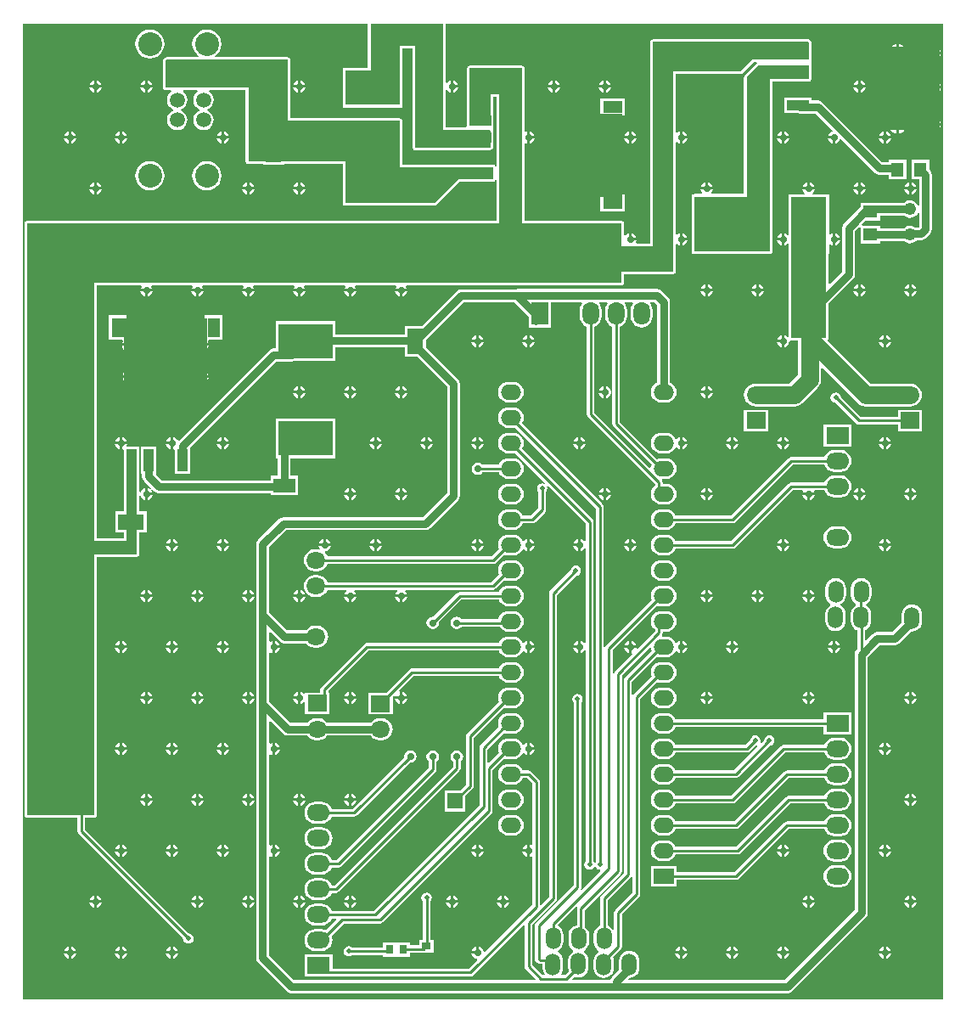
<source format=gtl>
G04*
G04 #@! TF.GenerationSoftware,Altium Limited,Altium Designer,19.1.1 (5)*
G04*
G04 Layer_Physical_Order=1*
G04 Layer_Color=255*
%FSTAX24Y24*%
%MOIN*%
G70*
G01*
G75*
%ADD12C,0.0100*%
%ADD17R,0.0315X0.0374*%
%ADD18R,0.0374X0.0315*%
%ADD19R,0.0630X0.1004*%
%ADD20R,0.1378X0.2126*%
%ADD21R,0.0866X0.0571*%
%ADD22R,0.1004X0.0630*%
%ADD23R,0.0550X0.0500*%
%ADD24R,0.0500X0.0550*%
%ADD25R,0.0402X0.0850*%
%ADD26R,0.3280X0.2752*%
%ADD27R,0.0486X0.0752*%
%ADD28R,0.2126X0.1378*%
%ADD29R,0.0850X0.0421*%
%ADD30R,0.0752X0.4252*%
%ADD31R,0.2000X0.3280*%
%ADD32R,0.0850X0.0402*%
%ADD33R,0.2752X0.3280*%
%ADD34R,0.0752X0.0486*%
%ADD70C,0.0300*%
%ADD71C,0.0700*%
%ADD72C,0.1380*%
%ADD73R,0.0750X0.0650*%
%ADD74O,0.0750X0.0650*%
%ADD75O,0.0900X0.0650*%
%ADD76R,0.0900X0.0650*%
%ADD77O,0.0650X0.0900*%
%ADD78R,0.0650X0.0900*%
%ADD79R,0.0620X0.0620*%
%ADD80C,0.0620*%
%ADD81R,0.1000X0.1600*%
%ADD82R,0.1600X0.1000*%
%ADD83C,0.0591*%
%ADD84C,0.0937*%
%ADD85O,0.0600X0.0860*%
%ADD86C,0.0488*%
%ADD87R,0.0800X0.0600*%
%ADD88O,0.0800X0.0600*%
%ADD89C,0.0280*%
%ADD90C,0.0500*%
%ADD91C,0.0200*%
G36*
X01665Y0343D02*
X018492D01*
X018527Y034264D01*
X018512Y033612D01*
X017575D01*
Y0336D01*
X015561Y0336D01*
X015561Y037589D01*
X015137Y037589D01*
X014957Y037589D01*
Y036039D01*
X0138Y036039D01*
X0138Y038447D01*
X01665D01*
Y0343D01*
D02*
G37*
G36*
X036297Y000153D02*
X000153D01*
X000153Y038447D01*
X013698D01*
X013698Y036742D01*
X012731D01*
Y035164D01*
X015057D01*
Y036029D01*
X015059Y036039D01*
Y037487D01*
X015137D01*
X015459Y037487D01*
X015459Y0336D01*
X015466Y033561D01*
X015488Y033528D01*
X015521Y033506D01*
X015561Y033498D01*
X017575Y033498D01*
X017614Y033506D01*
X01762Y03351D01*
X018512D01*
X01853Y033514D01*
X018549Y033517D01*
X01855Y033518D01*
X018551Y033518D01*
X018566Y033528D01*
X018582Y033538D01*
X018583Y033539D01*
X018584Y03354D01*
X018594Y033556D01*
X018605Y033571D01*
X018605Y033572D01*
X018606Y033573D01*
X01861Y033592D01*
X018614Y03361D01*
X018615Y03368D01*
X018625D01*
Y034097D01*
X018629Y034262D01*
X018629Y034262D01*
X018629Y034263D01*
X018626Y034282D01*
X018623Y034299D01*
X018622Y034305D01*
X018625Y034349D01*
X018625Y034349D01*
Y034439D01*
X018627Y034449D01*
Y035609D01*
X018748D01*
Y032868D01*
X018698Y032863D01*
X018694Y032882D01*
X018672Y032915D01*
X018639Y032937D01*
X018625Y03294D01*
Y032943D01*
X01861D01*
X0186Y032945D01*
X015059D01*
X015059Y03465D01*
X015051Y034689D01*
X015029Y034722D01*
X014996Y034744D01*
X014957Y034752D01*
X010652Y034752D01*
Y03705D01*
X010644Y037089D01*
X010622Y037122D01*
X010589Y037144D01*
X01055Y037152D01*
X007712Y037152D01*
X007695Y037202D01*
X007777Y037265D01*
X007868Y037384D01*
X007926Y037522D01*
X007945Y03767D01*
X007926Y037819D01*
X007868Y037957D01*
X007777Y038076D01*
X007658Y038167D01*
X00752Y038224D01*
X007372Y038244D01*
X007223Y038224D01*
X007085Y038167D01*
X006966Y038076D01*
X006875Y037957D01*
X006818Y037819D01*
X006798Y03767D01*
X006818Y037522D01*
X006875Y037384D01*
X006966Y037265D01*
X007048Y037202D01*
X007031Y037152D01*
X005785Y037152D01*
X005785Y037152D01*
X005785Y037152D01*
X005766Y037148D01*
X005746Y037144D01*
X005746Y037144D01*
X005746Y037144D01*
X00573Y037133D01*
X005713Y037122D01*
X005713Y037122D01*
X005713Y037122D01*
X005678Y037086D01*
X005678Y037086D01*
X005678Y037086D01*
X005667Y03707D01*
X005656Y037053D01*
X005656Y037053D01*
X005656Y037053D01*
X005652Y037034D01*
X005648Y037014D01*
X005648Y037014D01*
X005648Y037014D01*
X005654Y035952D01*
X005658Y035933D01*
X005662Y035914D01*
X005662Y035913D01*
X005662Y035913D01*
X005673Y035897D01*
X005684Y035881D01*
X005684Y03588D01*
X005685Y03588D01*
X005701Y035869D01*
X005717Y035859D01*
X005718Y035858D01*
X005718Y035858D01*
X005737Y035855D01*
X005756Y035851D01*
X005961D01*
X005978Y035801D01*
X005924Y035759D01*
X005861Y035677D01*
X005821Y035581D01*
X005808Y035477D01*
X005821Y035374D01*
X005861Y035278D01*
X005924Y035195D01*
X006007Y035132D01*
X006059Y035111D01*
Y035057D01*
X006007Y035035D01*
X005924Y034972D01*
X005861Y034889D01*
X005821Y034793D01*
X005808Y03469D01*
X005821Y034587D01*
X005861Y034491D01*
X005924Y034408D01*
X006007Y034345D01*
X006103Y034305D01*
X006206Y034291D01*
X006309Y034305D01*
X006406Y034345D01*
X006488Y034408D01*
X006552Y034491D01*
X006591Y034587D01*
X006605Y03469D01*
X006591Y034793D01*
X006552Y034889D01*
X006488Y034972D01*
X006406Y035035D01*
X006354Y035057D01*
Y035111D01*
X006406Y035132D01*
X006488Y035195D01*
X006552Y035278D01*
X006591Y035374D01*
X006605Y035477D01*
X006591Y035581D01*
X006552Y035677D01*
X006488Y035759D01*
X006434Y035801D01*
X006451Y035851D01*
X006989D01*
X007006Y035801D01*
X006952Y035759D01*
X006889Y035677D01*
X006849Y035581D01*
X006835Y035477D01*
X006849Y035374D01*
X006889Y035278D01*
X006952Y035195D01*
X007035Y035132D01*
X007086Y035111D01*
Y035057D01*
X007035Y035035D01*
X006952Y034972D01*
X006889Y034889D01*
X006849Y034793D01*
X006835Y03469D01*
X006849Y034587D01*
X006889Y034491D01*
X006952Y034408D01*
X007035Y034345D01*
X007131Y034305D01*
X007234Y034291D01*
X007337Y034305D01*
X007433Y034345D01*
X007516Y034408D01*
X007579Y034491D01*
X007619Y034587D01*
X007633Y03469D01*
X007619Y034793D01*
X007579Y034889D01*
X007516Y034972D01*
X007433Y035035D01*
X007382Y035057D01*
Y035111D01*
X007433Y035132D01*
X007516Y035195D01*
X007579Y035278D01*
X007619Y035374D01*
X007633Y035477D01*
X007619Y035581D01*
X007579Y035677D01*
X007516Y035759D01*
X007462Y035801D01*
X007479Y035851D01*
X008898D01*
Y03305D01*
X008906Y033011D01*
X008928Y032978D01*
X008961Y032956D01*
X009Y032948D01*
X009576D01*
Y032939D01*
X010405D01*
Y032948D01*
X012729Y032948D01*
X012729Y031445D01*
X012731Y031435D01*
Y031345D01*
X012821D01*
X012831Y031343D01*
X016351D01*
X01639Y031351D01*
X016423Y031373D01*
X017298Y032248D01*
X0186D01*
X018639Y032256D01*
X018672Y032278D01*
X018694Y032311D01*
X018698Y03233D01*
X018748Y032325D01*
Y030742D01*
X000306Y030742D01*
X000267Y030734D01*
X000234Y030712D01*
X000212Y030679D01*
X000204Y03064D01*
X000204Y007385D01*
X000212Y007346D01*
X000234Y007313D01*
X000267Y007291D01*
X000306Y007283D01*
X002288Y007283D01*
Y006759D01*
X0023Y0067D01*
X002333Y006651D01*
X006449Y002535D01*
X006462Y002472D01*
X006506Y002406D01*
X006572Y002362D01*
X00665Y002346D01*
X006728Y002362D01*
X006794Y002406D01*
X006838Y002472D01*
X006854Y00255D01*
X006838Y002628D01*
X006794Y002694D01*
X006728Y002738D01*
X006665Y002751D01*
X002594Y006822D01*
Y007283D01*
X002956D01*
X002995Y007291D01*
X003028Y007313D01*
X003051Y007346D01*
X003058Y007385D01*
Y017543D01*
X004619D01*
X004658Y017551D01*
X004691Y017573D01*
X004713Y017606D01*
X00472Y017645D01*
Y018485D01*
X005D01*
Y019315D01*
X00472D01*
Y019919D01*
X00477Y019924D01*
X004774Y019906D01*
X004827Y019827D01*
X004906Y019774D01*
X00495Y019765D01*
Y02D01*
Y020235D01*
X004906Y020226D01*
X004827Y020173D01*
X004774Y020094D01*
X00477Y020076D01*
X00472Y020081D01*
Y02176D01*
X004719Y02177D01*
Y02186D01*
X004628D01*
X004619Y021862D01*
X004256D01*
X00423Y021901D01*
X004227Y021912D01*
X004235Y02195D01*
X00405D01*
Y021765D01*
X004066Y021768D01*
X00407Y021768D01*
X004114Y021734D01*
X004115Y021731D01*
Y019315D01*
X003796D01*
Y018485D01*
X004115D01*
Y018252D01*
X003058D01*
Y028188D01*
X004777D01*
X004804Y028138D01*
X004774Y028094D01*
X004765Y02805D01*
X005235D01*
X005226Y028094D01*
X005196Y028138D01*
X005223Y028188D01*
X006777Y028188D01*
X006804Y028138D01*
X006774Y028094D01*
X006765Y02805D01*
X007235D01*
X007226Y028094D01*
X007196Y028138D01*
X007223Y028188D01*
X008777D01*
X008804Y028138D01*
X008774Y028094D01*
X008765Y02805D01*
X009235D01*
X009226Y028094D01*
X009196Y028138D01*
X009223Y028188D01*
X010777Y028188D01*
X010804Y028138D01*
X010774Y028094D01*
X010765Y02805D01*
X011235D01*
X011226Y028094D01*
X011196Y028138D01*
X011223Y028188D01*
X012777D01*
X012804Y028138D01*
X012774Y028094D01*
X012765Y02805D01*
X013235D01*
X013226Y028094D01*
X013196Y028138D01*
X013223Y028188D01*
X014777D01*
X014804Y028138D01*
X014774Y028094D01*
X014765Y02805D01*
X015235D01*
X015226Y028094D01*
X015196Y028138D01*
X015223Y028188D01*
X023658Y028188D01*
X023697Y028196D01*
X023731Y028218D01*
X023753Y028251D01*
X02376Y02829D01*
Y028638D01*
X02569D01*
X025729Y028646D01*
X025762Y028668D01*
X025784Y028701D01*
X025792Y02874D01*
Y029796D01*
X025842Y029817D01*
X025906Y029774D01*
X02595Y029765D01*
Y03D01*
Y030235D01*
X025906Y030226D01*
X025842Y030183D01*
X025792Y030204D01*
X025792Y033796D01*
X025842Y033817D01*
X025906Y033774D01*
X02595Y033765D01*
Y034D01*
Y034235D01*
X025906Y034226D01*
X025842Y034183D01*
X025792Y034204D01*
Y036493D01*
X026782D01*
Y036487D01*
X027612D01*
Y036493D01*
X028336D01*
X028375Y036501D01*
X028408Y036523D01*
X028837Y036952D01*
X028953D01*
X028968Y036902D01*
X02896Y036897D01*
X028494Y03643D01*
X028471Y036397D01*
X028464Y036358D01*
X028464Y031779D01*
X027187D01*
X027179Y031808D01*
X027174Y031829D01*
X027226Y031906D01*
X027235Y03195D01*
X026765D01*
X026774Y031906D01*
X026826Y031829D01*
X026821Y031808D01*
X026813Y031779D01*
X026532D01*
X026493Y031771D01*
X026466Y031753D01*
X026408D01*
Y031663D01*
X026406Y031653D01*
Y029527D01*
X026408Y029517D01*
Y029427D01*
X026498D01*
X026508Y029425D01*
X02948Y029425D01*
X029519Y029433D01*
X029552Y029455D01*
X029575Y029488D01*
X029582Y029527D01*
Y036188D01*
X031005D01*
X031044Y036196D01*
X031077Y036218D01*
X031099Y036251D01*
X031107Y03629D01*
Y036825D01*
X031105Y036834D01*
Y036904D01*
X031105Y036906D01*
Y036954D01*
X031105Y036956D01*
Y037043D01*
X031107Y037052D01*
X03112Y037711D01*
X03112Y037712D01*
X03112Y037712D01*
X031117Y037731D01*
X031113Y03775D01*
X031113Y037751D01*
X031113Y037751D01*
X031102Y037768D01*
X031092Y037784D01*
X031091Y037784D01*
X031091Y037785D01*
X031056Y03782D01*
X031056Y037821D01*
X031055Y037821D01*
X031039Y037832D01*
X031023Y037843D01*
X031023Y037843D01*
X031022Y037843D01*
X031003Y037847D01*
X030984Y037851D01*
X030984Y037851D01*
X030983Y037851D01*
X02489D01*
X024851Y037843D01*
X024818Y037821D01*
X024796Y037788D01*
X024788Y037749D01*
X024788Y029842D01*
X024236D01*
X024213Y029886D01*
X024226Y029906D01*
X024235Y02995D01*
X024D01*
Y03D01*
X02395D01*
Y030235D01*
X023906Y030226D01*
X023827Y030173D01*
X02381Y030148D01*
X02376Y030163D01*
X02376Y03064D01*
X023753Y030679D01*
X023731Y030712D01*
X023697Y030734D01*
X023658Y030742D01*
X019852D01*
Y033757D01*
X019896Y033781D01*
X019906Y033774D01*
X01995Y033765D01*
Y034D01*
Y034235D01*
X019906Y034226D01*
X019896Y034219D01*
X019852Y034243D01*
Y036713D01*
X019844Y036752D01*
X019822Y036785D01*
X019789Y036807D01*
X01975Y036815D01*
X017685D01*
X017646Y036807D01*
X017613Y036785D01*
X017603Y036775D01*
X017581Y036742D01*
X017573Y036703D01*
Y034449D01*
X017544Y034402D01*
X016752D01*
Y035849D01*
X016802Y035864D01*
X016827Y035827D01*
X016906Y035774D01*
X01695Y035765D01*
Y036D01*
Y036235D01*
X016906Y036226D01*
X016827Y036173D01*
X016802Y036136D01*
X016752Y036151D01*
Y038447D01*
X036297D01*
X036297Y000153D01*
D02*
G37*
G36*
X01055Y03705D02*
Y03465D01*
X014957Y03465D01*
X014957Y032843D01*
X0186D01*
Y03235D01*
X017256D01*
X016351Y031445D01*
X012831D01*
X012831Y03305D01*
X009Y03305D01*
Y035953D01*
X005756Y035953D01*
X00575Y037015D01*
X005785Y03705D01*
X01055Y03705D01*
D02*
G37*
G36*
X031018Y037713D02*
X031005Y037054D01*
X028795Y037054D01*
X028336Y036595D01*
X02569D01*
X02569Y02874D01*
X023658D01*
X023658Y02829D01*
X002956Y02829D01*
Y01815D01*
X004217D01*
Y02176D01*
X004619D01*
Y017645D01*
X002956D01*
Y007385D01*
X000306Y007385D01*
X000306Y03064D01*
X01885Y03064D01*
Y035711D01*
X018525D01*
Y034449D01*
X017675D01*
Y036703D01*
X017685Y036713D01*
X01975D01*
Y03064D01*
X023658D01*
X023658Y02974D01*
X02489Y02974D01*
X02489Y037749D01*
X030983D01*
X031018Y037713D01*
D02*
G37*
G36*
X031005Y03629D02*
X02948D01*
Y029527D01*
X026508Y029527D01*
Y031653D01*
X026532Y031677D01*
X028566D01*
X028566Y036358D01*
X029032Y036825D01*
X031005D01*
Y03629D01*
D02*
G37*
%LPC*%
G36*
X035892Y037664D02*
Y037368D01*
X036188D01*
X036183Y037409D01*
X036147Y037495D01*
X036091Y037568D01*
X036018Y037624D01*
X035933Y037659D01*
X035892Y037664D01*
D02*
G37*
G36*
X035792D02*
X03575Y037659D01*
X035665Y037624D01*
X035592Y037568D01*
X035536Y037495D01*
X035501Y037409D01*
X035495Y037368D01*
X035792D01*
Y037664D01*
D02*
G37*
G36*
X034542D02*
Y037368D01*
X034838D01*
X034833Y037409D01*
X034797Y037495D01*
X034741Y037568D01*
X034668Y037624D01*
X034583Y037659D01*
X034542Y037664D01*
D02*
G37*
G36*
X034442D02*
X0344Y037659D01*
X034315Y037624D01*
X034242Y037568D01*
X034186Y037495D01*
X034151Y037409D01*
X034145Y037368D01*
X034442D01*
Y037664D01*
D02*
G37*
G36*
X005135Y038244D02*
X004987Y038224D01*
X004849Y038167D01*
X00473Y038076D01*
X004639Y037957D01*
X004582Y037819D01*
X004562Y03767D01*
X004582Y037522D01*
X004639Y037384D01*
X00473Y037265D01*
X004849Y037174D01*
X004987Y037116D01*
X005135Y037097D01*
X005284Y037116D01*
X005422Y037174D01*
X005541Y037265D01*
X005632Y037384D01*
X005689Y037522D01*
X005709Y03767D01*
X005689Y037819D01*
X005632Y037957D01*
X005541Y038076D01*
X005422Y038167D01*
X005284Y038224D01*
X005135Y038244D01*
D02*
G37*
G36*
X036188Y037268D02*
X035892D01*
Y036972D01*
X035933Y036977D01*
X036018Y037012D01*
X036091Y037068D01*
X036147Y037141D01*
X036183Y037227D01*
X036188Y037268D01*
D02*
G37*
G36*
X035792D02*
X035495D01*
X035501Y037227D01*
X035536Y037141D01*
X035592Y037068D01*
X035665Y037012D01*
X03575Y036977D01*
X035792Y036972D01*
Y037268D01*
D02*
G37*
G36*
X034838D02*
X034542D01*
Y036972D01*
X034583Y036977D01*
X034668Y037012D01*
X034741Y037068D01*
X034797Y037141D01*
X034833Y037227D01*
X034838Y037268D01*
D02*
G37*
G36*
X034442D02*
X034145D01*
X034151Y037227D01*
X034186Y037141D01*
X034242Y037068D01*
X034315Y037012D01*
X0344Y036977D01*
X034442Y036972D01*
Y037268D01*
D02*
G37*
G36*
X035242Y036964D02*
Y036668D01*
X035538D01*
X035533Y036709D01*
X035497Y036795D01*
X035441Y036868D01*
X035368Y036924D01*
X035283Y036959D01*
X035242Y036964D01*
D02*
G37*
G36*
X035142D02*
X0351Y036959D01*
X035015Y036924D01*
X034942Y036868D01*
X034886Y036795D01*
X034851Y036709D01*
X034845Y036668D01*
X035142D01*
Y036964D01*
D02*
G37*
G36*
X033892D02*
Y036668D01*
X034188D01*
X034183Y036709D01*
X034147Y036795D01*
X034091Y036868D01*
X034018Y036924D01*
X033933Y036959D01*
X033892Y036964D01*
D02*
G37*
G36*
X033792D02*
X03375Y036959D01*
X033665Y036924D01*
X033592Y036868D01*
X033536Y036795D01*
X033501Y036709D01*
X033495Y036668D01*
X033792D01*
Y036964D01*
D02*
G37*
G36*
X035538Y036568D02*
X035242D01*
Y036272D01*
X035283Y036277D01*
X035368Y036312D01*
X035441Y036368D01*
X035497Y036442D01*
X035533Y036527D01*
X035538Y036568D01*
D02*
G37*
G36*
X035142D02*
X034845D01*
X034851Y036527D01*
X034886Y036442D01*
X034942Y036368D01*
X035015Y036312D01*
X0351Y036277D01*
X035142Y036272D01*
Y036568D01*
D02*
G37*
G36*
X034188D02*
X033892D01*
Y036272D01*
X033933Y036277D01*
X034018Y036312D01*
X034091Y036368D01*
X034147Y036442D01*
X034183Y036527D01*
X034188Y036568D01*
D02*
G37*
G36*
X033792D02*
X033495D01*
X033501Y036527D01*
X033536Y036442D01*
X033592Y036368D01*
X033665Y036312D01*
X03375Y036277D01*
X033792Y036272D01*
Y036568D01*
D02*
G37*
G36*
X03305Y036235D02*
Y03605D01*
X033235D01*
X033226Y036094D01*
X033173Y036173D01*
X033094Y036226D01*
X03305Y036235D01*
D02*
G37*
G36*
X03295D02*
X032906Y036226D01*
X032827Y036173D01*
X032774Y036094D01*
X032765Y03605D01*
X03295D01*
Y036235D01*
D02*
G37*
G36*
X02305D02*
Y03605D01*
X023235D01*
X023226Y036094D01*
X023173Y036173D01*
X023094Y036226D01*
X02305Y036235D01*
D02*
G37*
G36*
X02295D02*
X022906Y036226D01*
X022827Y036173D01*
X022774Y036094D01*
X022765Y03605D01*
X02295D01*
Y036235D01*
D02*
G37*
G36*
X02105D02*
Y03605D01*
X021235D01*
X021226Y036094D01*
X021173Y036173D01*
X021094Y036226D01*
X02105Y036235D01*
D02*
G37*
G36*
X02095D02*
X020906Y036226D01*
X020827Y036173D01*
X020774Y036094D01*
X020765Y03605D01*
X02095D01*
Y036235D01*
D02*
G37*
G36*
X01705D02*
Y03605D01*
X017235D01*
X017226Y036094D01*
X017173Y036173D01*
X017094Y036226D01*
X01705Y036235D01*
D02*
G37*
G36*
X01105D02*
Y03605D01*
X011235D01*
X011226Y036094D01*
X011173Y036173D01*
X011094Y036226D01*
X01105Y036235D01*
D02*
G37*
G36*
X01095D02*
X010906Y036226D01*
X010827Y036173D01*
X010774Y036094D01*
X010765Y03605D01*
X01095D01*
Y036235D01*
D02*
G37*
G36*
X00505D02*
Y03605D01*
X005235D01*
X005226Y036094D01*
X005173Y036173D01*
X005094Y036226D01*
X00505Y036235D01*
D02*
G37*
G36*
X00495D02*
X004906Y036226D01*
X004827Y036173D01*
X004774Y036094D01*
X004765Y03605D01*
X00495D01*
Y036235D01*
D02*
G37*
G36*
X00305D02*
Y03605D01*
X003235D01*
X003226Y036094D01*
X003173Y036173D01*
X003094Y036226D01*
X00305Y036235D01*
D02*
G37*
G36*
X00295D02*
X002906Y036226D01*
X002827Y036173D01*
X002774Y036094D01*
X002765Y03605D01*
X00295D01*
Y036235D01*
D02*
G37*
G36*
X035892Y036314D02*
Y036018D01*
X036188D01*
X036183Y036059D01*
X036147Y036145D01*
X036091Y036218D01*
X036018Y036274D01*
X035933Y036309D01*
X035892Y036314D01*
D02*
G37*
G36*
X035792D02*
X03575Y036309D01*
X035665Y036274D01*
X035592Y036218D01*
X035536Y036145D01*
X035501Y036059D01*
X035495Y036018D01*
X035792D01*
Y036314D01*
D02*
G37*
G36*
X034542D02*
Y036018D01*
X034838D01*
X034833Y036059D01*
X034797Y036145D01*
X034741Y036218D01*
X034668Y036274D01*
X034583Y036309D01*
X034542Y036314D01*
D02*
G37*
G36*
X034442D02*
X0344Y036309D01*
X034315Y036274D01*
X034242Y036218D01*
X034186Y036145D01*
X034151Y036059D01*
X034145Y036018D01*
X034442D01*
Y036314D01*
D02*
G37*
G36*
X033235Y03595D02*
X03305D01*
Y035765D01*
X033094Y035774D01*
X033173Y035827D01*
X033226Y035906D01*
X033235Y03595D01*
D02*
G37*
G36*
X03295D02*
X032765D01*
X032774Y035906D01*
X032827Y035827D01*
X032906Y035774D01*
X03295Y035765D01*
Y03595D01*
D02*
G37*
G36*
X023235D02*
X02305D01*
Y035765D01*
X023094Y035774D01*
X023173Y035827D01*
X023226Y035906D01*
X023235Y03595D01*
D02*
G37*
G36*
X02295D02*
X022765D01*
X022774Y035906D01*
X022827Y035827D01*
X022906Y035774D01*
X02295Y035765D01*
Y03595D01*
D02*
G37*
G36*
X021235D02*
X02105D01*
Y035765D01*
X021094Y035774D01*
X021173Y035827D01*
X021226Y035906D01*
X021235Y03595D01*
D02*
G37*
G36*
X02095D02*
X020765D01*
X020774Y035906D01*
X020827Y035827D01*
X020906Y035774D01*
X02095Y035765D01*
Y03595D01*
D02*
G37*
G36*
X017235D02*
X01705D01*
Y035765D01*
X017094Y035774D01*
X017173Y035827D01*
X017226Y035906D01*
X017235Y03595D01*
D02*
G37*
G36*
X011235D02*
X01105D01*
Y035765D01*
X011094Y035774D01*
X011173Y035827D01*
X011226Y035906D01*
X011235Y03595D01*
D02*
G37*
G36*
X01095D02*
X010765D01*
X010774Y035906D01*
X010827Y035827D01*
X010906Y035774D01*
X01095Y035765D01*
Y03595D01*
D02*
G37*
G36*
X005235D02*
X00505D01*
Y035765D01*
X005094Y035774D01*
X005173Y035827D01*
X005226Y035906D01*
X005235Y03595D01*
D02*
G37*
G36*
X00495D02*
X004765D01*
X004774Y035906D01*
X004827Y035827D01*
X004906Y035774D01*
X00495Y035765D01*
Y03595D01*
D02*
G37*
G36*
X003235D02*
X00305D01*
Y035765D01*
X003094Y035774D01*
X003173Y035827D01*
X003226Y035906D01*
X003235Y03595D01*
D02*
G37*
G36*
X00295D02*
X002765D01*
X002774Y035906D01*
X002827Y035827D01*
X002906Y035774D01*
X00295Y035765D01*
Y03595D01*
D02*
G37*
G36*
X036188Y035918D02*
X035892D01*
Y035622D01*
X035933Y035627D01*
X036018Y035662D01*
X036091Y035718D01*
X036147Y035791D01*
X036183Y035877D01*
X036188Y035918D01*
D02*
G37*
G36*
X035792D02*
X035495D01*
X035501Y035877D01*
X035536Y035791D01*
X035592Y035718D01*
X035665Y035662D01*
X03575Y035627D01*
X035792Y035622D01*
Y035918D01*
D02*
G37*
G36*
X034838D02*
X034542D01*
Y035622D01*
X034583Y035627D01*
X034668Y035662D01*
X034741Y035718D01*
X034797Y035791D01*
X034833Y035877D01*
X034838Y035918D01*
D02*
G37*
G36*
X034442D02*
X034145D01*
X034151Y035877D01*
X034186Y035791D01*
X034242Y035718D01*
X034315Y035662D01*
X0344Y035627D01*
X034442Y035622D01*
Y035918D01*
D02*
G37*
G36*
X035242Y035514D02*
Y035218D01*
X035538D01*
X035533Y035259D01*
X035497Y035345D01*
X035441Y035418D01*
X035368Y035474D01*
X035283Y035509D01*
X035242Y035514D01*
D02*
G37*
G36*
X035142D02*
X0351Y035509D01*
X035015Y035474D01*
X034942Y035418D01*
X034886Y035345D01*
X034851Y035259D01*
X034845Y035218D01*
X035142D01*
Y035514D01*
D02*
G37*
G36*
X033892D02*
Y035218D01*
X034188D01*
X034183Y035259D01*
X034147Y035345D01*
X034091Y035418D01*
X034018Y035474D01*
X033933Y035509D01*
X033892Y035514D01*
D02*
G37*
G36*
X033792D02*
X03375Y035509D01*
X033665Y035474D01*
X033592Y035418D01*
X033536Y035345D01*
X033501Y035259D01*
X033495Y035218D01*
X033792D01*
Y035514D01*
D02*
G37*
G36*
X023779Y035537D02*
X022827D01*
Y034851D01*
X023779D01*
Y035537D01*
D02*
G37*
G36*
X035538Y035118D02*
X035242D01*
Y034822D01*
X035283Y034827D01*
X035368Y034862D01*
X035441Y034918D01*
X035497Y034992D01*
X035533Y035077D01*
X035538Y035118D01*
D02*
G37*
G36*
X035142D02*
X034845D01*
X034851Y035077D01*
X034886Y034992D01*
X034942Y034918D01*
X035015Y034862D01*
X0351Y034827D01*
X035142Y034822D01*
Y035118D01*
D02*
G37*
G36*
X034188D02*
X033892D01*
Y034822D01*
X033933Y034827D01*
X034018Y034862D01*
X034091Y034918D01*
X034147Y034992D01*
X034183Y035077D01*
X034188Y035118D01*
D02*
G37*
G36*
X033792D02*
X033495D01*
X033501Y035077D01*
X033536Y034992D01*
X033592Y034918D01*
X033665Y034862D01*
X03375Y034827D01*
X033792Y034822D01*
Y035118D01*
D02*
G37*
G36*
X035892Y034864D02*
Y034568D01*
X036188D01*
X036183Y034609D01*
X036147Y034695D01*
X036091Y034768D01*
X036018Y034824D01*
X035933Y034859D01*
X035892Y034864D01*
D02*
G37*
G36*
X035792D02*
X03575Y034859D01*
X035665Y034824D01*
X035592Y034768D01*
X035536Y034695D01*
X035501Y034609D01*
X035495Y034568D01*
X035792D01*
Y034864D01*
D02*
G37*
G36*
X034542D02*
Y034568D01*
X034838D01*
X034833Y034609D01*
X034797Y034695D01*
X034741Y034768D01*
X034668Y034824D01*
X034583Y034859D01*
X034542Y034864D01*
D02*
G37*
G36*
X034442D02*
X0344Y034859D01*
X034315Y034824D01*
X034242Y034768D01*
X034186Y034695D01*
X034151Y034609D01*
X034145Y034568D01*
X034442D01*
Y034864D01*
D02*
G37*
G36*
X0226Y034846D02*
Y034549D01*
X022896D01*
X022891Y034591D01*
X022856Y034676D01*
X0228Y034749D01*
X022727Y034805D01*
X022641Y03484D01*
X0226Y034846D01*
D02*
G37*
G36*
X0225D02*
X022459Y03484D01*
X022373Y034805D01*
X0223Y034749D01*
X022244Y034676D01*
X022209Y034591D01*
X022204Y034549D01*
X0225D01*
Y034846D01*
D02*
G37*
G36*
X021361D02*
Y034549D01*
X021657D01*
X021652Y034591D01*
X021617Y034676D01*
X021561Y034749D01*
X021488Y034805D01*
X021402Y03484D01*
X021361Y034846D01*
D02*
G37*
G36*
X021261D02*
X02122Y03484D01*
X021135Y034805D01*
X021061Y034749D01*
X021005Y034676D01*
X02097Y034591D01*
X020965Y034549D01*
X021261D01*
Y034846D01*
D02*
G37*
G36*
X036188Y034468D02*
X035892D01*
Y034172D01*
X035933Y034177D01*
X036018Y034212D01*
X036091Y034268D01*
X036147Y034341D01*
X036183Y034427D01*
X036188Y034468D01*
D02*
G37*
G36*
X035792D02*
X035495D01*
X035501Y034427D01*
X035536Y034341D01*
X035592Y034268D01*
X035665Y034212D01*
X03575Y034177D01*
X035792Y034172D01*
Y034468D01*
D02*
G37*
G36*
X034838D02*
X034542D01*
Y034172D01*
X034583Y034177D01*
X034668Y034212D01*
X034741Y034268D01*
X034797Y034341D01*
X034833Y034427D01*
X034838Y034468D01*
D02*
G37*
G36*
X034442D02*
X034145D01*
X034151Y034427D01*
X034186Y034341D01*
X034242Y034268D01*
X034315Y034212D01*
X0344Y034177D01*
X034442Y034172D01*
Y034468D01*
D02*
G37*
G36*
X022896Y034449D02*
X0226D01*
Y034153D01*
X022641Y034158D01*
X022727Y034193D01*
X0228Y03425D01*
X022856Y034323D01*
X022891Y034408D01*
X022896Y034449D01*
D02*
G37*
G36*
X0225D02*
X022204D01*
X022209Y034408D01*
X022244Y034323D01*
X0223Y03425D01*
X022373Y034193D01*
X022459Y034158D01*
X0225Y034153D01*
Y034449D01*
D02*
G37*
G36*
X021657D02*
X021361D01*
Y034153D01*
X021402Y034158D01*
X021488Y034193D01*
X021561Y03425D01*
X021617Y034323D01*
X021652Y034408D01*
X021657Y034449D01*
D02*
G37*
G36*
X021261D02*
X020965D01*
X02097Y034408D01*
X021005Y034323D01*
X021061Y03425D01*
X021135Y034193D01*
X02122Y034158D01*
X021261Y034153D01*
Y034449D01*
D02*
G37*
G36*
X03405Y034235D02*
Y03405D01*
X034235D01*
X034226Y034094D01*
X034173Y034173D01*
X034094Y034226D01*
X03405Y034235D01*
D02*
G37*
G36*
X03395D02*
X033906Y034226D01*
X033827Y034173D01*
X033774Y034094D01*
X033765Y03405D01*
X03395D01*
Y034235D01*
D02*
G37*
G36*
X03005D02*
Y03405D01*
X030235D01*
X030226Y034094D01*
X030173Y034173D01*
X030094Y034226D01*
X03005Y034235D01*
D02*
G37*
G36*
X02995D02*
X029906Y034226D01*
X029827Y034173D01*
X029774Y034094D01*
X029765Y03405D01*
X02995D01*
Y034235D01*
D02*
G37*
G36*
X02605D02*
Y03405D01*
X026235D01*
X026226Y034094D01*
X026173Y034173D01*
X026094Y034226D01*
X02605Y034235D01*
D02*
G37*
G36*
X02405D02*
Y03405D01*
X024235D01*
X024226Y034094D01*
X024173Y034173D01*
X024094Y034226D01*
X02405Y034235D01*
D02*
G37*
G36*
X02395D02*
X023906Y034226D01*
X023827Y034173D01*
X023774Y034094D01*
X023765Y03405D01*
X02395D01*
Y034235D01*
D02*
G37*
G36*
X02005D02*
Y03405D01*
X020235D01*
X020226Y034094D01*
X020173Y034173D01*
X020094Y034226D01*
X02005Y034235D01*
D02*
G37*
G36*
X00805D02*
Y03405D01*
X008235D01*
X008226Y034094D01*
X008173Y034173D01*
X008094Y034226D01*
X00805Y034235D01*
D02*
G37*
G36*
X00795D02*
X007906Y034226D01*
X007827Y034173D01*
X007774Y034094D01*
X007765Y03405D01*
X00795D01*
Y034235D01*
D02*
G37*
G36*
X00405D02*
Y03405D01*
X004235D01*
X004226Y034094D01*
X004173Y034173D01*
X004094Y034226D01*
X00405Y034235D01*
D02*
G37*
G36*
X00395D02*
X003906Y034226D01*
X003827Y034173D01*
X003774Y034094D01*
X003765Y03405D01*
X00395D01*
Y034235D01*
D02*
G37*
G36*
X00205D02*
Y03405D01*
X002235D01*
X002226Y034094D01*
X002173Y034173D01*
X002094Y034226D01*
X00205Y034235D01*
D02*
G37*
G36*
X00195D02*
X001906Y034226D01*
X001827Y034173D01*
X001774Y034094D01*
X001765Y03405D01*
X00195D01*
Y034235D01*
D02*
G37*
G36*
X023166Y034291D02*
Y033995D01*
X023462D01*
X023457Y034036D01*
X023421Y034122D01*
X023365Y034195D01*
X023292Y034251D01*
X023207Y034286D01*
X023166Y034291D01*
D02*
G37*
G36*
X023066D02*
X023024Y034286D01*
X022939Y034251D01*
X022866Y034195D01*
X02281Y034122D01*
X022775Y034036D01*
X022769Y033995D01*
X023066D01*
Y034291D01*
D02*
G37*
G36*
X021995D02*
Y033995D01*
X022292D01*
X022286Y034036D01*
X022251Y034122D01*
X022195Y034195D01*
X022122Y034251D01*
X022037Y034286D01*
X021995Y034291D01*
D02*
G37*
G36*
X021895D02*
X021854Y034286D01*
X021769Y034251D01*
X021696Y034195D01*
X02164Y034122D01*
X021604Y034036D01*
X021599Y033995D01*
X021895D01*
Y034291D01*
D02*
G37*
G36*
X034235Y03395D02*
X03405D01*
Y033765D01*
X034094Y033774D01*
X034173Y033827D01*
X034226Y033906D01*
X034235Y03395D01*
D02*
G37*
G36*
X03395D02*
X033765D01*
X033774Y033906D01*
X033827Y033827D01*
X033906Y033774D01*
X03395Y033765D01*
Y03395D01*
D02*
G37*
G36*
X03195D02*
X031765D01*
X031774Y033906D01*
X031827Y033827D01*
X031906Y033774D01*
X03195Y033765D01*
Y03395D01*
D02*
G37*
G36*
X030235D02*
X03005D01*
Y033765D01*
X030094Y033774D01*
X030173Y033827D01*
X030226Y033906D01*
X030235Y03395D01*
D02*
G37*
G36*
X02995D02*
X029765D01*
X029774Y033906D01*
X029827Y033827D01*
X029906Y033774D01*
X02995Y033765D01*
Y03395D01*
D02*
G37*
G36*
X026235D02*
X02605D01*
Y033765D01*
X026094Y033774D01*
X026173Y033827D01*
X026226Y033906D01*
X026235Y03395D01*
D02*
G37*
G36*
X024235D02*
X02405D01*
Y033765D01*
X024094Y033774D01*
X024173Y033827D01*
X024226Y033906D01*
X024235Y03395D01*
D02*
G37*
G36*
X02395D02*
X023765D01*
X023774Y033906D01*
X023827Y033827D01*
X023906Y033774D01*
X02395Y033765D01*
Y03395D01*
D02*
G37*
G36*
X020235D02*
X02005D01*
Y033765D01*
X020094Y033774D01*
X020173Y033827D01*
X020226Y033906D01*
X020235Y03395D01*
D02*
G37*
G36*
X008235D02*
X00805D01*
Y033765D01*
X008094Y033774D01*
X008173Y033827D01*
X008226Y033906D01*
X008235Y03395D01*
D02*
G37*
G36*
X00795D02*
X007765D01*
X007774Y033906D01*
X007827Y033827D01*
X007906Y033774D01*
X00795Y033765D01*
Y03395D01*
D02*
G37*
G36*
X004235D02*
X00405D01*
Y033765D01*
X004094Y033774D01*
X004173Y033827D01*
X004226Y033906D01*
X004235Y03395D01*
D02*
G37*
G36*
X00395D02*
X003765D01*
X003774Y033906D01*
X003827Y033827D01*
X003906Y033774D01*
X00395Y033765D01*
Y03395D01*
D02*
G37*
G36*
X002235D02*
X00205D01*
Y033765D01*
X002094Y033774D01*
X002173Y033827D01*
X002226Y033906D01*
X002235Y03395D01*
D02*
G37*
G36*
X00195D02*
X001765D01*
X001774Y033906D01*
X001827Y033827D01*
X001906Y033774D01*
X00195Y033765D01*
Y03395D01*
D02*
G37*
G36*
X023462Y033895D02*
X023166D01*
Y033599D01*
X023207Y033604D01*
X023292Y033639D01*
X023365Y033695D01*
X023421Y033768D01*
X023457Y033854D01*
X023462Y033895D01*
D02*
G37*
G36*
X023066D02*
X022769D01*
X022775Y033854D01*
X02281Y033768D01*
X022866Y033695D01*
X022939Y033639D01*
X023024Y033604D01*
X023066Y033599D01*
Y033895D01*
D02*
G37*
G36*
X022292D02*
X021995D01*
Y033599D01*
X022037Y033604D01*
X022122Y033639D01*
X022195Y033695D01*
X022251Y033768D01*
X022286Y033854D01*
X022292Y033895D01*
D02*
G37*
G36*
X021895D02*
X021599D01*
X021604Y033854D01*
X02164Y033768D01*
X021696Y033695D01*
X021769Y033639D01*
X021854Y033604D01*
X021895Y033599D01*
Y033895D01*
D02*
G37*
G36*
X0226Y033641D02*
Y033345D01*
X022896D01*
X022891Y033386D01*
X022856Y033472D01*
X0228Y033545D01*
X022727Y033601D01*
X022641Y033636D01*
X0226Y033641D01*
D02*
G37*
G36*
X0225D02*
X022459Y033636D01*
X022373Y033601D01*
X0223Y033545D01*
X022244Y033472D01*
X022209Y033386D01*
X022204Y033345D01*
X0225D01*
Y033641D01*
D02*
G37*
G36*
X021361D02*
Y033345D01*
X021657D01*
X021652Y033386D01*
X021617Y033472D01*
X021561Y033545D01*
X021488Y033601D01*
X021402Y033636D01*
X021361Y033641D01*
D02*
G37*
G36*
X021261D02*
X02122Y033636D01*
X021135Y033601D01*
X021061Y033545D01*
X021005Y033472D01*
X02097Y033386D01*
X020965Y033345D01*
X021261D01*
Y033641D01*
D02*
G37*
G36*
X022896Y033245D02*
X0226D01*
Y032949D01*
X022641Y032954D01*
X022727Y032989D01*
X0228Y033045D01*
X022856Y033118D01*
X022891Y033204D01*
X022896Y033245D01*
D02*
G37*
G36*
X0225D02*
X022204D01*
X022209Y033204D01*
X022244Y033118D01*
X0223Y033045D01*
X022373Y032989D01*
X022459Y032954D01*
X0225Y032949D01*
Y033245D01*
D02*
G37*
G36*
X021657D02*
X021361D01*
Y032949D01*
X021402Y032954D01*
X021488Y032989D01*
X021561Y033045D01*
X021617Y033118D01*
X021652Y033204D01*
X021657Y033245D01*
D02*
G37*
G36*
X021261D02*
X020965D01*
X02097Y033204D01*
X021005Y033118D01*
X021061Y033045D01*
X021135Y032989D01*
X02122Y032954D01*
X021261Y032949D01*
Y033245D01*
D02*
G37*
G36*
X023166Y032989D02*
Y032692D01*
X023462D01*
X023457Y032733D01*
X023421Y032819D01*
X023365Y032892D01*
X023292Y032948D01*
X023207Y032983D01*
X023166Y032989D01*
D02*
G37*
G36*
X023066D02*
X023024Y032983D01*
X022939Y032948D01*
X022866Y032892D01*
X02281Y032819D01*
X022775Y032733D01*
X022769Y032692D01*
X023066D01*
Y032989D01*
D02*
G37*
G36*
X022004D02*
Y032692D01*
X0223D01*
X022295Y032733D01*
X02226Y032819D01*
X022204Y032892D01*
X02213Y032948D01*
X022045Y032983D01*
X022004Y032989D01*
D02*
G37*
G36*
X021904D02*
X021863Y032983D01*
X021777Y032948D01*
X021704Y032892D01*
X021648Y032819D01*
X021613Y032733D01*
X021607Y032692D01*
X021904D01*
Y032989D01*
D02*
G37*
G36*
X031105Y035567D02*
X030055D01*
Y034946D01*
X030616D01*
X030641Y034941D01*
X031279D01*
X031942Y034278D01*
X031927Y03423D01*
X031906Y034226D01*
X031827Y034173D01*
X031774Y034094D01*
X031765Y03405D01*
X032D01*
Y034D01*
X03205D01*
Y033765D01*
X032094Y033774D01*
X032173Y033827D01*
X032226Y033906D01*
X03223Y033927D01*
X032278Y033942D01*
X033611Y032608D01*
X033694Y032553D01*
X033792Y032534D01*
X034142D01*
Y032365D01*
X034842D01*
Y033115D01*
X034142D01*
Y033043D01*
X033897D01*
X031564Y035376D01*
X031482Y035432D01*
X031384Y035451D01*
X031105D01*
Y035567D01*
D02*
G37*
G36*
X023462Y032592D02*
X023166D01*
Y032296D01*
X023207Y032301D01*
X023292Y032336D01*
X023365Y032392D01*
X023421Y032466D01*
X023457Y032551D01*
X023462Y032592D01*
D02*
G37*
G36*
X023066D02*
X022769D01*
X022775Y032551D01*
X02281Y032466D01*
X022866Y032392D01*
X022939Y032336D01*
X023024Y032301D01*
X023066Y032296D01*
Y032592D01*
D02*
G37*
G36*
X0223D02*
X022004D01*
Y032296D01*
X022045Y032301D01*
X02213Y032336D01*
X022204Y032392D01*
X02226Y032466D01*
X022295Y032551D01*
X0223Y032592D01*
D02*
G37*
G36*
X021904D02*
X021607D01*
X021613Y032551D01*
X021648Y032466D01*
X021704Y032392D01*
X021777Y032336D01*
X021863Y032301D01*
X021904Y032296D01*
Y032592D01*
D02*
G37*
G36*
X0226Y032483D02*
Y032187D01*
X022896D01*
X022891Y032228D01*
X022856Y032314D01*
X0228Y032387D01*
X022727Y032443D01*
X022641Y032478D01*
X0226Y032483D01*
D02*
G37*
G36*
X0225D02*
X022459Y032478D01*
X022373Y032443D01*
X0223Y032387D01*
X022244Y032314D01*
X022209Y032228D01*
X022204Y032187D01*
X0225D01*
Y032483D01*
D02*
G37*
G36*
X021361D02*
Y032187D01*
X021657D01*
X021652Y032228D01*
X021617Y032314D01*
X021561Y032387D01*
X021488Y032443D01*
X021402Y032478D01*
X021361Y032483D01*
D02*
G37*
G36*
X021261D02*
X02122Y032478D01*
X021135Y032443D01*
X021061Y032387D01*
X021005Y032314D01*
X02097Y032228D01*
X020965Y032187D01*
X021261D01*
Y032483D01*
D02*
G37*
G36*
X03505Y032235D02*
Y03205D01*
X035235D01*
X035226Y032094D01*
X035173Y032173D01*
X035094Y032226D01*
X03505Y032235D01*
D02*
G37*
G36*
X03495D02*
X034906Y032226D01*
X034827Y032173D01*
X034774Y032094D01*
X034765Y03205D01*
X03495D01*
Y032235D01*
D02*
G37*
G36*
X03305D02*
Y03205D01*
X033235D01*
X033226Y032094D01*
X033173Y032173D01*
X033094Y032226D01*
X03305Y032235D01*
D02*
G37*
G36*
X03295D02*
X032906Y032226D01*
X032827Y032173D01*
X032774Y032094D01*
X032765Y03205D01*
X03295D01*
Y032235D01*
D02*
G37*
G36*
X03105D02*
Y03205D01*
X031235D01*
X031226Y032094D01*
X031173Y032173D01*
X031094Y032226D01*
X03105Y032235D01*
D02*
G37*
G36*
X03095D02*
X030906Y032226D01*
X030827Y032173D01*
X030774Y032094D01*
X030765Y03205D01*
X03095D01*
Y032235D01*
D02*
G37*
G36*
X02705D02*
Y03205D01*
X027235D01*
X027226Y032094D01*
X027173Y032173D01*
X027094Y032226D01*
X02705Y032235D01*
D02*
G37*
G36*
X02695D02*
X026906Y032226D01*
X026827Y032173D01*
X026774Y032094D01*
X026765Y03205D01*
X02695D01*
Y032235D01*
D02*
G37*
G36*
X01105D02*
Y03205D01*
X011235D01*
X011226Y032094D01*
X011173Y032173D01*
X011094Y032226D01*
X01105Y032235D01*
D02*
G37*
G36*
X01095D02*
X010906Y032226D01*
X010827Y032173D01*
X010774Y032094D01*
X010765Y03205D01*
X01095D01*
Y032235D01*
D02*
G37*
G36*
X00905D02*
Y03205D01*
X009235D01*
X009226Y032094D01*
X009173Y032173D01*
X009094Y032226D01*
X00905Y032235D01*
D02*
G37*
G36*
X00895D02*
X008906Y032226D01*
X008827Y032173D01*
X008774Y032094D01*
X008765Y03205D01*
X00895D01*
Y032235D01*
D02*
G37*
G36*
X00305D02*
Y03205D01*
X003235D01*
X003226Y032094D01*
X003173Y032173D01*
X003094Y032226D01*
X00305Y032235D01*
D02*
G37*
G36*
X00295D02*
X002906Y032226D01*
X002827Y032173D01*
X002774Y032094D01*
X002765Y03205D01*
X00295D01*
Y032235D01*
D02*
G37*
G36*
X007372Y03307D02*
X007223Y033051D01*
X007085Y032994D01*
X006966Y032903D01*
X006875Y032784D01*
X006818Y032645D01*
X006798Y032497D01*
X006818Y032349D01*
X006875Y03221D01*
X006966Y032092D01*
X007085Y032001D01*
X007223Y031943D01*
X007372Y031924D01*
X00752Y031943D01*
X007658Y032001D01*
X007777Y032092D01*
X007868Y03221D01*
X007926Y032349D01*
X007945Y032497D01*
X007926Y032645D01*
X007868Y032784D01*
X007777Y032903D01*
X007658Y032994D01*
X00752Y033051D01*
X007372Y03307D01*
D02*
G37*
G36*
X005135D02*
X004987Y033051D01*
X004849Y032994D01*
X00473Y032903D01*
X004639Y032784D01*
X004582Y032645D01*
X004562Y032497D01*
X004582Y032349D01*
X004639Y03221D01*
X00473Y032092D01*
X004849Y032001D01*
X004987Y031943D01*
X005135Y031924D01*
X005284Y031943D01*
X005422Y032001D01*
X005541Y032092D01*
X005632Y03221D01*
X005689Y032349D01*
X005709Y032497D01*
X005689Y032645D01*
X005632Y032784D01*
X005541Y032903D01*
X005422Y032994D01*
X005284Y033051D01*
X005135Y03307D01*
D02*
G37*
G36*
X022896Y032087D02*
X0226D01*
Y031791D01*
X022641Y031796D01*
X022727Y031831D01*
X0228Y031887D01*
X022856Y031961D01*
X022891Y032046D01*
X022896Y032087D01*
D02*
G37*
G36*
X0225D02*
X022204D01*
X022209Y032046D01*
X022244Y031961D01*
X0223Y031887D01*
X022373Y031831D01*
X022459Y031796D01*
X0225Y031791D01*
Y032087D01*
D02*
G37*
G36*
X021657D02*
X021361D01*
Y031791D01*
X021402Y031796D01*
X021488Y031831D01*
X021561Y031887D01*
X021617Y031961D01*
X021652Y032046D01*
X021657Y032087D01*
D02*
G37*
G36*
X021261D02*
X020965D01*
X02097Y032046D01*
X021005Y031961D01*
X021061Y031887D01*
X021135Y031831D01*
X02122Y031796D01*
X021261Y031791D01*
Y032087D01*
D02*
G37*
G36*
X035235Y03195D02*
X03505D01*
Y031765D01*
X035094Y031774D01*
X035173Y031827D01*
X035226Y031906D01*
X035235Y03195D01*
D02*
G37*
G36*
X03495D02*
X034765D01*
X034774Y031906D01*
X034827Y031827D01*
X034906Y031774D01*
X03495Y031765D01*
Y03195D01*
D02*
G37*
G36*
X033235D02*
X03305D01*
Y031765D01*
X033094Y031774D01*
X033173Y031827D01*
X033226Y031906D01*
X033235Y03195D01*
D02*
G37*
G36*
X03295D02*
X032765D01*
X032774Y031906D01*
X032827Y031827D01*
X032906Y031774D01*
X03295Y031765D01*
Y03195D01*
D02*
G37*
G36*
X011235D02*
X01105D01*
Y031765D01*
X011094Y031774D01*
X011173Y031827D01*
X011226Y031906D01*
X011235Y03195D01*
D02*
G37*
G36*
X01095D02*
X010765D01*
X010774Y031906D01*
X010827Y031827D01*
X010906Y031774D01*
X01095Y031765D01*
Y03195D01*
D02*
G37*
G36*
X009235D02*
X00905D01*
Y031765D01*
X009094Y031774D01*
X009173Y031827D01*
X009226Y031906D01*
X009235Y03195D01*
D02*
G37*
G36*
X00895D02*
X008765D01*
X008774Y031906D01*
X008827Y031827D01*
X008906Y031774D01*
X00895Y031765D01*
Y03195D01*
D02*
G37*
G36*
X003235D02*
X00305D01*
Y031765D01*
X003094Y031774D01*
X003173Y031827D01*
X003226Y031906D01*
X003235Y03195D01*
D02*
G37*
G36*
X00295D02*
X002765D01*
X002774Y031906D01*
X002827Y031827D01*
X002906Y031774D01*
X00295Y031765D01*
Y03195D01*
D02*
G37*
G36*
X035742Y033115D02*
X035042D01*
Y032365D01*
X035335D01*
Y031344D01*
X035285Y031334D01*
X035276Y031356D01*
X035221Y031428D01*
X035149Y031483D01*
X035065Y031518D01*
X034976Y03153D01*
X034886Y031518D01*
X034802Y031483D01*
X034742Y031438D01*
X033326D01*
X033301Y031433D01*
X033051D01*
Y031268D01*
X032395Y030613D01*
X03234Y03053D01*
X032321Y030433D01*
Y028738D01*
X031834Y028252D01*
X031787Y028271D01*
Y029427D01*
X031805D01*
Y029782D01*
X031855Y029808D01*
X031906Y029774D01*
X03195Y029765D01*
Y03D01*
Y030235D01*
X031906Y030226D01*
X031855Y030192D01*
X031805Y030218D01*
Y031753D01*
X031687D01*
X031678Y031755D01*
X031155D01*
X03114Y031805D01*
X031173Y031827D01*
X031226Y031906D01*
X031235Y03195D01*
X030765D01*
X030774Y031906D01*
X030827Y031827D01*
X03086Y031805D01*
X030845Y031755D01*
X030327D01*
X030317Y031753D01*
X030227D01*
Y031663D01*
X030225Y031653D01*
Y030182D01*
X030177Y030167D01*
X030173Y030173D01*
X030094Y030226D01*
X03005Y030235D01*
Y03D01*
Y029765D01*
X030094Y029774D01*
X030173Y029827D01*
X030177Y029833D01*
X030225Y029818D01*
Y026186D01*
X030175Y02617D01*
X030173Y026173D01*
X030094Y026226D01*
X03005Y026235D01*
Y026D01*
Y025765D01*
X030094Y025774D01*
X030173Y025827D01*
X030226Y025906D01*
X030243Y025993D01*
X030281Y02602D01*
X030288Y026024D01*
X030327Y026016D01*
X030583D01*
Y02468D01*
X030247Y024344D01*
X02894D01*
X028823Y024328D01*
X028713Y024283D01*
X028695Y024269D01*
X028676Y024261D01*
X028587Y024193D01*
X028519Y024104D01*
X028476Y024001D01*
X028461Y02389D01*
X028476Y023779D01*
X028519Y023676D01*
X028587Y023587D01*
X028676Y023519D01*
X028695Y023511D01*
X028713Y023497D01*
X028823Y023452D01*
X02894Y023436D01*
X030435D01*
X030552Y023452D01*
X030661Y023497D01*
X030756Y023569D01*
X031357Y024171D01*
X03143Y024265D01*
X031475Y024374D01*
X03149Y024492D01*
Y024933D01*
X031537Y024952D01*
X032919Y023569D01*
X032919Y023569D01*
X033013Y023497D01*
X033123Y023452D01*
X03324Y023436D01*
X03324Y023436D01*
X034976D01*
X035093Y023452D01*
X035202Y023497D01*
X03522Y023511D01*
X03524Y023519D01*
X035329Y023587D01*
X035397Y023676D01*
X03544Y023779D01*
X035454Y02389D01*
X03544Y024001D01*
X035397Y024104D01*
X035329Y024193D01*
X03524Y024261D01*
X03522Y024269D01*
X035202Y024283D01*
X035093Y024328D01*
X034976Y024344D01*
X033428D01*
X031755Y026017D01*
X031758Y026046D01*
X03178Y026079D01*
X031787Y026118D01*
Y027484D01*
X032756Y028453D01*
X032811Y028535D01*
X03283Y028633D01*
Y030327D01*
X033001Y030497D01*
X033051Y030477D01*
Y029833D01*
X033801D01*
Y029928D01*
X034742D01*
X034802Y029882D01*
X034886Y029848D01*
X034976Y029836D01*
X035065Y029848D01*
X035149Y029882D01*
X035221Y029937D01*
X035241Y029964D01*
X035414D01*
X035512Y029983D01*
X035595Y030039D01*
X03577Y030214D01*
X035826Y030297D01*
X035845Y030395D01*
Y032542D01*
X035826Y032639D01*
X03577Y032722D01*
X035742Y03275D01*
Y033115D01*
D02*
G37*
G36*
X023779Y031772D02*
X022827D01*
Y031085D01*
X023779D01*
Y031772D01*
D02*
G37*
G36*
X03205Y030235D02*
Y03005D01*
X032235D01*
X032226Y030094D01*
X032173Y030173D01*
X032094Y030226D01*
X03205Y030235D01*
D02*
G37*
G36*
X02995D02*
X029906Y030226D01*
X029827Y030173D01*
X029774Y030094D01*
X029765Y03005D01*
X02995D01*
Y030235D01*
D02*
G37*
G36*
X02605D02*
Y03005D01*
X026235D01*
X026226Y030094D01*
X026173Y030173D01*
X026094Y030226D01*
X02605Y030235D01*
D02*
G37*
G36*
X02405D02*
Y03005D01*
X024235D01*
X024226Y030094D01*
X024173Y030173D01*
X024094Y030226D01*
X02405Y030235D01*
D02*
G37*
G36*
X032235Y02995D02*
X03205D01*
Y029765D01*
X032094Y029774D01*
X032173Y029827D01*
X032226Y029906D01*
X032235Y02995D01*
D02*
G37*
G36*
X02995D02*
X029765D01*
X029774Y029906D01*
X029827Y029827D01*
X029906Y029774D01*
X02995Y029765D01*
Y02995D01*
D02*
G37*
G36*
X026235D02*
X02605D01*
Y029765D01*
X026094Y029774D01*
X026173Y029827D01*
X026226Y029906D01*
X026235Y02995D01*
D02*
G37*
G36*
X03505Y028235D02*
Y02805D01*
X035235D01*
X035226Y028094D01*
X035173Y028173D01*
X035094Y028226D01*
X03505Y028235D01*
D02*
G37*
G36*
X03495D02*
X034906Y028226D01*
X034827Y028173D01*
X034774Y028094D01*
X034765Y02805D01*
X03495D01*
Y028235D01*
D02*
G37*
G36*
X03305D02*
Y02805D01*
X033235D01*
X033226Y028094D01*
X033173Y028173D01*
X033094Y028226D01*
X03305Y028235D01*
D02*
G37*
G36*
X03295D02*
X032906Y028226D01*
X032827Y028173D01*
X032774Y028094D01*
X032765Y02805D01*
X03295D01*
Y028235D01*
D02*
G37*
G36*
X02905D02*
Y02805D01*
X029235D01*
X029226Y028094D01*
X029173Y028173D01*
X029094Y028226D01*
X02905Y028235D01*
D02*
G37*
G36*
X02895D02*
X028906Y028226D01*
X028827Y028173D01*
X028774Y028094D01*
X028765Y02805D01*
X02895D01*
Y028235D01*
D02*
G37*
G36*
X02705D02*
Y02805D01*
X027235D01*
X027226Y028094D01*
X027173Y028173D01*
X027094Y028226D01*
X02705Y028235D01*
D02*
G37*
G36*
X02695D02*
X026906Y028226D01*
X026827Y028173D01*
X026774Y028094D01*
X026765Y02805D01*
X02695D01*
Y028235D01*
D02*
G37*
G36*
X035235Y02795D02*
X03505D01*
Y027765D01*
X035094Y027774D01*
X035173Y027827D01*
X035226Y027906D01*
X035235Y02795D01*
D02*
G37*
G36*
X03495D02*
X034765D01*
X034774Y027906D01*
X034827Y027827D01*
X034906Y027774D01*
X03495Y027765D01*
Y02795D01*
D02*
G37*
G36*
X033235D02*
X03305D01*
Y027765D01*
X033094Y027774D01*
X033173Y027827D01*
X033226Y027906D01*
X033235Y02795D01*
D02*
G37*
G36*
X03295D02*
X032765D01*
X032774Y027906D01*
X032827Y027827D01*
X032906Y027774D01*
X03295Y027765D01*
Y02795D01*
D02*
G37*
G36*
X029235D02*
X02905D01*
Y027765D01*
X029094Y027774D01*
X029173Y027827D01*
X029226Y027906D01*
X029235Y02795D01*
D02*
G37*
G36*
X02895D02*
X028765D01*
X028774Y027906D01*
X028827Y027827D01*
X028906Y027774D01*
X02895Y027765D01*
Y02795D01*
D02*
G37*
G36*
X027235D02*
X02705D01*
Y027765D01*
X027094Y027774D01*
X027173Y027827D01*
X027226Y027906D01*
X027235Y02795D01*
D02*
G37*
G36*
X02695D02*
X026765D01*
X026774Y027906D01*
X026827Y027827D01*
X026906Y027774D01*
X02695Y027765D01*
Y02795D01*
D02*
G37*
G36*
X015235D02*
X01505D01*
Y027765D01*
X015094Y027774D01*
X015173Y027827D01*
X015226Y027906D01*
X015235Y02795D01*
D02*
G37*
G36*
X01495D02*
X014765D01*
X014774Y027906D01*
X014827Y027827D01*
X014906Y027774D01*
X01495Y027765D01*
Y02795D01*
D02*
G37*
G36*
X013235D02*
X01305D01*
Y027765D01*
X013094Y027774D01*
X013173Y027827D01*
X013226Y027906D01*
X013235Y02795D01*
D02*
G37*
G36*
X01295D02*
X012765D01*
X012774Y027906D01*
X012827Y027827D01*
X012906Y027774D01*
X01295Y027765D01*
Y02795D01*
D02*
G37*
G36*
X011235D02*
X01105D01*
Y027765D01*
X011094Y027774D01*
X011173Y027827D01*
X011226Y027906D01*
X011235Y02795D01*
D02*
G37*
G36*
X01095D02*
X010765D01*
X010774Y027906D01*
X010827Y027827D01*
X010906Y027774D01*
X01095Y027765D01*
Y02795D01*
D02*
G37*
G36*
X009235D02*
X00905D01*
Y027765D01*
X009094Y027774D01*
X009173Y027827D01*
X009226Y027906D01*
X009235Y02795D01*
D02*
G37*
G36*
X00895D02*
X008765D01*
X008774Y027906D01*
X008827Y027827D01*
X008906Y027774D01*
X00895Y027765D01*
Y02795D01*
D02*
G37*
G36*
X007235D02*
X00705D01*
Y027765D01*
X007094Y027774D01*
X007173Y027827D01*
X007226Y027906D01*
X007235Y02795D01*
D02*
G37*
G36*
X00695D02*
X006765D01*
X006774Y027906D01*
X006827Y027827D01*
X006906Y027774D01*
X00695Y027765D01*
Y02795D01*
D02*
G37*
G36*
X005235D02*
X00505D01*
Y027765D01*
X005094Y027774D01*
X005173Y027827D01*
X005226Y027906D01*
X005235Y02795D01*
D02*
G37*
G36*
X00495D02*
X004765D01*
X004774Y027906D01*
X004827Y027827D01*
X004906Y027774D01*
X00495Y027765D01*
Y02795D01*
D02*
G37*
G36*
X006539Y026866D02*
Y02657D01*
X006836D01*
X00683Y026611D01*
X006795Y026696D01*
X006739Y026769D01*
X006666Y026825D01*
X006581Y026861D01*
X006539Y026866D01*
D02*
G37*
G36*
X006439D02*
X006398Y026861D01*
X006313Y026825D01*
X00624Y026769D01*
X006184Y026696D01*
X006148Y026611D01*
X006143Y02657D01*
X006439D01*
Y026866D01*
D02*
G37*
G36*
X005075D02*
Y02657D01*
X005371D01*
X005366Y026611D01*
X005331Y026696D01*
X005275Y026769D01*
X005202Y026825D01*
X005116Y026861D01*
X005075Y026866D01*
D02*
G37*
G36*
X004975D02*
X004934Y026861D01*
X004848Y026825D01*
X004775Y026769D01*
X004719Y026696D01*
X004684Y026611D01*
X004679Y02657D01*
X004975D01*
Y026866D01*
D02*
G37*
G36*
X007982Y027013D02*
X007296D01*
Y02621D01*
X007246Y026183D01*
X007181Y026211D01*
X007139Y026216D01*
Y02592D01*
X007436D01*
X00743Y025961D01*
X007409Y026011D01*
X007443Y026061D01*
X007982D01*
Y027013D01*
D02*
G37*
G36*
X006836Y02647D02*
X006539D01*
Y026173D01*
X006581Y026179D01*
X006666Y026214D01*
X006739Y02627D01*
X006795Y026343D01*
X00683Y026428D01*
X006836Y02647D01*
D02*
G37*
G36*
X006439D02*
X006143D01*
X006148Y026428D01*
X006184Y026343D01*
X00624Y02627D01*
X006313Y026214D01*
X006398Y026179D01*
X006439Y026173D01*
Y02647D01*
D02*
G37*
G36*
X005371D02*
X005075D01*
Y026173D01*
X005116Y026179D01*
X005202Y026214D01*
X005275Y02627D01*
X005331Y026343D01*
X005366Y026428D01*
X005371Y02647D01*
D02*
G37*
G36*
X004975D02*
X004679D01*
X004684Y026428D01*
X004719Y026343D01*
X004775Y02627D01*
X004848Y026214D01*
X004934Y026179D01*
X004975Y026173D01*
Y02647D01*
D02*
G37*
G36*
X03405Y026235D02*
Y02605D01*
X034235D01*
X034226Y026094D01*
X034173Y026173D01*
X034094Y026226D01*
X03405Y026235D01*
D02*
G37*
G36*
X03395D02*
X033906Y026226D01*
X033827Y026173D01*
X033774Y026094D01*
X033765Y02605D01*
X03395D01*
Y026235D01*
D02*
G37*
G36*
X02995D02*
X029906Y026226D01*
X029827Y026173D01*
X029774Y026094D01*
X029765Y02605D01*
X02995D01*
Y026235D01*
D02*
G37*
G36*
X02005D02*
Y02605D01*
X020235D01*
X020226Y026094D01*
X020173Y026173D01*
X020094Y026226D01*
X02005Y026235D01*
D02*
G37*
G36*
X01995D02*
X019906Y026226D01*
X019827Y026173D01*
X019774Y026094D01*
X019765Y02605D01*
X01995D01*
Y026235D01*
D02*
G37*
G36*
X01805D02*
Y02605D01*
X018235D01*
X018226Y026094D01*
X018173Y026173D01*
X018094Y026226D01*
X01805Y026235D01*
D02*
G37*
G36*
X01795D02*
X017906Y026226D01*
X017827Y026173D01*
X017774Y026094D01*
X017765Y02605D01*
X01795D01*
Y026235D01*
D02*
G37*
G36*
X007039Y026216D02*
X006998Y026211D01*
X006913Y026175D01*
X00684Y026119D01*
X006784Y026046D01*
X006748Y025961D01*
X006743Y02592D01*
X007039D01*
Y026216D01*
D02*
G37*
G36*
X005789D02*
Y02592D01*
X006086D01*
X00608Y025961D01*
X006045Y026046D01*
X005989Y026119D01*
X005916Y026175D01*
X005831Y026211D01*
X005789Y026216D01*
D02*
G37*
G36*
X005689D02*
X005648Y026211D01*
X005563Y026175D01*
X00549Y026119D01*
X005434Y026046D01*
X005398Y025961D01*
X005393Y02592D01*
X005689D01*
Y026216D01*
D02*
G37*
G36*
X004449D02*
Y02592D01*
X004745D01*
X00474Y025961D01*
X004705Y026046D01*
X004649Y026119D01*
X004576Y026175D01*
X00449Y026211D01*
X004449Y026216D01*
D02*
G37*
G36*
X004217Y027013D02*
X00353D01*
Y026061D01*
X004045D01*
X004079Y026011D01*
X004058Y025961D01*
X004053Y02592D01*
X004349D01*
Y026216D01*
X004308Y026211D01*
X004267Y026194D01*
X004217Y026227D01*
Y027013D01*
D02*
G37*
G36*
X034235Y02595D02*
X03405D01*
Y025765D01*
X034094Y025774D01*
X034173Y025827D01*
X034226Y025906D01*
X034235Y02595D01*
D02*
G37*
G36*
X03395D02*
X033765D01*
X033774Y025906D01*
X033827Y025827D01*
X033906Y025774D01*
X03395Y025765D01*
Y02595D01*
D02*
G37*
G36*
X02995D02*
X029765D01*
X029774Y025906D01*
X029827Y025827D01*
X029906Y025774D01*
X02995Y025765D01*
Y02595D01*
D02*
G37*
G36*
X020235D02*
X02005D01*
Y025765D01*
X020094Y025774D01*
X020173Y025827D01*
X020226Y025906D01*
X020235Y02595D01*
D02*
G37*
G36*
X01995D02*
X019765D01*
X019774Y025906D01*
X019827Y025827D01*
X019906Y025774D01*
X01995Y025765D01*
Y02595D01*
D02*
G37*
G36*
X018235D02*
X01805D01*
Y025765D01*
X018094Y025774D01*
X018173Y025827D01*
X018226Y025906D01*
X018235Y02595D01*
D02*
G37*
G36*
X01795D02*
X017765D01*
X017774Y025906D01*
X017827Y025827D01*
X017906Y025774D01*
X01795Y025765D01*
Y02595D01*
D02*
G37*
G36*
X007436Y02582D02*
X007139D01*
Y025523D01*
X007181Y025529D01*
X007266Y025564D01*
X007339Y02562D01*
X007395Y025693D01*
X00743Y025778D01*
X007436Y02582D01*
D02*
G37*
G36*
X007039D02*
X006743D01*
X006748Y025778D01*
X006784Y025693D01*
X00684Y02562D01*
X006913Y025564D01*
X006998Y025529D01*
X007039Y025523D01*
Y02582D01*
D02*
G37*
G36*
X006086D02*
X005789D01*
Y025523D01*
X005831Y025529D01*
X005916Y025564D01*
X005989Y02562D01*
X006045Y025693D01*
X00608Y025778D01*
X006086Y02582D01*
D02*
G37*
G36*
X005689D02*
X005393D01*
X005398Y025778D01*
X005434Y025693D01*
X00549Y02562D01*
X005563Y025564D01*
X005648Y025529D01*
X005689Y025523D01*
Y02582D01*
D02*
G37*
G36*
X004745D02*
X004449D01*
Y025523D01*
X00449Y025529D01*
X004576Y025564D01*
X004649Y02562D01*
X004705Y025693D01*
X00474Y025778D01*
X004745Y02582D01*
D02*
G37*
G36*
X004349D02*
X004053D01*
X004058Y025778D01*
X004093Y025693D01*
X004149Y02562D01*
X004223Y025564D01*
X004308Y025529D01*
X004349Y025523D01*
Y02582D01*
D02*
G37*
G36*
X006539Y025584D02*
Y025287D01*
X006836D01*
X00683Y025329D01*
X006795Y025414D01*
X006739Y025487D01*
X006666Y025543D01*
X006581Y025578D01*
X006539Y025584D01*
D02*
G37*
G36*
X006439D02*
X006398Y025578D01*
X006313Y025543D01*
X00624Y025487D01*
X006184Y025414D01*
X006148Y025329D01*
X006143Y025287D01*
X006439D01*
Y025584D01*
D02*
G37*
G36*
X005075D02*
Y025287D01*
X005371D01*
X005366Y025329D01*
X005331Y025414D01*
X005275Y025487D01*
X005202Y025543D01*
X005116Y025578D01*
X005075Y025584D01*
D02*
G37*
G36*
X004975D02*
X004934Y025578D01*
X004848Y025543D01*
X004775Y025487D01*
X004719Y025414D01*
X004684Y025329D01*
X004679Y025287D01*
X004975D01*
Y025584D01*
D02*
G37*
G36*
X006836Y025187D02*
X006539D01*
Y024891D01*
X006581Y024896D01*
X006666Y024932D01*
X006739Y024988D01*
X006795Y025061D01*
X00683Y025146D01*
X006836Y025187D01*
D02*
G37*
G36*
X006439D02*
X006143D01*
X006148Y025146D01*
X006184Y025061D01*
X00624Y024988D01*
X006313Y024932D01*
X006398Y024896D01*
X006439Y024891D01*
Y025187D01*
D02*
G37*
G36*
X005371D02*
X005075D01*
Y024891D01*
X005116Y024896D01*
X005202Y024932D01*
X005275Y024988D01*
X005331Y025061D01*
X005366Y025146D01*
X005371Y025187D01*
D02*
G37*
G36*
X004975D02*
X004679D01*
X004684Y025146D01*
X004719Y025061D01*
X004775Y024988D01*
X004848Y024932D01*
X004934Y024896D01*
X004975Y024891D01*
Y025187D01*
D02*
G37*
G36*
X007139Y024966D02*
Y02467D01*
X007436D01*
X00743Y024711D01*
X007395Y024796D01*
X007339Y024869D01*
X007266Y024925D01*
X007181Y024961D01*
X007139Y024966D01*
D02*
G37*
G36*
X007039D02*
X006998Y024961D01*
X006913Y024925D01*
X00684Y024869D01*
X006784Y024796D01*
X006748Y024711D01*
X006743Y02467D01*
X007039D01*
Y024966D01*
D02*
G37*
G36*
X005789D02*
Y02467D01*
X006086D01*
X00608Y024711D01*
X006045Y024796D01*
X005989Y024869D01*
X005916Y024925D01*
X005831Y024961D01*
X005789Y024966D01*
D02*
G37*
G36*
X005689D02*
X005648Y024961D01*
X005563Y024925D01*
X00549Y024869D01*
X005434Y024796D01*
X005398Y024711D01*
X005393Y02467D01*
X005689D01*
Y024966D01*
D02*
G37*
G36*
X004484D02*
Y02467D01*
X004781D01*
X004775Y024711D01*
X00474Y024796D01*
X004684Y024869D01*
X004611Y024925D01*
X004526Y024961D01*
X004484Y024966D01*
D02*
G37*
G36*
X004384D02*
X004343Y024961D01*
X004258Y024925D01*
X004185Y024869D01*
X004129Y024796D01*
X004093Y024711D01*
X004088Y02467D01*
X004384D01*
Y024966D01*
D02*
G37*
G36*
X007436Y02457D02*
X007139D01*
Y024273D01*
X007181Y024279D01*
X007266Y024314D01*
X007339Y02437D01*
X007395Y024443D01*
X00743Y024528D01*
X007436Y02457D01*
D02*
G37*
G36*
X007039D02*
X006743D01*
X006748Y024528D01*
X006784Y024443D01*
X00684Y02437D01*
X006913Y024314D01*
X006998Y024279D01*
X007039Y024273D01*
Y02457D01*
D02*
G37*
G36*
X006086D02*
X005789D01*
Y024273D01*
X005831Y024279D01*
X005916Y024314D01*
X005989Y02437D01*
X006045Y024443D01*
X00608Y024528D01*
X006086Y02457D01*
D02*
G37*
G36*
X005689D02*
X005393D01*
X005398Y024528D01*
X005434Y024443D01*
X00549Y02437D01*
X005563Y024314D01*
X005648Y024279D01*
X005689Y024273D01*
Y02457D01*
D02*
G37*
G36*
X004781D02*
X004484D01*
Y024273D01*
X004526Y024279D01*
X004611Y024314D01*
X004684Y02437D01*
X00474Y024443D01*
X004775Y024528D01*
X004781Y02457D01*
D02*
G37*
G36*
X004384D02*
X004088D01*
X004093Y024528D01*
X004129Y024443D01*
X004185Y02437D01*
X004258Y024314D01*
X004343Y024279D01*
X004384Y024273D01*
Y02457D01*
D02*
G37*
G36*
X02705Y024235D02*
Y02405D01*
X027235D01*
X027226Y024094D01*
X027173Y024173D01*
X027094Y024226D01*
X02705Y024235D01*
D02*
G37*
G36*
X02695D02*
X026906Y024226D01*
X026827Y024173D01*
X026774Y024094D01*
X026765Y02405D01*
X02695D01*
Y024235D01*
D02*
G37*
G36*
X01505D02*
Y02405D01*
X015235D01*
X015226Y024094D01*
X015173Y024173D01*
X015094Y024226D01*
X01505Y024235D01*
D02*
G37*
G36*
X01495D02*
X014906Y024226D01*
X014827Y024173D01*
X014774Y024094D01*
X014765Y02405D01*
X01495D01*
Y024235D01*
D02*
G37*
G36*
X01305D02*
Y02405D01*
X013235D01*
X013226Y024094D01*
X013173Y024173D01*
X013094Y024226D01*
X01305Y024235D01*
D02*
G37*
G36*
X01295D02*
X012906Y024226D01*
X012827Y024173D01*
X012774Y024094D01*
X012765Y02405D01*
X01295D01*
Y024235D01*
D02*
G37*
G36*
X01105D02*
Y02405D01*
X011235D01*
X011226Y024094D01*
X011173Y024173D01*
X011094Y024226D01*
X01105Y024235D01*
D02*
G37*
G36*
X01095D02*
X010906Y024226D01*
X010827Y024173D01*
X010774Y024094D01*
X010765Y02405D01*
X01095D01*
Y024235D01*
D02*
G37*
G36*
X027235Y02395D02*
X02705D01*
Y023765D01*
X027094Y023774D01*
X027173Y023827D01*
X027226Y023906D01*
X027235Y02395D01*
D02*
G37*
G36*
X02695D02*
X026765D01*
X026774Y023906D01*
X026827Y023827D01*
X026906Y023774D01*
X02695Y023765D01*
Y02395D01*
D02*
G37*
G36*
X015235D02*
X01505D01*
Y023765D01*
X015094Y023774D01*
X015173Y023827D01*
X015226Y023906D01*
X015235Y02395D01*
D02*
G37*
G36*
X01495D02*
X014765D01*
X014774Y023906D01*
X014827Y023827D01*
X014906Y023774D01*
X01495Y023765D01*
Y02395D01*
D02*
G37*
G36*
X013235D02*
X01305D01*
Y023765D01*
X013094Y023774D01*
X013173Y023827D01*
X013226Y023906D01*
X013235Y02395D01*
D02*
G37*
G36*
X01295D02*
X012765D01*
X012774Y023906D01*
X012827Y023827D01*
X012906Y023774D01*
X01295Y023765D01*
Y02395D01*
D02*
G37*
G36*
X011235D02*
X01105D01*
Y023765D01*
X011094Y023774D01*
X011173Y023827D01*
X011226Y023906D01*
X011235Y02395D01*
D02*
G37*
G36*
X01095D02*
X010765D01*
X010774Y023906D01*
X010827Y023827D01*
X010906Y023774D01*
X01095Y023765D01*
Y02395D01*
D02*
G37*
G36*
X025061Y028049D02*
X01955D01*
X01953Y028045D01*
X017347D01*
X01725Y028026D01*
X017167Y02797D01*
X015802Y026605D01*
X015146D01*
Y026278D01*
X012423D01*
Y026792D01*
X010098D01*
Y025719D01*
X009991D01*
X009893Y0257D01*
X00981Y025644D01*
X006273Y022107D01*
X006268Y022106D01*
X006211Y022116D01*
X006173Y022173D01*
X006094Y022226D01*
X00605Y022235D01*
Y022D01*
Y021765D01*
X006075Y02177D01*
X006125Y021739D01*
Y020809D01*
X006726D01*
Y02184D01*
X010096Y025209D01*
X010722D01*
X010746Y025214D01*
X012423D01*
Y025769D01*
X015146D01*
Y025401D01*
X015615D01*
X016801Y024215D01*
Y020046D01*
X015851Y019095D01*
X010376D01*
X010279Y019075D01*
X010196Y01902D01*
X009382Y018206D01*
X009327Y018124D01*
X009308Y018026D01*
Y015252D01*
Y011759D01*
Y001784D01*
X009327Y001686D01*
X009382Y001604D01*
X010506Y00048D01*
X010589Y000424D01*
X010686Y000405D01*
X030171D01*
X030268Y000424D01*
X030351Y00048D01*
X033246Y003375D01*
X033301Y003457D01*
X03332Y003555D01*
Y013594D01*
X033795Y014069D01*
X034374D01*
X034472Y014088D01*
X034555Y014144D01*
X035018Y014607D01*
X035056Y014602D01*
X03516Y014615D01*
X035257Y014656D01*
X035341Y01472D01*
X035405Y014803D01*
X035445Y014901D01*
X035459Y015005D01*
Y015265D01*
X035445Y015369D01*
X035405Y015467D01*
X035341Y01555D01*
X035257Y015614D01*
X03516Y015655D01*
X035056Y015668D01*
X034951Y015655D01*
X034854Y015614D01*
X03477Y01555D01*
X034706Y015467D01*
X034666Y015369D01*
X034652Y015265D01*
Y015005D01*
X034657Y014967D01*
X034269Y014579D01*
X033689D01*
X033592Y014559D01*
X033509Y014504D01*
X033265Y01426D01*
X033218Y014279D01*
Y01466D01*
X033257Y014676D01*
X033341Y01474D01*
X033405Y014823D01*
X033445Y014921D01*
X033459Y015025D01*
Y015285D01*
X033445Y015389D01*
X033405Y015487D01*
X033341Y01557D01*
X033263Y01563D01*
X033261Y015656D01*
X033266Y015685D01*
X033267Y015686D01*
X033351Y01575D01*
X033415Y015833D01*
X033455Y015931D01*
X033469Y016035D01*
Y016295D01*
X033455Y016399D01*
X033415Y016497D01*
X033351Y01658D01*
X033267Y016644D01*
X03317Y016685D01*
X033066Y016698D01*
X032961Y016685D01*
X032864Y016644D01*
X03278Y01658D01*
X032716Y016497D01*
X032676Y016399D01*
X032662Y016295D01*
Y016035D01*
X032676Y015931D01*
X032716Y015833D01*
X03278Y01575D01*
X032858Y01569D01*
X03286Y015664D01*
X032855Y015635D01*
X032854Y015634D01*
X03277Y01557D01*
X032706Y015487D01*
X032666Y015389D01*
X032652Y015285D01*
Y015025D01*
X032666Y014921D01*
X032706Y014823D01*
X03277Y01474D01*
X032854Y014676D01*
X032913Y014651D01*
Y013908D01*
X032885Y01388D01*
X03283Y013798D01*
X032811Y0137D01*
Y003661D01*
X030065Y000915D01*
X023929D01*
X02391Y000961D01*
X023956Y001007D01*
X023956Y001007D01*
X024061Y00102D01*
X024158Y001061D01*
X024242Y001125D01*
X024306Y001208D01*
X024346Y001306D01*
X02436Y00141D01*
Y00167D01*
X024346Y001774D01*
X024306Y001872D01*
X024242Y001955D01*
X024158Y002019D01*
X024061Y00206D01*
X023956Y002073D01*
X023852Y00206D01*
X023755Y002019D01*
X023671Y001955D01*
X023607Y001872D01*
X023567Y001774D01*
X023553Y00167D01*
Y00141D01*
X023563Y001335D01*
X023267Y001039D01*
X023212Y000956D01*
X023203Y000915D01*
X021733D01*
X021714Y000961D01*
X021808Y001055D01*
X021857Y001035D01*
X021961Y001022D01*
X022066Y001035D01*
X022163Y001076D01*
X022247Y00114D01*
X022311Y001223D01*
X022351Y001321D01*
X022365Y001425D01*
Y001685D01*
X022351Y001789D01*
X022311Y001887D01*
X022247Y00197D01*
X022183Y002019D01*
X022181Y002043D01*
X022185Y002075D01*
X022186Y002077D01*
X022262Y002135D01*
X022326Y002218D01*
X022366Y002316D01*
X02238Y00242D01*
Y00268D01*
X022366Y002784D01*
X022326Y002882D01*
X022262Y002965D01*
X022213Y003002D01*
Y003661D01*
X023624Y005072D01*
X023658Y005121D01*
X023669Y00518D01*
Y012879D01*
X024761Y01397D01*
X024813Y013952D01*
X024821Y013896D01*
X024841Y013847D01*
X023792Y012798D01*
X023759Y012748D01*
X023747Y012689D01*
Y005123D01*
X022858Y004234D01*
X022825Y004185D01*
X022813Y004126D01*
Y00305D01*
X022765Y003029D01*
X022681Y002965D01*
X022617Y002882D01*
X022577Y002784D01*
X022563Y00268D01*
Y00242D01*
X022577Y002316D01*
X022617Y002218D01*
X022681Y002135D01*
X022759Y002075D01*
X022763Y002023D01*
X022755Y002019D01*
X022671Y001955D01*
X022607Y001872D01*
X022567Y001774D01*
X022553Y00167D01*
Y00141D01*
X022567Y001306D01*
X022607Y001208D01*
X022671Y001125D01*
X022755Y001061D01*
X022852Y00102D01*
X022956Y001007D01*
X023061Y00102D01*
X023158Y001061D01*
X023242Y001125D01*
X023306Y001208D01*
X023346Y001306D01*
X02336Y00141D01*
Y00167D01*
X023346Y001774D01*
X023326Y001823D01*
X023624Y002122D01*
X023658Y002171D01*
X023669Y00223D01*
Y003503D01*
X024348Y004182D01*
X024381Y004231D01*
X024393Y00429D01*
Y011966D01*
X025057Y01263D01*
X025106Y01261D01*
X025211Y012597D01*
X025411D01*
X025515Y01261D01*
X025612Y012651D01*
X025696Y012715D01*
X02576Y012798D01*
X0258Y012896D01*
X025814Y013D01*
X0258Y013104D01*
X02576Y013202D01*
X025696Y013285D01*
X025612Y013349D01*
X025515Y01339D01*
X025411Y013403D01*
X025211D01*
X025106Y01339D01*
X025009Y013349D01*
X024925Y013285D01*
X024861Y013202D01*
X024821Y013104D01*
X024807Y013D01*
X024821Y012896D01*
X024841Y012847D01*
X024132Y012138D01*
X02413Y012134D01*
X024063Y012125D01*
X024053Y012133D01*
Y012626D01*
X025057Y01363D01*
X025106Y01361D01*
X025211Y013597D01*
X025411D01*
X025515Y01361D01*
X025612Y013651D01*
X025696Y013715D01*
X02576Y013798D01*
X025773Y013829D01*
X025822Y013834D01*
X025827Y013827D01*
X025906Y013774D01*
X02595Y013765D01*
Y014D01*
Y014235D01*
X025906Y014226D01*
X025827Y014173D01*
X025822Y014166D01*
X025773Y014171D01*
X02576Y014202D01*
X025696Y014285D01*
X025612Y014349D01*
X025515Y01439D01*
X025411Y014403D01*
X025265D01*
X025253Y014417D01*
X02524Y014453D01*
X025265Y014491D01*
X025277Y01455D01*
Y014597D01*
X025411D01*
X025515Y01461D01*
X025612Y014651D01*
X025696Y014715D01*
X02576Y014798D01*
X0258Y014896D01*
X025814Y015D01*
X0258Y015104D01*
X02576Y015202D01*
X025696Y015285D01*
X025612Y015349D01*
X025515Y01539D01*
X025411Y015403D01*
X025211D01*
X025106Y01539D01*
X025009Y015349D01*
X024925Y015285D01*
X024861Y015202D01*
X024821Y015104D01*
X024807Y015D01*
X024821Y014896D01*
X024861Y014798D01*
X024925Y014715D01*
X024971Y014679D01*
Y014613D01*
X02428Y013922D01*
X024234Y013947D01*
X024235Y01395D01*
X02405D01*
Y013765D01*
X024053Y013766D01*
X024078Y01372D01*
X023408Y01305D01*
X023375Y013001D01*
X023363Y012942D01*
Y005248D01*
X023336Y005225D01*
X023294Y005256D01*
X023303Y0053D01*
Y013876D01*
X025057Y015631D01*
X025106Y01561D01*
X025211Y015597D01*
X025411D01*
X025515Y01561D01*
X025612Y015651D01*
X025696Y015715D01*
X02576Y015798D01*
X0258Y015896D01*
X025814Y016D01*
X0258Y016104D01*
X02576Y016202D01*
X025696Y016285D01*
X025612Y016349D01*
X025515Y01639D01*
X025411Y016403D01*
X025211D01*
X025106Y01639D01*
X025009Y016349D01*
X024925Y016285D01*
X024861Y016202D01*
X024821Y016104D01*
X024807Y016D01*
X024821Y015896D01*
X024841Y015847D01*
X023042Y014048D01*
X023013Y014005D01*
X022984Y014006D01*
X022963Y014013D01*
Y0195D01*
X022952Y019559D01*
X022919Y019608D01*
X019746Y022781D01*
X01976Y022798D01*
X0198Y022896D01*
X019814Y023D01*
X0198Y023104D01*
X01976Y023202D01*
X019696Y023285D01*
X019612Y023349D01*
X019515Y02339D01*
X019411Y023403D01*
X019211D01*
X019106Y02339D01*
X019009Y023349D01*
X018925Y023285D01*
X018861Y023202D01*
X018821Y023104D01*
X018807Y023D01*
X018821Y022896D01*
X018861Y022798D01*
X018925Y022715D01*
X019009Y022651D01*
X019106Y02261D01*
X019211Y022597D01*
X019411D01*
X019488Y022607D01*
X022658Y019437D01*
Y005581D01*
X022633Y005545D01*
X022631Y005544D01*
X022585D01*
X022553Y005583D01*
Y01891D01*
X022542Y018969D01*
X022509Y019018D01*
X019746Y021781D01*
X01976Y021798D01*
X0198Y021896D01*
X019814Y022D01*
X0198Y022104D01*
X01976Y022202D01*
X019696Y022285D01*
X019612Y022349D01*
X019515Y02239D01*
X019411Y022403D01*
X019211D01*
X019106Y02239D01*
X019009Y022349D01*
X018925Y022285D01*
X018861Y022202D01*
X018821Y022104D01*
X018807Y022D01*
X018821Y021896D01*
X018861Y021798D01*
X018925Y021715D01*
X019009Y021651D01*
X019106Y02161D01*
X019211Y021597D01*
X019411D01*
X019488Y021607D01*
X020655Y020439D01*
X020623Y0204D01*
X020618Y020404D01*
X02054Y020419D01*
X020462Y020404D01*
X020396Y020359D01*
X020352Y020293D01*
X020336Y020215D01*
X020352Y020137D01*
X020387Y020084D01*
Y019443D01*
X020097Y019153D01*
X01978D01*
X01976Y019202D01*
X019696Y019285D01*
X019612Y019349D01*
X019515Y01939D01*
X019411Y019403D01*
X019211D01*
X019106Y01939D01*
X019009Y019349D01*
X018925Y019285D01*
X018861Y019202D01*
X018821Y019104D01*
X018807Y019D01*
X018821Y018896D01*
X018861Y018798D01*
X018925Y018715D01*
X019009Y018651D01*
X019106Y01861D01*
X019211Y018597D01*
X019411D01*
X019515Y01861D01*
X019612Y018651D01*
X019696Y018715D01*
X01976Y018798D01*
X01978Y018847D01*
X020161D01*
X020219Y018859D01*
X020269Y018892D01*
X020648Y019272D01*
X020681Y019321D01*
X020693Y01938D01*
Y020084D01*
X020729Y020137D01*
X020744Y020215D01*
X020729Y020293D01*
X020725Y020298D01*
X020764Y02033D01*
X022248Y018847D01*
Y018151D01*
X022198Y018136D01*
X022173Y018173D01*
X022094Y018226D01*
X02205Y018235D01*
Y018D01*
Y017765D01*
X022094Y017774D01*
X022173Y017827D01*
X022198Y017864D01*
X022248Y017849D01*
Y014151D01*
X022198Y014136D01*
X022173Y014173D01*
X022094Y014226D01*
X02205Y014235D01*
Y014D01*
Y013765D01*
X022094Y013774D01*
X022173Y013827D01*
X022198Y013864D01*
X022248Y013849D01*
Y005581D01*
X022212Y005528D01*
X022197Y00545D01*
X022212Y005372D01*
X022256Y005306D01*
X022322Y005262D01*
X022401Y005246D01*
X022479Y005262D01*
X022545Y005306D01*
X022578Y005355D01*
X02258Y005356D01*
X022631D01*
X022633Y005355D01*
X022666Y005306D01*
X022732Y005262D01*
X022809Y005246D01*
X022813Y005241D01*
X022833Y0052D01*
X022081Y004447D01*
X022042Y004479D01*
X022068Y004519D01*
X02208Y004577D01*
Y011819D01*
X022116Y011872D01*
X022131Y01195D01*
X022116Y012028D01*
X022071Y012094D01*
X022005Y012138D01*
X021927Y012154D01*
X021849Y012138D01*
X021783Y012094D01*
X021739Y012028D01*
X021723Y01195D01*
X021739Y011872D01*
X021774Y011819D01*
Y004641D01*
X020292Y003158D01*
X020259Y003109D01*
X020247Y00305D01*
Y001759D01*
X020259Y0017D01*
X020292Y00165D01*
X02035Y001592D01*
X0204Y001559D01*
X020459Y001547D01*
X020553D01*
Y00141D01*
X020567Y001306D01*
X020607Y001208D01*
X020642Y001163D01*
X020617Y001113D01*
X020562D01*
X020153Y001522D01*
Y003095D01*
X021074Y004017D01*
X021108Y004066D01*
X021119Y004125D01*
X021119Y016042D01*
X021876Y016799D01*
X021939Y016812D01*
X022005Y016856D01*
X022049Y016922D01*
X022064Y017D01*
X022049Y017078D01*
X022005Y017144D01*
X021939Y017188D01*
X021861Y017204D01*
X021782Y017188D01*
X021716Y017144D01*
X021672Y017078D01*
X02166Y017015D01*
X020858Y016214D01*
X020825Y016164D01*
X020813Y016106D01*
X020813Y004188D01*
X020499Y003874D01*
X020453Y003893D01*
Y0087D01*
X020441Y008759D01*
X020408Y008808D01*
X020108Y009108D01*
X020059Y009141D01*
X02Y009153D01*
X01978D01*
X01976Y009202D01*
X019696Y009285D01*
X019612Y009349D01*
X019515Y00939D01*
X019411Y009403D01*
X019211D01*
X019106Y00939D01*
X019009Y009349D01*
X018925Y009285D01*
X018861Y009202D01*
X018821Y009104D01*
X018807Y009D01*
X018821Y008896D01*
X018861Y008798D01*
X018925Y008715D01*
X019009Y008651D01*
X019106Y00861D01*
X019211Y008597D01*
X019411D01*
X019515Y00861D01*
X019612Y008651D01*
X019696Y008715D01*
X01976Y008798D01*
X01978Y008847D01*
X019937D01*
X020147Y008637D01*
Y006243D01*
X020103Y00622D01*
X020094Y006226D01*
X02005Y006235D01*
Y006D01*
Y005765D01*
X020094Y005774D01*
X020103Y00578D01*
X020147Y005757D01*
Y003868D01*
X018293Y002014D01*
X018239Y00203D01*
X018226Y002094D01*
X018173Y002173D01*
X018094Y002226D01*
X01805Y002235D01*
Y002D01*
X018D01*
Y00195D01*
X017765D01*
X017774Y001906D01*
X017827Y001827D01*
X017906Y001774D01*
X01797Y001761D01*
X017986Y001707D01*
X017647Y001368D01*
X012306D01*
Y001915D01*
X011206D01*
Y001065D01*
X012017D01*
X012031Y001062D01*
X017711D01*
X017769Y001074D01*
X017819Y001107D01*
X019801Y003089D01*
X019847Y00307D01*
Y001459D01*
X019859Y0014D01*
X019892Y001351D01*
X020281Y000961D01*
X020262Y000915D01*
X010792D01*
X009817Y001889D01*
Y005773D01*
X009867Y0058D01*
X009906Y005774D01*
X00995Y005765D01*
Y006D01*
Y006235D01*
X009906Y006226D01*
X009867Y0062D01*
X009817Y006227D01*
Y009773D01*
X009867Y0098D01*
X009906Y009774D01*
X00995Y009765D01*
Y01D01*
Y010235D01*
X009906Y010226D01*
X009867Y0102D01*
X009817Y010227D01*
Y011078D01*
X009864Y011097D01*
X010371Y01059D01*
X010454Y010534D01*
X010551Y010515D01*
X011316D01*
X011353Y010467D01*
X011442Y010399D01*
X011545Y010356D01*
X011656Y010341D01*
X011756D01*
X011867Y010356D01*
X011971Y010399D01*
X012059Y010467D01*
X012095Y010513D01*
X013804D01*
X013843Y010462D01*
X013932Y010394D01*
X014035Y010351D01*
X014146Y010336D01*
X014246D01*
X014357Y010351D01*
X014461Y010394D01*
X014549Y010462D01*
X014618Y010551D01*
X01466Y010654D01*
X014675Y010765D01*
X01466Y010876D01*
X014618Y010979D01*
X014549Y011068D01*
X014461Y011136D01*
X014357Y011179D01*
X014246Y011194D01*
X014146D01*
X014035Y011179D01*
X013932Y011136D01*
X013843Y011068D01*
X013808Y011022D01*
X012098D01*
X012059Y011073D01*
X011971Y011141D01*
X011867Y011184D01*
X011756Y011199D01*
X011656D01*
X011545Y011184D01*
X011442Y011141D01*
X011353Y011073D01*
X011316Y011025D01*
X010657D01*
X009817Y011865D01*
Y013773D01*
X009867Y0138D01*
X009906Y013774D01*
X00995Y013765D01*
Y014D01*
Y014235D01*
X009906Y014226D01*
X009867Y0142D01*
X009817Y014227D01*
Y014571D01*
X009864Y01459D01*
X010234Y01422D01*
X010316Y014165D01*
X010414Y014145D01*
X011266D01*
X011303Y014097D01*
X011392Y014029D01*
X011495Y013986D01*
X011606Y013971D01*
X011706D01*
X011817Y013986D01*
X011921Y014029D01*
X012009Y014097D01*
X012078Y014186D01*
X01212Y014289D01*
X012135Y0144D01*
X01212Y014511D01*
X012078Y014614D01*
X012009Y014703D01*
X011921Y014771D01*
X011817Y014814D01*
X011706Y014829D01*
X011606D01*
X011495Y014814D01*
X011392Y014771D01*
X011303Y014703D01*
X011266Y014655D01*
X01052D01*
X009817Y015357D01*
Y01792D01*
X010482Y018585D01*
X015956D01*
X016054Y018605D01*
X016137Y01866D01*
X017237Y01976D01*
X017292Y019842D01*
X017311Y01994D01*
Y02432D01*
X017292Y024418D01*
X017237Y024501D01*
X015975Y025762D01*
Y026058D01*
X017453Y027535D01*
X019441D01*
X020015Y02696D01*
Y026794D01*
X02002Y026769D01*
Y026544D01*
X020246D01*
X02027Y026539D01*
X020295Y026544D01*
X02087D01*
Y027539D01*
X022092D01*
X022117Y027489D01*
X022074Y027433D01*
X022031Y02733D01*
X022017Y027219D01*
Y026969D01*
X022031Y026858D01*
X022074Y026755D01*
X022142Y026666D01*
X022231Y026598D01*
X022292Y026572D01*
Y023129D01*
X022304Y02307D01*
X022337Y023021D01*
X024971Y020387D01*
Y020321D01*
X024925Y020285D01*
X024861Y020202D01*
X024821Y020104D01*
X024807Y02D01*
X024821Y019896D01*
X024861Y019798D01*
X024925Y019715D01*
X025009Y019651D01*
X025106Y01961D01*
X025211Y019597D01*
X025411D01*
X025515Y01961D01*
X025612Y019651D01*
X025696Y019715D01*
X02576Y019798D01*
X0258Y019896D01*
X025814Y02D01*
X0258Y020104D01*
X02576Y020202D01*
X025696Y020285D01*
X025612Y020349D01*
X025515Y02039D01*
X025411Y020403D01*
X025277D01*
Y02045D01*
X025265Y020509D01*
X02524Y020547D01*
X025253Y020583D01*
X025265Y020597D01*
X025411D01*
X025515Y02061D01*
X025612Y020651D01*
X025696Y020715D01*
X02576Y020798D01*
X0258Y020896D01*
X025814Y021D01*
X0258Y021104D01*
X02576Y021202D01*
X025696Y021285D01*
X025612Y021349D01*
X025515Y02139D01*
X025411Y021403D01*
X025211D01*
X025106Y02139D01*
X025057Y02137D01*
X023598Y022829D01*
Y026572D01*
X02366Y026598D01*
X023748Y026666D01*
X023817Y026755D01*
X023859Y026858D01*
X023874Y026969D01*
Y027219D01*
X023859Y02733D01*
X023817Y027433D01*
X023774Y027489D01*
X023798Y027539D01*
X024092D01*
X024117Y027489D01*
X024074Y027433D01*
X024031Y02733D01*
X024017Y027219D01*
Y026969D01*
X024031Y026858D01*
X024074Y026755D01*
X024142Y026666D01*
X024231Y026598D01*
X024334Y026555D01*
X024445Y02654D01*
X024556Y026555D01*
X02466Y026598D01*
X024748Y026666D01*
X024817Y026755D01*
X024859Y026858D01*
X024874Y026969D01*
Y027219D01*
X024859Y02733D01*
X024817Y027433D01*
X024774Y027489D01*
X024798Y027539D01*
X024955D01*
X025056Y027438D01*
Y024369D01*
X025009Y024349D01*
X024925Y024285D01*
X024861Y024202D01*
X024821Y024104D01*
X024807Y024D01*
X024821Y023896D01*
X024861Y023798D01*
X024925Y023715D01*
X025009Y023651D01*
X025106Y02361D01*
X025211Y023597D01*
X025411D01*
X025515Y02361D01*
X025612Y023651D01*
X025696Y023715D01*
X02576Y023798D01*
X0258Y023896D01*
X025814Y024D01*
X0258Y024104D01*
X02576Y024202D01*
X025696Y024285D01*
X025612Y024349D01*
X025565Y024369D01*
Y027544D01*
X025546Y027641D01*
X025491Y027724D01*
X025241Y027974D01*
X025158Y028029D01*
X025061Y028049D01*
D02*
G37*
G36*
X019411Y024403D02*
X019211D01*
X019106Y02439D01*
X019009Y024349D01*
X018925Y024285D01*
X018861Y024202D01*
X018821Y024104D01*
X018807Y024D01*
X018821Y023896D01*
X018861Y023798D01*
X018925Y023715D01*
X019009Y023651D01*
X019106Y02361D01*
X019211Y023597D01*
X019411D01*
X019515Y02361D01*
X019612Y023651D01*
X019696Y023715D01*
X01976Y023798D01*
X0198Y023896D01*
X019814Y024D01*
X0198Y024104D01*
X01976Y024202D01*
X019696Y024285D01*
X019612Y024349D01*
X019515Y02439D01*
X019411Y024403D01*
D02*
G37*
G36*
X032066Y023994D02*
X031987Y023978D01*
X031921Y023934D01*
X031877Y023868D01*
X031862Y02379D01*
X031877Y023712D01*
X031921Y023646D01*
X031987Y023602D01*
X03205Y023589D01*
X032867Y022772D01*
X032917Y022739D01*
X032976Y022727D01*
X034501D01*
Y022455D01*
X035451D01*
Y023305D01*
X034501D01*
Y023033D01*
X033039D01*
X032266Y023805D01*
X032254Y023868D01*
X03221Y023934D01*
X032144Y023978D01*
X032066Y023994D01*
D02*
G37*
G36*
X029415Y023305D02*
X028465D01*
Y022455D01*
X029415D01*
Y023305D01*
D02*
G37*
G36*
X03405Y022235D02*
Y02205D01*
X034235D01*
X034226Y022094D01*
X034173Y022173D01*
X034094Y022226D01*
X03405Y022235D01*
D02*
G37*
G36*
X03395D02*
X033906Y022226D01*
X033827Y022173D01*
X033774Y022094D01*
X033765Y02205D01*
X03395D01*
Y022235D01*
D02*
G37*
G36*
X03005D02*
Y02205D01*
X030235D01*
X030226Y022094D01*
X030173Y022173D01*
X030094Y022226D01*
X03005Y022235D01*
D02*
G37*
G36*
X02995D02*
X029906Y022226D01*
X029827Y022173D01*
X029774Y022094D01*
X029765Y02205D01*
X02995D01*
Y022235D01*
D02*
G37*
G36*
X02805D02*
Y02205D01*
X028235D01*
X028226Y022094D01*
X028173Y022173D01*
X028094Y022226D01*
X02805Y022235D01*
D02*
G37*
G36*
X02795D02*
X027906Y022226D01*
X027827Y022173D01*
X027774Y022094D01*
X027765Y02205D01*
X02795D01*
Y022235D01*
D02*
G37*
G36*
X02605D02*
Y02205D01*
X026235D01*
X026226Y022094D01*
X026173Y022173D01*
X026094Y022226D01*
X02605Y022235D01*
D02*
G37*
G36*
X02205D02*
Y02205D01*
X022235D01*
X022226Y022094D01*
X022173Y022173D01*
X022094Y022226D01*
X02205Y022235D01*
D02*
G37*
G36*
X02195D02*
X021906Y022226D01*
X021827Y022173D01*
X021774Y022094D01*
X021765Y02205D01*
X02195D01*
Y022235D01*
D02*
G37*
G36*
X01805D02*
Y02205D01*
X018235D01*
X018226Y022094D01*
X018173Y022173D01*
X018094Y022226D01*
X01805Y022235D01*
D02*
G37*
G36*
X01795D02*
X017906Y022226D01*
X017827Y022173D01*
X017774Y022094D01*
X017765Y02205D01*
X01795D01*
Y022235D01*
D02*
G37*
G36*
X01605D02*
Y02205D01*
X016235D01*
X016226Y022094D01*
X016173Y022173D01*
X016094Y022226D01*
X01605Y022235D01*
D02*
G37*
G36*
X01595D02*
X015906Y022226D01*
X015827Y022173D01*
X015774Y022094D01*
X015765Y02205D01*
X01595D01*
Y022235D01*
D02*
G37*
G36*
X01405D02*
Y02205D01*
X014235D01*
X014226Y022094D01*
X014173Y022173D01*
X014094Y022226D01*
X01405Y022235D01*
D02*
G37*
G36*
X01395D02*
X013906Y022226D01*
X013827Y022173D01*
X013774Y022094D01*
X013765Y02205D01*
X01395D01*
Y022235D01*
D02*
G37*
G36*
X00805D02*
Y02205D01*
X008235D01*
X008226Y022094D01*
X008173Y022173D01*
X008094Y022226D01*
X00805Y022235D01*
D02*
G37*
G36*
X00795D02*
X007906Y022226D01*
X007827Y022173D01*
X007774Y022094D01*
X007765Y02205D01*
X00795D01*
Y022235D01*
D02*
G37*
G36*
X00595D02*
X005906Y022226D01*
X005827Y022173D01*
X005774Y022094D01*
X005765Y02205D01*
X00595D01*
Y022235D01*
D02*
G37*
G36*
X00405D02*
Y02205D01*
X004235D01*
X004226Y022094D01*
X004173Y022173D01*
X004094Y022226D01*
X00405Y022235D01*
D02*
G37*
G36*
X00395D02*
X003906Y022226D01*
X003827Y022173D01*
X003774Y022094D01*
X003765Y02205D01*
X00395D01*
Y022235D01*
D02*
G37*
G36*
X032686Y022725D02*
X031586D01*
Y021875D01*
X032686D01*
Y022725D01*
D02*
G37*
G36*
X034235Y02195D02*
X03405D01*
Y021765D01*
X034094Y021774D01*
X034173Y021827D01*
X034226Y021906D01*
X034235Y02195D01*
D02*
G37*
G36*
X03395D02*
X033765D01*
X033774Y021906D01*
X033827Y021827D01*
X033906Y021774D01*
X03395Y021765D01*
Y02195D01*
D02*
G37*
G36*
X030235D02*
X03005D01*
Y021765D01*
X030094Y021774D01*
X030173Y021827D01*
X030226Y021906D01*
X030235Y02195D01*
D02*
G37*
G36*
X02995D02*
X029765D01*
X029774Y021906D01*
X029827Y021827D01*
X029906Y021774D01*
X02995Y021765D01*
Y02195D01*
D02*
G37*
G36*
X028235D02*
X02805D01*
Y021765D01*
X028094Y021774D01*
X028173Y021827D01*
X028226Y021906D01*
X028235Y02195D01*
D02*
G37*
G36*
X02795D02*
X027765D01*
X027774Y021906D01*
X027827Y021827D01*
X027906Y021774D01*
X02795Y021765D01*
Y02195D01*
D02*
G37*
G36*
X026235D02*
X02605D01*
Y021765D01*
X026094Y021774D01*
X026173Y021827D01*
X026226Y021906D01*
X026235Y02195D01*
D02*
G37*
G36*
X025411Y022403D02*
X025211D01*
X025106Y02239D01*
X025009Y022349D01*
X024925Y022285D01*
X024861Y022202D01*
X024821Y022104D01*
X024807Y022D01*
X024821Y021896D01*
X024861Y021798D01*
X024925Y021715D01*
X025009Y021651D01*
X025106Y02161D01*
X025211Y021597D01*
X025411D01*
X025515Y02161D01*
X025612Y021651D01*
X025696Y021715D01*
X02576Y021798D01*
X025773Y021829D01*
X025822Y021834D01*
X025827Y021827D01*
X025906Y021774D01*
X02595Y021765D01*
Y022D01*
Y022235D01*
X025906Y022226D01*
X025827Y022173D01*
X025822Y022166D01*
X025773Y022171D01*
X02576Y022202D01*
X025696Y022285D01*
X025612Y022349D01*
X025515Y02239D01*
X025411Y022403D01*
D02*
G37*
G36*
X022235Y02195D02*
X02205D01*
Y021765D01*
X022094Y021774D01*
X022173Y021827D01*
X022226Y021906D01*
X022235Y02195D01*
D02*
G37*
G36*
X02195D02*
X021765D01*
X021774Y021906D01*
X021827Y021827D01*
X021906Y021774D01*
X02195Y021765D01*
Y02195D01*
D02*
G37*
G36*
X018235D02*
X01805D01*
Y021765D01*
X018094Y021774D01*
X018173Y021827D01*
X018226Y021906D01*
X018235Y02195D01*
D02*
G37*
G36*
X01795D02*
X017765D01*
X017774Y021906D01*
X017827Y021827D01*
X017906Y021774D01*
X01795Y021765D01*
Y02195D01*
D02*
G37*
G36*
X016235D02*
X01605D01*
Y021765D01*
X016094Y021774D01*
X016173Y021827D01*
X016226Y021906D01*
X016235Y02195D01*
D02*
G37*
G36*
X01595D02*
X015765D01*
X015774Y021906D01*
X015827Y021827D01*
X015906Y021774D01*
X01595Y021765D01*
Y02195D01*
D02*
G37*
G36*
X014235D02*
X01405D01*
Y021765D01*
X014094Y021774D01*
X014173Y021827D01*
X014226Y021906D01*
X014235Y02195D01*
D02*
G37*
G36*
X01395D02*
X013765D01*
X013774Y021906D01*
X013827Y021827D01*
X013906Y021774D01*
X01395Y021765D01*
Y02195D01*
D02*
G37*
G36*
X008235D02*
X00805D01*
Y021765D01*
X008094Y021774D01*
X008173Y021827D01*
X008226Y021906D01*
X008235Y02195D01*
D02*
G37*
G36*
X00795D02*
X007765D01*
X007774Y021906D01*
X007827Y021827D01*
X007906Y021774D01*
X00795Y021765D01*
Y02195D01*
D02*
G37*
G36*
X00595D02*
X005765D01*
X005774Y021906D01*
X005827Y021827D01*
X005906Y021774D01*
X00595Y021765D01*
Y02195D01*
D02*
G37*
G36*
X00395D02*
X003765D01*
X003774Y021906D01*
X003827Y021827D01*
X003906Y021774D01*
X00395Y021765D01*
Y02195D01*
D02*
G37*
G36*
X019411Y021403D02*
X019211D01*
X019106Y02139D01*
X019009Y021349D01*
X018925Y021285D01*
X018861Y021202D01*
X018841Y021153D01*
X018197D01*
X018184Y021173D01*
X018104Y021226D01*
X018011Y021245D01*
X017917Y021226D01*
X017837Y021173D01*
X017784Y021094D01*
X017766Y021D01*
X017784Y020906D01*
X017837Y020827D01*
X017917Y020774D01*
X018011Y020755D01*
X018104Y020774D01*
X018184Y020827D01*
X018197Y020847D01*
X018841D01*
X018861Y020798D01*
X018925Y020715D01*
X019009Y020651D01*
X019106Y02061D01*
X019211Y020597D01*
X019411D01*
X019515Y02061D01*
X019612Y020651D01*
X019696Y020715D01*
X01976Y020798D01*
X0198Y020896D01*
X019814Y021D01*
X0198Y021104D01*
X01976Y021202D01*
X019696Y021285D01*
X019612Y021349D01*
X019515Y02139D01*
X019411Y021403D01*
D02*
G37*
G36*
X032261Y021729D02*
X032011D01*
X0319Y021714D01*
X031796Y021671D01*
X031707Y021603D01*
X031639Y021514D01*
X031614Y021453D01*
X030311D01*
X030252Y021441D01*
X030202Y021408D01*
X027947Y019153D01*
X02578D01*
X02576Y019202D01*
X025696Y019285D01*
X025612Y019349D01*
X025515Y01939D01*
X025411Y019403D01*
X025211D01*
X025106Y01939D01*
X025009Y019349D01*
X024925Y019285D01*
X024861Y019202D01*
X024821Y019104D01*
X024807Y019D01*
X024821Y018896D01*
X024861Y018798D01*
X024925Y018715D01*
X025009Y018651D01*
X025106Y01861D01*
X025211Y018597D01*
X025411D01*
X025515Y01861D01*
X025612Y018651D01*
X025696Y018715D01*
X02576Y018798D01*
X02578Y018847D01*
X028011D01*
X028069Y018859D01*
X028119Y018892D01*
X030374Y021147D01*
X031614D01*
X031639Y021086D01*
X031707Y020997D01*
X031796Y020929D01*
X0319Y020886D01*
X032011Y020871D01*
X032261D01*
X032371Y020886D01*
X032475Y020929D01*
X032564Y020997D01*
X032632Y021086D01*
X032675Y021189D01*
X032689Y0213D01*
X032675Y021411D01*
X032632Y021514D01*
X032564Y021603D01*
X032475Y021671D01*
X032371Y021714D01*
X032261Y021729D01*
D02*
G37*
G36*
X012423Y022973D02*
X010098D01*
Y021395D01*
X010149D01*
Y02072D01*
X00987D01*
Y020544D01*
X005588D01*
X005373Y020759D01*
X005388Y020809D01*
X005388D01*
Y02186D01*
X004786D01*
Y020809D01*
X004832D01*
Y020685D01*
X004852Y020587D01*
X004907Y020504D01*
X005188Y020223D01*
X005156Y020184D01*
X005149Y020189D01*
X005094Y020226D01*
X00505Y020235D01*
Y02005D01*
X005235D01*
X005226Y020094D01*
X005189Y020149D01*
X005184Y020156D01*
X005223Y020188D01*
X005302Y020109D01*
X005385Y020054D01*
X005482Y020034D01*
X00987D01*
Y019949D01*
X010936D01*
Y02072D01*
X010658D01*
Y021395D01*
X012423D01*
Y022973D01*
D02*
G37*
G36*
X03505Y020235D02*
Y02005D01*
X035235D01*
X035226Y020094D01*
X035173Y020173D01*
X035094Y020226D01*
X03505Y020235D01*
D02*
G37*
G36*
X03495D02*
X034906Y020226D01*
X034827Y020173D01*
X034774Y020094D01*
X034765Y02005D01*
X03495D01*
Y020235D01*
D02*
G37*
G36*
X03305D02*
Y02005D01*
X033235D01*
X033226Y020094D01*
X033173Y020173D01*
X033094Y020226D01*
X03305Y020235D01*
D02*
G37*
G36*
X03295D02*
X032906Y020226D01*
X032827Y020173D01*
X032774Y020094D01*
X032765Y02005D01*
X03295D01*
Y020235D01*
D02*
G37*
G36*
X02705D02*
Y02005D01*
X027235D01*
X027226Y020094D01*
X027173Y020173D01*
X027094Y020226D01*
X02705Y020235D01*
D02*
G37*
G36*
X02695D02*
X026906Y020226D01*
X026827Y020173D01*
X026774Y020094D01*
X026765Y02005D01*
X02695D01*
Y020235D01*
D02*
G37*
G36*
X02305D02*
Y02005D01*
X023235D01*
X023226Y020094D01*
X023173Y020173D01*
X023094Y020226D01*
X02305Y020235D01*
D02*
G37*
G36*
X02295D02*
X022906Y020226D01*
X022827Y020173D01*
X022774Y020094D01*
X022765Y02005D01*
X02295D01*
Y020235D01*
D02*
G37*
G36*
X01505D02*
Y02005D01*
X015235D01*
X015226Y020094D01*
X015173Y020173D01*
X015094Y020226D01*
X01505Y020235D01*
D02*
G37*
G36*
X01495D02*
X014906Y020226D01*
X014827Y020173D01*
X014774Y020094D01*
X014765Y02005D01*
X01495D01*
Y020235D01*
D02*
G37*
G36*
X01305D02*
Y02005D01*
X013235D01*
X013226Y020094D01*
X013173Y020173D01*
X013094Y020226D01*
X01305Y020235D01*
D02*
G37*
G36*
X01295D02*
X012906Y020226D01*
X012827Y020173D01*
X012774Y020094D01*
X012765Y02005D01*
X01295D01*
Y020235D01*
D02*
G37*
G36*
X032261Y020729D02*
X032011D01*
X0319Y020714D01*
X031796Y020671D01*
X031707Y020603D01*
X031639Y020514D01*
X031614Y020453D01*
X030321D01*
X030262Y020441D01*
X030212Y020408D01*
X027957Y018153D01*
X02578D01*
X02576Y018202D01*
X025696Y018285D01*
X025612Y018349D01*
X025515Y01839D01*
X025411Y018403D01*
X025211D01*
X025106Y01839D01*
X025009Y018349D01*
X024925Y018285D01*
X024861Y018202D01*
X024821Y018104D01*
X024807Y018D01*
X024821Y017896D01*
X024861Y017798D01*
X024925Y017715D01*
X025009Y017651D01*
X025106Y01761D01*
X025211Y017597D01*
X025411D01*
X025515Y01761D01*
X025612Y017651D01*
X025696Y017715D01*
X02576Y017798D01*
X02578Y017847D01*
X028021D01*
X028079Y017859D01*
X028129Y017892D01*
X030384Y020147D01*
X030757D01*
X03078Y020103D01*
X030774Y020094D01*
X030765Y02005D01*
X031235D01*
X031226Y020094D01*
X03122Y020103D01*
X031243Y020147D01*
X031614D01*
X031639Y020086D01*
X031707Y019997D01*
X031796Y019929D01*
X0319Y019886D01*
X032011Y019871D01*
X032261D01*
X032371Y019886D01*
X032475Y019929D01*
X032564Y019997D01*
X032632Y020086D01*
X032675Y020189D01*
X032689Y0203D01*
X032675Y020411D01*
X032632Y020514D01*
X032564Y020603D01*
X032475Y020671D01*
X032371Y020714D01*
X032261Y020729D01*
D02*
G37*
G36*
X035235Y01995D02*
X03505D01*
Y019765D01*
X035094Y019774D01*
X035173Y019827D01*
X035226Y019906D01*
X035235Y01995D01*
D02*
G37*
G36*
X03495D02*
X034765D01*
X034774Y019906D01*
X034827Y019827D01*
X034906Y019774D01*
X03495Y019765D01*
Y01995D01*
D02*
G37*
G36*
X033235D02*
X03305D01*
Y019765D01*
X033094Y019774D01*
X033173Y019827D01*
X033226Y019906D01*
X033235Y01995D01*
D02*
G37*
G36*
X03295D02*
X032765D01*
X032774Y019906D01*
X032827Y019827D01*
X032906Y019774D01*
X03295Y019765D01*
Y01995D01*
D02*
G37*
G36*
X031235D02*
X03105D01*
Y019765D01*
X031094Y019774D01*
X031173Y019827D01*
X031226Y019906D01*
X031235Y01995D01*
D02*
G37*
G36*
X03095D02*
X030765D01*
X030774Y019906D01*
X030827Y019827D01*
X030906Y019774D01*
X03095Y019765D01*
Y01995D01*
D02*
G37*
G36*
X027235D02*
X02705D01*
Y019765D01*
X027094Y019774D01*
X027173Y019827D01*
X027226Y019906D01*
X027235Y01995D01*
D02*
G37*
G36*
X02695D02*
X026765D01*
X026774Y019906D01*
X026827Y019827D01*
X026906Y019774D01*
X02695Y019765D01*
Y01995D01*
D02*
G37*
G36*
X023235D02*
X02305D01*
Y019765D01*
X023094Y019774D01*
X023173Y019827D01*
X023226Y019906D01*
X023235Y01995D01*
D02*
G37*
G36*
X02295D02*
X022765D01*
X022774Y019906D01*
X022827Y019827D01*
X022906Y019774D01*
X02295Y019765D01*
Y01995D01*
D02*
G37*
G36*
X015235D02*
X01505D01*
Y019765D01*
X015094Y019774D01*
X015173Y019827D01*
X015226Y019906D01*
X015235Y01995D01*
D02*
G37*
G36*
X01495D02*
X014765D01*
X014774Y019906D01*
X014827Y019827D01*
X014906Y019774D01*
X01495Y019765D01*
Y01995D01*
D02*
G37*
G36*
X013235D02*
X01305D01*
Y019765D01*
X013094Y019774D01*
X013173Y019827D01*
X013226Y019906D01*
X013235Y01995D01*
D02*
G37*
G36*
X01295D02*
X012765D01*
X012774Y019906D01*
X012827Y019827D01*
X012906Y019774D01*
X01295Y019765D01*
Y01995D01*
D02*
G37*
G36*
X005235D02*
X00505D01*
Y019765D01*
X005094Y019774D01*
X005173Y019827D01*
X005226Y019906D01*
X005235Y01995D01*
D02*
G37*
G36*
X019411Y020403D02*
X019211D01*
X019106Y02039D01*
X019009Y020349D01*
X018925Y020285D01*
X018861Y020202D01*
X018821Y020104D01*
X018807Y02D01*
X018821Y019896D01*
X018861Y019798D01*
X018925Y019715D01*
X019009Y019651D01*
X019106Y01961D01*
X019211Y019597D01*
X019411D01*
X019515Y01961D01*
X019612Y019651D01*
X019696Y019715D01*
X01976Y019798D01*
X0198Y019896D01*
X019814Y02D01*
X0198Y020104D01*
X01976Y020202D01*
X019696Y020285D01*
X019612Y020349D01*
X019515Y02039D01*
X019411Y020403D01*
D02*
G37*
G36*
X03405Y018235D02*
Y01805D01*
X034235D01*
X034226Y018094D01*
X034173Y018173D01*
X034094Y018226D01*
X03405Y018235D01*
D02*
G37*
G36*
X03395D02*
X033906Y018226D01*
X033827Y018173D01*
X033774Y018094D01*
X033765Y01805D01*
X03395D01*
Y018235D01*
D02*
G37*
G36*
X03005D02*
Y01805D01*
X030235D01*
X030226Y018094D01*
X030173Y018173D01*
X030094Y018226D01*
X03005Y018235D01*
D02*
G37*
G36*
X02995D02*
X029906Y018226D01*
X029827Y018173D01*
X029774Y018094D01*
X029765Y01805D01*
X02995D01*
Y018235D01*
D02*
G37*
G36*
X02405D02*
Y01805D01*
X024235D01*
X024226Y018094D01*
X024173Y018173D01*
X024094Y018226D01*
X02405Y018235D01*
D02*
G37*
G36*
X02395D02*
X023906Y018226D01*
X023827Y018173D01*
X023774Y018094D01*
X023765Y01805D01*
X02395D01*
Y018235D01*
D02*
G37*
G36*
X02195D02*
X021906Y018226D01*
X021827Y018173D01*
X021774Y018094D01*
X021765Y01805D01*
X02195D01*
Y018235D01*
D02*
G37*
G36*
X02005D02*
Y01805D01*
X020235D01*
X020226Y018094D01*
X020173Y018173D01*
X020094Y018226D01*
X02005Y018235D01*
D02*
G37*
G36*
X01805D02*
Y01805D01*
X018235D01*
X018226Y018094D01*
X018173Y018173D01*
X018094Y018226D01*
X01805Y018235D01*
D02*
G37*
G36*
X01795D02*
X017906Y018226D01*
X017827Y018173D01*
X017774Y018094D01*
X017765Y01805D01*
X01795D01*
Y018235D01*
D02*
G37*
G36*
X01405D02*
Y01805D01*
X014235D01*
X014226Y018094D01*
X014173Y018173D01*
X014094Y018226D01*
X01405Y018235D01*
D02*
G37*
G36*
X01395D02*
X013906Y018226D01*
X013827Y018173D01*
X013774Y018094D01*
X013765Y01805D01*
X01395D01*
Y018235D01*
D02*
G37*
G36*
X01205D02*
Y01805D01*
X012235D01*
X012226Y018094D01*
X012173Y018173D01*
X012094Y018226D01*
X01205Y018235D01*
D02*
G37*
G36*
X01195D02*
X011906Y018226D01*
X011827Y018173D01*
X011774Y018094D01*
X011765Y01805D01*
X01195D01*
Y018235D01*
D02*
G37*
G36*
X00805D02*
Y01805D01*
X008235D01*
X008226Y018094D01*
X008173Y018173D01*
X008094Y018226D01*
X00805Y018235D01*
D02*
G37*
G36*
X00795D02*
X007906Y018226D01*
X007827Y018173D01*
X007774Y018094D01*
X007765Y01805D01*
X00795D01*
Y018235D01*
D02*
G37*
G36*
X00605D02*
Y01805D01*
X006235D01*
X006226Y018094D01*
X006173Y018173D01*
X006094Y018226D01*
X00605Y018235D01*
D02*
G37*
G36*
X00595D02*
X005906Y018226D01*
X005827Y018173D01*
X005774Y018094D01*
X005765Y01805D01*
X00595D01*
Y018235D01*
D02*
G37*
G36*
X032261Y018729D02*
X032011D01*
X0319Y018714D01*
X031796Y018671D01*
X031707Y018603D01*
X031639Y018514D01*
X031596Y018411D01*
X031582Y0183D01*
X031596Y018189D01*
X031639Y018086D01*
X031707Y017997D01*
X031796Y017929D01*
X0319Y017886D01*
X032011Y017871D01*
X032261D01*
X032371Y017886D01*
X032475Y017929D01*
X032564Y017997D01*
X032632Y018086D01*
X032675Y018189D01*
X032689Y0183D01*
X032675Y018411D01*
X032632Y018514D01*
X032564Y018603D01*
X032475Y018671D01*
X032371Y018714D01*
X032261Y018729D01*
D02*
G37*
G36*
X034235Y01795D02*
X03405D01*
Y017765D01*
X034094Y017774D01*
X034173Y017827D01*
X034226Y017906D01*
X034235Y01795D01*
D02*
G37*
G36*
X03395D02*
X033765D01*
X033774Y017906D01*
X033827Y017827D01*
X033906Y017774D01*
X03395Y017765D01*
Y01795D01*
D02*
G37*
G36*
X030235D02*
X03005D01*
Y017765D01*
X030094Y017774D01*
X030173Y017827D01*
X030226Y017906D01*
X030235Y01795D01*
D02*
G37*
G36*
X02995D02*
X029765D01*
X029774Y017906D01*
X029827Y017827D01*
X029906Y017774D01*
X02995Y017765D01*
Y01795D01*
D02*
G37*
G36*
X024235D02*
X02405D01*
Y017765D01*
X024094Y017774D01*
X024173Y017827D01*
X024226Y017906D01*
X024235Y01795D01*
D02*
G37*
G36*
X02395D02*
X023765D01*
X023774Y017906D01*
X023827Y017827D01*
X023906Y017774D01*
X02395Y017765D01*
Y01795D01*
D02*
G37*
G36*
X02195D02*
X021765D01*
X021774Y017906D01*
X021827Y017827D01*
X021906Y017774D01*
X02195Y017765D01*
Y01795D01*
D02*
G37*
G36*
X020235D02*
X02005D01*
Y017765D01*
X020094Y017774D01*
X020173Y017827D01*
X020226Y017906D01*
X020235Y01795D01*
D02*
G37*
G36*
X018235D02*
X01805D01*
Y017765D01*
X018094Y017774D01*
X018173Y017827D01*
X018226Y017906D01*
X018235Y01795D01*
D02*
G37*
G36*
X01795D02*
X017765D01*
X017774Y017906D01*
X017827Y017827D01*
X017906Y017774D01*
X01795Y017765D01*
Y01795D01*
D02*
G37*
G36*
X014235D02*
X01405D01*
Y017765D01*
X014094Y017774D01*
X014173Y017827D01*
X014226Y017906D01*
X014235Y01795D01*
D02*
G37*
G36*
X01395D02*
X013765D01*
X013774Y017906D01*
X013827Y017827D01*
X013906Y017774D01*
X01395Y017765D01*
Y01795D01*
D02*
G37*
G36*
X008235D02*
X00805D01*
Y017765D01*
X008094Y017774D01*
X008173Y017827D01*
X008226Y017906D01*
X008235Y01795D01*
D02*
G37*
G36*
X00795D02*
X007765D01*
X007774Y017906D01*
X007827Y017827D01*
X007906Y017774D01*
X00795Y017765D01*
Y01795D01*
D02*
G37*
G36*
X006235D02*
X00605D01*
Y017765D01*
X006094Y017774D01*
X006173Y017827D01*
X006226Y017906D01*
X006235Y01795D01*
D02*
G37*
G36*
X00595D02*
X005765D01*
X005774Y017906D01*
X005827Y017827D01*
X005906Y017774D01*
X00595Y017765D01*
Y01795D01*
D02*
G37*
G36*
X019411Y018403D02*
X019211D01*
X019106Y01839D01*
X019009Y018349D01*
X018925Y018285D01*
X018861Y018202D01*
X018821Y018104D01*
X018807Y018D01*
X018821Y017896D01*
X018841Y017847D01*
X018547Y017553D01*
X012103D01*
X012078Y017614D01*
X012009Y017703D01*
X012004Y017707D01*
X012019Y017759D01*
X012094Y017774D01*
X012173Y017827D01*
X012226Y017906D01*
X012235Y01795D01*
X011765D01*
X011774Y017906D01*
X0118Y017867D01*
X011771Y01782D01*
X011706Y017829D01*
X011606D01*
X011495Y017814D01*
X011392Y017771D01*
X011303Y017703D01*
X011235Y017614D01*
X011192Y017511D01*
X011178Y0174D01*
X011192Y017289D01*
X011235Y017186D01*
X011303Y017097D01*
X011392Y017029D01*
X011495Y016986D01*
X011606Y016971D01*
X011706D01*
X011817Y016986D01*
X011921Y017029D01*
X012009Y017097D01*
X012078Y017186D01*
X012103Y017247D01*
X018611D01*
X018669Y017259D01*
X018719Y017292D01*
X019057Y01763D01*
X019106Y01761D01*
X019211Y017597D01*
X019411D01*
X019515Y01761D01*
X019612Y017651D01*
X019696Y017715D01*
X01976Y017798D01*
X019773Y017829D01*
X019822Y017834D01*
X019827Y017827D01*
X019906Y017774D01*
X01995Y017765D01*
Y018D01*
Y018235D01*
X019906Y018226D01*
X019827Y018173D01*
X019822Y018166D01*
X019773Y018171D01*
X01976Y018202D01*
X019696Y018285D01*
X019612Y018349D01*
X019515Y01839D01*
X019411Y018403D01*
D02*
G37*
G36*
X025411Y017403D02*
X025211D01*
X025106Y01739D01*
X025009Y017349D01*
X024925Y017285D01*
X024861Y017202D01*
X024821Y017104D01*
X024807Y017D01*
X024821Y016896D01*
X024861Y016798D01*
X024925Y016715D01*
X025009Y016651D01*
X025106Y01661D01*
X025211Y016597D01*
X025411D01*
X025515Y01661D01*
X025612Y016651D01*
X025696Y016715D01*
X02576Y016798D01*
X0258Y016896D01*
X025814Y017D01*
X0258Y017104D01*
X02576Y017202D01*
X025696Y017285D01*
X025612Y017349D01*
X025515Y01739D01*
X025411Y017403D01*
D02*
G37*
G36*
X019411D02*
X019211D01*
X019106Y01739D01*
X019009Y017349D01*
X018925Y017285D01*
X018861Y017202D01*
X018821Y017104D01*
X018807Y017D01*
X018821Y016896D01*
X018841Y016847D01*
X018537Y016543D01*
X012103D01*
X012078Y016604D01*
X012009Y016693D01*
X011921Y016761D01*
X011817Y016804D01*
X011706Y016819D01*
X011606D01*
X011495Y016804D01*
X011392Y016761D01*
X011303Y016693D01*
X011235Y016604D01*
X011192Y016501D01*
X011178Y01639D01*
X011192Y016279D01*
X011235Y016176D01*
X011303Y016087D01*
X011392Y016019D01*
X011495Y015976D01*
X011606Y015961D01*
X011706D01*
X011817Y015976D01*
X011921Y016019D01*
X012009Y016087D01*
X012078Y016176D01*
X012103Y016237D01*
X012833D01*
X012848Y016187D01*
X012827Y016173D01*
X012774Y016094D01*
X012765Y01605D01*
X013235D01*
X013226Y016094D01*
X013173Y016173D01*
X013152Y016187D01*
X013167Y016237D01*
X014833D01*
X014848Y016187D01*
X014827Y016173D01*
X014774Y016094D01*
X014765Y01605D01*
X015235D01*
X015226Y016094D01*
X015173Y016173D01*
X015152Y016187D01*
X015167Y016237D01*
X018601D01*
X018659Y016249D01*
X018709Y016282D01*
X019057Y016631D01*
X019106Y01661D01*
X019211Y016597D01*
X019411D01*
X019515Y01661D01*
X019612Y016651D01*
X019696Y016715D01*
X01976Y016798D01*
X0198Y016896D01*
X019814Y017D01*
X0198Y017104D01*
X01976Y017202D01*
X019696Y017285D01*
X019612Y017349D01*
X019515Y01739D01*
X019411Y017403D01*
D02*
G37*
G36*
X03105Y016235D02*
Y01605D01*
X031235D01*
X031226Y016094D01*
X031173Y016173D01*
X031094Y016226D01*
X03105Y016235D01*
D02*
G37*
G36*
X03095D02*
X030906Y016226D01*
X030827Y016173D01*
X030774Y016094D01*
X030765Y01605D01*
X03095D01*
Y016235D01*
D02*
G37*
G36*
X02905D02*
Y01605D01*
X029235D01*
X029226Y016094D01*
X029173Y016173D01*
X029094Y016226D01*
X02905Y016235D01*
D02*
G37*
G36*
X02895D02*
X028906Y016226D01*
X028827Y016173D01*
X028774Y016094D01*
X028765Y01605D01*
X02895D01*
Y016235D01*
D02*
G37*
G36*
X02705D02*
Y01605D01*
X027235D01*
X027226Y016094D01*
X027173Y016173D01*
X027094Y016226D01*
X02705Y016235D01*
D02*
G37*
G36*
X02695D02*
X026906Y016226D01*
X026827Y016173D01*
X026774Y016094D01*
X026765Y01605D01*
X02695D01*
Y016235D01*
D02*
G37*
G36*
X01105D02*
Y01605D01*
X011235D01*
X011226Y016094D01*
X011173Y016173D01*
X011094Y016226D01*
X01105Y016235D01*
D02*
G37*
G36*
X01095D02*
X010906Y016226D01*
X010827Y016173D01*
X010774Y016094D01*
X010765Y01605D01*
X01095D01*
Y016235D01*
D02*
G37*
G36*
X00905D02*
Y01605D01*
X009235D01*
X009226Y016094D01*
X009173Y016173D01*
X009094Y016226D01*
X00905Y016235D01*
D02*
G37*
G36*
X00895D02*
X008906Y016226D01*
X008827Y016173D01*
X008774Y016094D01*
X008765Y01605D01*
X00895D01*
Y016235D01*
D02*
G37*
G36*
X00705D02*
Y01605D01*
X007235D01*
X007226Y016094D01*
X007173Y016173D01*
X007094Y016226D01*
X00705Y016235D01*
D02*
G37*
G36*
X00695D02*
X006906Y016226D01*
X006827Y016173D01*
X006774Y016094D01*
X006765Y01605D01*
X00695D01*
Y016235D01*
D02*
G37*
G36*
X00505D02*
Y01605D01*
X005235D01*
X005226Y016094D01*
X005173Y016173D01*
X005094Y016226D01*
X00505Y016235D01*
D02*
G37*
G36*
X00495D02*
X004906Y016226D01*
X004827Y016173D01*
X004774Y016094D01*
X004765Y01605D01*
X00495D01*
Y016235D01*
D02*
G37*
G36*
X031235Y01595D02*
X03105D01*
Y015765D01*
X031094Y015774D01*
X031173Y015827D01*
X031226Y015906D01*
X031235Y01595D01*
D02*
G37*
G36*
X03095D02*
X030765D01*
X030774Y015906D01*
X030827Y015827D01*
X030906Y015774D01*
X03095Y015765D01*
Y01595D01*
D02*
G37*
G36*
X029235D02*
X02905D01*
Y015765D01*
X029094Y015774D01*
X029173Y015827D01*
X029226Y015906D01*
X029235Y01595D01*
D02*
G37*
G36*
X02895D02*
X028765D01*
X028774Y015906D01*
X028827Y015827D01*
X028906Y015774D01*
X02895Y015765D01*
Y01595D01*
D02*
G37*
G36*
X027235D02*
X02705D01*
Y015765D01*
X027094Y015774D01*
X027173Y015827D01*
X027226Y015906D01*
X027235Y01595D01*
D02*
G37*
G36*
X02695D02*
X026765D01*
X026774Y015906D01*
X026827Y015827D01*
X026906Y015774D01*
X02695Y015765D01*
Y01595D01*
D02*
G37*
G36*
X015235D02*
X01505D01*
Y015765D01*
X015094Y015774D01*
X015173Y015827D01*
X015226Y015906D01*
X015235Y01595D01*
D02*
G37*
G36*
X01495D02*
X014765D01*
X014774Y015906D01*
X014827Y015827D01*
X014906Y015774D01*
X01495Y015765D01*
Y01595D01*
D02*
G37*
G36*
X013235D02*
X01305D01*
Y015765D01*
X013094Y015774D01*
X013173Y015827D01*
X013226Y015906D01*
X013235Y01595D01*
D02*
G37*
G36*
X01295D02*
X012765D01*
X012774Y015906D01*
X012827Y015827D01*
X012906Y015774D01*
X01295Y015765D01*
Y01595D01*
D02*
G37*
G36*
X011235D02*
X01105D01*
Y015765D01*
X011094Y015774D01*
X011173Y015827D01*
X011226Y015906D01*
X011235Y01595D01*
D02*
G37*
G36*
X01095D02*
X010765D01*
X010774Y015906D01*
X010827Y015827D01*
X010906Y015774D01*
X01095Y015765D01*
Y01595D01*
D02*
G37*
G36*
X009235D02*
X00905D01*
Y015765D01*
X009094Y015774D01*
X009173Y015827D01*
X009226Y015906D01*
X009235Y01595D01*
D02*
G37*
G36*
X00895D02*
X008765D01*
X008774Y015906D01*
X008827Y015827D01*
X008906Y015774D01*
X00895Y015765D01*
Y01595D01*
D02*
G37*
G36*
X007235D02*
X00705D01*
Y015765D01*
X007094Y015774D01*
X007173Y015827D01*
X007226Y015906D01*
X007235Y01595D01*
D02*
G37*
G36*
X00695D02*
X006765D01*
X006774Y015906D01*
X006827Y015827D01*
X006906Y015774D01*
X00695Y015765D01*
Y01595D01*
D02*
G37*
G36*
X005235D02*
X00505D01*
Y015765D01*
X005094Y015774D01*
X005173Y015827D01*
X005226Y015906D01*
X005235Y01595D01*
D02*
G37*
G36*
X00495D02*
X004765D01*
X004774Y015906D01*
X004827Y015827D01*
X004906Y015774D01*
X00495Y015765D01*
Y01595D01*
D02*
G37*
G36*
X019411Y016403D02*
X019211D01*
X019106Y01639D01*
X019009Y016349D01*
X018925Y016285D01*
X018861Y016202D01*
X018841Y016153D01*
X0173D01*
X017242Y016141D01*
X017192Y016108D01*
X016264Y01518D01*
X01624Y015185D01*
X016147Y015166D01*
X016067Y015113D01*
X016014Y015034D01*
X015995Y01494D01*
X016014Y014846D01*
X016067Y014767D01*
X016147Y014714D01*
X01624Y014695D01*
X016334Y014714D01*
X016413Y014767D01*
X016466Y014846D01*
X016485Y01494D01*
X01648Y014964D01*
X017364Y015847D01*
X018841D01*
X018861Y015798D01*
X018925Y015715D01*
X019009Y015651D01*
X019106Y01561D01*
X019211Y015597D01*
X019411D01*
X019515Y01561D01*
X019612Y015651D01*
X019696Y015715D01*
X01976Y015798D01*
X0198Y015896D01*
X019814Y016D01*
X0198Y016104D01*
X01976Y016202D01*
X019696Y016285D01*
X019612Y016349D01*
X019515Y01639D01*
X019411Y016403D01*
D02*
G37*
G36*
Y015403D02*
X019211D01*
X019106Y01539D01*
X019009Y015349D01*
X018925Y015285D01*
X018861Y015202D01*
X018821Y015104D01*
X018819Y015093D01*
X017377D01*
X017363Y015113D01*
X017284Y015166D01*
X01719Y015185D01*
X017097Y015166D01*
X017017Y015113D01*
X016964Y015034D01*
X016945Y01494D01*
X016964Y014846D01*
X017017Y014767D01*
X017097Y014714D01*
X01719Y014695D01*
X017284Y014714D01*
X017363Y014767D01*
X017377Y014787D01*
X01887D01*
X018925Y014715D01*
X019009Y014651D01*
X019106Y01461D01*
X019211Y014597D01*
X019411D01*
X019515Y01461D01*
X019612Y014651D01*
X019696Y014715D01*
X01976Y014798D01*
X0198Y014896D01*
X019814Y015D01*
X0198Y015104D01*
X01976Y015202D01*
X019696Y015285D01*
X019612Y015349D01*
X019515Y01539D01*
X019411Y015403D01*
D02*
G37*
G36*
X032066Y016698D02*
X031961Y016685D01*
X031864Y016644D01*
X03178Y01658D01*
X031716Y016497D01*
X031676Y016399D01*
X031662Y016295D01*
Y016035D01*
X031676Y015931D01*
X031716Y015833D01*
X03178Y01575D01*
X031858Y01569D01*
X031863Y015638D01*
X031854Y015634D01*
X03177Y01557D01*
X031706Y015487D01*
X031666Y015389D01*
X031652Y015285D01*
Y015025D01*
X031666Y014921D01*
X031706Y014823D01*
X03177Y01474D01*
X031854Y014676D01*
X031951Y014635D01*
X032056Y014622D01*
X03216Y014635D01*
X032257Y014676D01*
X032341Y01474D01*
X032405Y014823D01*
X032445Y014921D01*
X032459Y015025D01*
Y015285D01*
X032445Y015389D01*
X032405Y015487D01*
X032341Y01557D01*
X032263Y01563D01*
X032258Y015682D01*
X032267Y015686D01*
X032351Y01575D01*
X032415Y015833D01*
X032455Y015931D01*
X032469Y016035D01*
Y016295D01*
X032455Y016399D01*
X032415Y016497D01*
X032351Y01658D01*
X032267Y016644D01*
X03217Y016685D01*
X032066Y016698D01*
D02*
G37*
G36*
X03205Y014235D02*
Y01405D01*
X032235D01*
X032226Y014094D01*
X032173Y014173D01*
X032094Y014226D01*
X03205Y014235D01*
D02*
G37*
G36*
X03195D02*
X031906Y014226D01*
X031827Y014173D01*
X031774Y014094D01*
X031765Y01405D01*
X03195D01*
Y014235D01*
D02*
G37*
G36*
X02805D02*
Y01405D01*
X028235D01*
X028226Y014094D01*
X028173Y014173D01*
X028094Y014226D01*
X02805Y014235D01*
D02*
G37*
G36*
X02795D02*
X027906Y014226D01*
X027827Y014173D01*
X027774Y014094D01*
X027765Y01405D01*
X02795D01*
Y014235D01*
D02*
G37*
G36*
X02605D02*
Y01405D01*
X026235D01*
X026226Y014094D01*
X026173Y014173D01*
X026094Y014226D01*
X02605Y014235D01*
D02*
G37*
G36*
X02405D02*
Y01405D01*
X024235D01*
X024226Y014094D01*
X024173Y014173D01*
X024094Y014226D01*
X02405Y014235D01*
D02*
G37*
G36*
X02395D02*
X023906Y014226D01*
X023827Y014173D01*
X023774Y014094D01*
X023765Y01405D01*
X02395D01*
Y014235D01*
D02*
G37*
G36*
X02195D02*
X021906Y014226D01*
X021827Y014173D01*
X021774Y014094D01*
X021765Y01405D01*
X02195D01*
Y014235D01*
D02*
G37*
G36*
X02005D02*
Y01405D01*
X020235D01*
X020226Y014094D01*
X020173Y014173D01*
X020094Y014226D01*
X02005Y014235D01*
D02*
G37*
G36*
X01005D02*
Y01405D01*
X010235D01*
X010226Y014094D01*
X010173Y014173D01*
X010094Y014226D01*
X01005Y014235D01*
D02*
G37*
G36*
X00805D02*
Y01405D01*
X008235D01*
X008226Y014094D01*
X008173Y014173D01*
X008094Y014226D01*
X00805Y014235D01*
D02*
G37*
G36*
X00795D02*
X007906Y014226D01*
X007827Y014173D01*
X007774Y014094D01*
X007765Y01405D01*
X00795D01*
Y014235D01*
D02*
G37*
G36*
X00605D02*
Y01405D01*
X006235D01*
X006226Y014094D01*
X006173Y014173D01*
X006094Y014226D01*
X00605Y014235D01*
D02*
G37*
G36*
X00595D02*
X005906Y014226D01*
X005827Y014173D01*
X005774Y014094D01*
X005765Y01405D01*
X00595D01*
Y014235D01*
D02*
G37*
G36*
X00405D02*
Y01405D01*
X004235D01*
X004226Y014094D01*
X004173Y014173D01*
X004094Y014226D01*
X00405Y014235D01*
D02*
G37*
G36*
X00395D02*
X003906Y014226D01*
X003827Y014173D01*
X003774Y014094D01*
X003765Y01405D01*
X00395D01*
Y014235D01*
D02*
G37*
G36*
X032235Y01395D02*
X03205D01*
Y013765D01*
X032094Y013774D01*
X032173Y013827D01*
X032226Y013906D01*
X032235Y01395D01*
D02*
G37*
G36*
X03195D02*
X031765D01*
X031774Y013906D01*
X031827Y013827D01*
X031906Y013774D01*
X03195Y013765D01*
Y01395D01*
D02*
G37*
G36*
X028235D02*
X02805D01*
Y013765D01*
X028094Y013774D01*
X028173Y013827D01*
X028226Y013906D01*
X028235Y01395D01*
D02*
G37*
G36*
X02795D02*
X027765D01*
X027774Y013906D01*
X027827Y013827D01*
X027906Y013774D01*
X02795Y013765D01*
Y01395D01*
D02*
G37*
G36*
X026235D02*
X02605D01*
Y013765D01*
X026094Y013774D01*
X026173Y013827D01*
X026226Y013906D01*
X026235Y01395D01*
D02*
G37*
G36*
X02395D02*
X023765D01*
X023774Y013906D01*
X023827Y013827D01*
X023906Y013774D01*
X02395Y013765D01*
Y01395D01*
D02*
G37*
G36*
X02195D02*
X021765D01*
X021774Y013906D01*
X021827Y013827D01*
X021906Y013774D01*
X02195Y013765D01*
Y01395D01*
D02*
G37*
G36*
X020235D02*
X02005D01*
Y013765D01*
X020094Y013774D01*
X020173Y013827D01*
X020226Y013906D01*
X020235Y01395D01*
D02*
G37*
G36*
X019411Y014403D02*
X019211D01*
X019106Y01439D01*
X019009Y014349D01*
X018925Y014285D01*
X018861Y014202D01*
X018841Y014153D01*
X01365D01*
X013592Y014141D01*
X013542Y014108D01*
X011873Y012439D01*
X01184Y01239D01*
X011828Y012331D01*
Y012205D01*
X011231D01*
Y012176D01*
X011181Y012161D01*
X011173Y012173D01*
X011094Y012226D01*
X01105Y012235D01*
Y012D01*
Y011765D01*
X011094Y011774D01*
X011173Y011827D01*
X011181Y011839D01*
X011231Y011824D01*
Y011355D01*
X012181D01*
Y012205D01*
X012134D01*
Y012268D01*
X013714Y013847D01*
X018841D01*
X018861Y013798D01*
X018925Y013715D01*
X019009Y013651D01*
X019106Y01361D01*
X019211Y013597D01*
X019411D01*
X019515Y01361D01*
X019612Y013651D01*
X019696Y013715D01*
X01976Y013798D01*
X019773Y013829D01*
X019822Y013834D01*
X019827Y013827D01*
X019906Y013774D01*
X01995Y013765D01*
Y014D01*
Y014235D01*
X019906Y014226D01*
X019827Y014173D01*
X019822Y014166D01*
X019773Y014171D01*
X01976Y014202D01*
X019696Y014285D01*
X019612Y014349D01*
X019515Y01439D01*
X019411Y014403D01*
D02*
G37*
G36*
X010235Y01395D02*
X01005D01*
Y013765D01*
X010094Y013774D01*
X010173Y013827D01*
X010226Y013906D01*
X010235Y01395D01*
D02*
G37*
G36*
X008235D02*
X00805D01*
Y013765D01*
X008094Y013774D01*
X008173Y013827D01*
X008226Y013906D01*
X008235Y01395D01*
D02*
G37*
G36*
X00795D02*
X007765D01*
X007774Y013906D01*
X007827Y013827D01*
X007906Y013774D01*
X00795Y013765D01*
Y01395D01*
D02*
G37*
G36*
X006235D02*
X00605D01*
Y013765D01*
X006094Y013774D01*
X006173Y013827D01*
X006226Y013906D01*
X006235Y01395D01*
D02*
G37*
G36*
X00595D02*
X005765D01*
X005774Y013906D01*
X005827Y013827D01*
X005906Y013774D01*
X00595Y013765D01*
Y01395D01*
D02*
G37*
G36*
X004235D02*
X00405D01*
Y013765D01*
X004094Y013774D01*
X004173Y013827D01*
X004226Y013906D01*
X004235Y01395D01*
D02*
G37*
G36*
X00395D02*
X003765D01*
X003774Y013906D01*
X003827Y013827D01*
X003906Y013774D01*
X00395Y013765D01*
Y01395D01*
D02*
G37*
G36*
X019411Y013403D02*
X019211D01*
X019106Y01339D01*
X019009Y013349D01*
X018925Y013285D01*
X018861Y013202D01*
X018841Y013153D01*
X015421D01*
X015363Y013141D01*
X015313Y013108D01*
X014405Y0122D01*
X013721D01*
Y01135D01*
X014671D01*
Y012034D01*
X014721Y012083D01*
X014767Y012059D01*
X014765Y01205D01*
X01495D01*
Y012235D01*
X014941Y012233D01*
X014917Y012279D01*
X015485Y012847D01*
X018841D01*
X018861Y012798D01*
X018925Y012715D01*
X019009Y012651D01*
X019106Y01261D01*
X019211Y012597D01*
X019411D01*
X019515Y01261D01*
X019612Y012651D01*
X019696Y012715D01*
X01976Y012798D01*
X0198Y012896D01*
X019814Y013D01*
X0198Y013104D01*
X01976Y013202D01*
X019696Y013285D01*
X019612Y013349D01*
X019515Y01339D01*
X019411Y013403D01*
D02*
G37*
G36*
X03505Y012235D02*
Y01205D01*
X035235D01*
X035226Y012094D01*
X035173Y012173D01*
X035094Y012226D01*
X03505Y012235D01*
D02*
G37*
G36*
X03495D02*
X034906Y012226D01*
X034827Y012173D01*
X034774Y012094D01*
X034765Y01205D01*
X03495D01*
Y012235D01*
D02*
G37*
G36*
X03105D02*
Y01205D01*
X031235D01*
X031226Y012094D01*
X031173Y012173D01*
X031094Y012226D01*
X03105Y012235D01*
D02*
G37*
G36*
X03095D02*
X030906Y012226D01*
X030827Y012173D01*
X030774Y012094D01*
X030765Y01205D01*
X03095D01*
Y012235D01*
D02*
G37*
G36*
X02705D02*
Y01205D01*
X027235D01*
X027226Y012094D01*
X027173Y012173D01*
X027094Y012226D01*
X02705Y012235D01*
D02*
G37*
G36*
X02695D02*
X026906Y012226D01*
X026827Y012173D01*
X026774Y012094D01*
X026765Y01205D01*
X02695D01*
Y012235D01*
D02*
G37*
G36*
X01505D02*
Y01205D01*
X015235D01*
X015226Y012094D01*
X015173Y012173D01*
X015094Y012226D01*
X01505Y012235D01*
D02*
G37*
G36*
X01305D02*
Y01205D01*
X013235D01*
X013226Y012094D01*
X013173Y012173D01*
X013094Y012226D01*
X01305Y012235D01*
D02*
G37*
G36*
X01295D02*
X012906Y012226D01*
X012827Y012173D01*
X012774Y012094D01*
X012765Y01205D01*
X01295D01*
Y012235D01*
D02*
G37*
G36*
X01095D02*
X010906Y012226D01*
X010827Y012173D01*
X010774Y012094D01*
X010765Y01205D01*
X01095D01*
Y012235D01*
D02*
G37*
G36*
X00905D02*
Y01205D01*
X009235D01*
X009226Y012094D01*
X009173Y012173D01*
X009094Y012226D01*
X00905Y012235D01*
D02*
G37*
G36*
X00895D02*
X008906Y012226D01*
X008827Y012173D01*
X008774Y012094D01*
X008765Y01205D01*
X00895D01*
Y012235D01*
D02*
G37*
G36*
X00705D02*
Y01205D01*
X007235D01*
X007226Y012094D01*
X007173Y012173D01*
X007094Y012226D01*
X00705Y012235D01*
D02*
G37*
G36*
X00695D02*
X006906Y012226D01*
X006827Y012173D01*
X006774Y012094D01*
X006765Y01205D01*
X00695D01*
Y012235D01*
D02*
G37*
G36*
X00505D02*
Y01205D01*
X005235D01*
X005226Y012094D01*
X005173Y012173D01*
X005094Y012226D01*
X00505Y012235D01*
D02*
G37*
G36*
X00495D02*
X004906Y012226D01*
X004827Y012173D01*
X004774Y012094D01*
X004765Y01205D01*
X00495D01*
Y012235D01*
D02*
G37*
G36*
X035235Y01195D02*
X03505D01*
Y011765D01*
X035094Y011774D01*
X035173Y011827D01*
X035226Y011906D01*
X035235Y01195D01*
D02*
G37*
G36*
X03495D02*
X034765D01*
X034774Y011906D01*
X034827Y011827D01*
X034906Y011774D01*
X03495Y011765D01*
Y01195D01*
D02*
G37*
G36*
X031235D02*
X03105D01*
Y011765D01*
X031094Y011774D01*
X031173Y011827D01*
X031226Y011906D01*
X031235Y01195D01*
D02*
G37*
G36*
X03095D02*
X030765D01*
X030774Y011906D01*
X030827Y011827D01*
X030906Y011774D01*
X03095Y011765D01*
Y01195D01*
D02*
G37*
G36*
X027235D02*
X02705D01*
Y011765D01*
X027094Y011774D01*
X027173Y011827D01*
X027226Y011906D01*
X027235Y01195D01*
D02*
G37*
G36*
X02695D02*
X026765D01*
X026774Y011906D01*
X026827Y011827D01*
X026906Y011774D01*
X02695Y011765D01*
Y01195D01*
D02*
G37*
G36*
X015235D02*
X01505D01*
Y011765D01*
X015094Y011774D01*
X015173Y011827D01*
X015226Y011906D01*
X015235Y01195D01*
D02*
G37*
G36*
X01495D02*
X014765D01*
X014774Y011906D01*
X014827Y011827D01*
X014906Y011774D01*
X01495Y011765D01*
Y01195D01*
D02*
G37*
G36*
X013235D02*
X01305D01*
Y011765D01*
X013094Y011774D01*
X013173Y011827D01*
X013226Y011906D01*
X013235Y01195D01*
D02*
G37*
G36*
X01295D02*
X012765D01*
X012774Y011906D01*
X012827Y011827D01*
X012906Y011774D01*
X01295Y011765D01*
Y01195D01*
D02*
G37*
G36*
X01095D02*
X010765D01*
X010774Y011906D01*
X010827Y011827D01*
X010906Y011774D01*
X01095Y011765D01*
Y01195D01*
D02*
G37*
G36*
X009235D02*
X00905D01*
Y011765D01*
X009094Y011774D01*
X009173Y011827D01*
X009226Y011906D01*
X009235Y01195D01*
D02*
G37*
G36*
X00895D02*
X008765D01*
X008774Y011906D01*
X008827Y011827D01*
X008906Y011774D01*
X00895Y011765D01*
Y01195D01*
D02*
G37*
G36*
X007235D02*
X00705D01*
Y011765D01*
X007094Y011774D01*
X007173Y011827D01*
X007226Y011906D01*
X007235Y01195D01*
D02*
G37*
G36*
X00695D02*
X006765D01*
X006774Y011906D01*
X006827Y011827D01*
X006906Y011774D01*
X00695Y011765D01*
Y01195D01*
D02*
G37*
G36*
X005235D02*
X00505D01*
Y011765D01*
X005094Y011774D01*
X005173Y011827D01*
X005226Y011906D01*
X005235Y01195D01*
D02*
G37*
G36*
X00495D02*
X004765D01*
X004774Y011906D01*
X004827Y011827D01*
X004906Y011774D01*
X00495Y011765D01*
Y01195D01*
D02*
G37*
G36*
X025411Y012403D02*
X025211D01*
X025106Y01239D01*
X025009Y012349D01*
X024925Y012285D01*
X024861Y012202D01*
X024821Y012104D01*
X024807Y012D01*
X024821Y011896D01*
X024861Y011798D01*
X024925Y011715D01*
X025009Y011651D01*
X025106Y01161D01*
X025211Y011597D01*
X025411D01*
X025515Y01161D01*
X025612Y011651D01*
X025696Y011715D01*
X02576Y011798D01*
X0258Y011896D01*
X025814Y012D01*
X0258Y012104D01*
X02576Y012202D01*
X025696Y012285D01*
X025612Y012349D01*
X025515Y01239D01*
X025411Y012403D01*
D02*
G37*
G36*
X019411D02*
X019211D01*
X019106Y01239D01*
X019009Y012349D01*
X018925Y012285D01*
X018861Y012202D01*
X018821Y012104D01*
X018807Y012D01*
X018821Y011896D01*
X018841Y011847D01*
X017592Y010598D01*
X017559Y010548D01*
X017547Y010489D01*
Y008608D01*
X017304Y008365D01*
X0167D01*
Y007545D01*
X017521D01*
Y008149D01*
X017808Y008436D01*
X017841Y008486D01*
X017853Y008544D01*
Y010426D01*
X019057Y011631D01*
X019106Y01161D01*
X019211Y011597D01*
X019411D01*
X019515Y01161D01*
X019612Y011651D01*
X019696Y011715D01*
X01976Y011798D01*
X0198Y011896D01*
X019814Y012D01*
X0198Y012104D01*
X01976Y012202D01*
X019696Y012285D01*
X019612Y012349D01*
X019515Y01239D01*
X019411Y012403D01*
D02*
G37*
G36*
X032686Y011425D02*
X031586D01*
Y011153D01*
X02578D01*
X02576Y011202D01*
X025696Y011285D01*
X025612Y011349D01*
X025515Y01139D01*
X025411Y011403D01*
X025211D01*
X025106Y01139D01*
X025009Y011349D01*
X024925Y011285D01*
X024861Y011202D01*
X024821Y011104D01*
X024807Y011D01*
X024821Y010896D01*
X024861Y010798D01*
X024925Y010715D01*
X025009Y010651D01*
X025106Y01061D01*
X025211Y010597D01*
X025411D01*
X025515Y01061D01*
X025612Y010651D01*
X025696Y010715D01*
X02576Y010798D01*
X02578Y010847D01*
X031586D01*
Y010575D01*
X032686D01*
Y011425D01*
D02*
G37*
G36*
X019411Y011403D02*
X019211D01*
X019106Y01139D01*
X019009Y011349D01*
X018925Y011285D01*
X018861Y011202D01*
X018821Y011104D01*
X018807Y011D01*
X018821Y010896D01*
X018838Y010854D01*
X018132Y010148D01*
X018099Y010099D01*
X018087Y01004D01*
Y0078D01*
X01393Y003643D01*
X012278D01*
X012253Y003704D01*
X012184Y003793D01*
X012096Y003861D01*
X011992Y003904D01*
X011881Y003919D01*
X011631D01*
X01152Y003904D01*
X011417Y003861D01*
X011328Y003793D01*
X01126Y003704D01*
X011217Y003601D01*
X011203Y00349D01*
X011217Y003379D01*
X01126Y003276D01*
X011328Y003187D01*
X011417Y003119D01*
X01152Y003076D01*
X011631Y003061D01*
X011881D01*
X011992Y003076D01*
X012096Y003119D01*
X012184Y003187D01*
X012253Y003276D01*
X012278Y003337D01*
X012447D01*
X012466Y003291D01*
X012054Y002879D01*
X011992Y002904D01*
X011881Y002919D01*
X011631D01*
X01152Y002904D01*
X011417Y002861D01*
X011328Y002793D01*
X01126Y002704D01*
X011217Y002601D01*
X011203Y00249D01*
X011217Y002379D01*
X01126Y002276D01*
X011328Y002187D01*
X011417Y002119D01*
X01152Y002076D01*
X011631Y002061D01*
X011881D01*
X011992Y002076D01*
X012096Y002119D01*
X012184Y002187D01*
X012253Y002276D01*
X012295Y002379D01*
X01231Y00249D01*
X012295Y002601D01*
X01227Y002662D01*
X012745Y003137D01*
X014168D01*
X014227Y003149D01*
X014276Y003182D01*
X018548Y007454D01*
X018581Y007504D01*
X018593Y007562D01*
Y009166D01*
X019057Y009631D01*
X019106Y00961D01*
X019211Y009597D01*
X019411D01*
X019515Y00961D01*
X019612Y009651D01*
X019696Y009715D01*
X01976Y009798D01*
X019773Y009829D01*
X019822Y009834D01*
X019827Y009827D01*
X019906Y009774D01*
X01995Y009765D01*
Y01D01*
Y010235D01*
X019906Y010226D01*
X019827Y010173D01*
X019822Y010166D01*
X019773Y010171D01*
X01976Y010202D01*
X019696Y010285D01*
X019612Y010349D01*
X019515Y01039D01*
X019411Y010403D01*
X019211D01*
X019106Y01039D01*
X019009Y010349D01*
X018925Y010285D01*
X018861Y010202D01*
X018821Y010104D01*
X018807Y01D01*
X018821Y009896D01*
X018841Y009847D01*
X018439Y009445D01*
X018393Y009464D01*
Y009977D01*
X01905Y010634D01*
X019106Y01061D01*
X019211Y010597D01*
X019411D01*
X019515Y01061D01*
X019612Y010651D01*
X019696Y010715D01*
X01976Y010798D01*
X0198Y010896D01*
X019814Y011D01*
X0198Y011104D01*
X01976Y011202D01*
X019696Y011285D01*
X019612Y011349D01*
X019515Y01139D01*
X019411Y011403D01*
D02*
G37*
G36*
X029461Y010529D02*
X029382Y010513D01*
X029316Y010469D01*
X029272Y010403D01*
X02926Y01034D01*
X029156Y010237D01*
X029102Y010248D01*
X0291Y010251D01*
X029114Y010325D01*
X029099Y010403D01*
X029055Y010469D01*
X028989Y010513D01*
X028911Y010529D01*
X028832Y010513D01*
X028766Y010469D01*
X028722Y010403D01*
X02871Y01034D01*
X028522Y010153D01*
X02578D01*
X02576Y010202D01*
X025696Y010285D01*
X025612Y010349D01*
X025515Y01039D01*
X025411Y010403D01*
X025211D01*
X025106Y01039D01*
X025009Y010349D01*
X024925Y010285D01*
X024861Y010202D01*
X024821Y010104D01*
X024807Y01D01*
X024821Y009896D01*
X024861Y009798D01*
X024925Y009715D01*
X025009Y009651D01*
X025106Y00961D01*
X025211Y009597D01*
X025411D01*
X025515Y00961D01*
X025612Y009651D01*
X025696Y009715D01*
X02576Y009798D01*
X02578Y009847D01*
X028586D01*
X028644Y009859D01*
X028694Y009892D01*
X028926Y010124D01*
X028984Y010136D01*
X028987Y010134D01*
X028998Y010079D01*
X028072Y009153D01*
X02578D01*
X02576Y009202D01*
X025696Y009285D01*
X025612Y009349D01*
X025515Y00939D01*
X025411Y009403D01*
X025211D01*
X025106Y00939D01*
X025009Y009349D01*
X024925Y009285D01*
X024861Y009202D01*
X024821Y009104D01*
X024807Y009D01*
X024821Y008896D01*
X024861Y008798D01*
X024925Y008715D01*
X025009Y008651D01*
X025106Y00861D01*
X025211Y008597D01*
X025411D01*
X025515Y00861D01*
X025612Y008651D01*
X025696Y008715D01*
X02576Y008798D01*
X02578Y008847D01*
X028136D01*
X028194Y008859D01*
X028244Y008892D01*
X029476Y010124D01*
X029539Y010137D01*
X029605Y010181D01*
X029649Y010247D01*
X029664Y010325D01*
X029649Y010403D01*
X029605Y010469D01*
X029539Y010513D01*
X029461Y010529D01*
D02*
G37*
G36*
X03405Y010235D02*
Y01005D01*
X034235D01*
X034226Y010094D01*
X034173Y010173D01*
X034094Y010226D01*
X03405Y010235D01*
D02*
G37*
G36*
X03395D02*
X033906Y010226D01*
X033827Y010173D01*
X033774Y010094D01*
X033765Y01005D01*
X03395D01*
Y010235D01*
D02*
G37*
G36*
X02005D02*
Y01005D01*
X020235D01*
X020226Y010094D01*
X020173Y010173D01*
X020094Y010226D01*
X02005Y010235D01*
D02*
G37*
G36*
X01005D02*
Y01005D01*
X010235D01*
X010226Y010094D01*
X010173Y010173D01*
X010094Y010226D01*
X01005Y010235D01*
D02*
G37*
G36*
X00805D02*
Y01005D01*
X008235D01*
X008226Y010094D01*
X008173Y010173D01*
X008094Y010226D01*
X00805Y010235D01*
D02*
G37*
G36*
X00795D02*
X007906Y010226D01*
X007827Y010173D01*
X007774Y010094D01*
X007765Y01005D01*
X00795D01*
Y010235D01*
D02*
G37*
G36*
X00605D02*
Y01005D01*
X006235D01*
X006226Y010094D01*
X006173Y010173D01*
X006094Y010226D01*
X00605Y010235D01*
D02*
G37*
G36*
X00595D02*
X005906Y010226D01*
X005827Y010173D01*
X005774Y010094D01*
X005765Y01005D01*
X00595D01*
Y010235D01*
D02*
G37*
G36*
X00405D02*
Y01005D01*
X004235D01*
X004226Y010094D01*
X004173Y010173D01*
X004094Y010226D01*
X00405Y010235D01*
D02*
G37*
G36*
X00395D02*
X003906Y010226D01*
X003827Y010173D01*
X003774Y010094D01*
X003765Y01005D01*
X00395D01*
Y010235D01*
D02*
G37*
G36*
X034235Y00995D02*
X03405D01*
Y009765D01*
X034094Y009774D01*
X034173Y009827D01*
X034226Y009906D01*
X034235Y00995D01*
D02*
G37*
G36*
X03395D02*
X033765D01*
X033774Y009906D01*
X033827Y009827D01*
X033906Y009774D01*
X03395Y009765D01*
Y00995D01*
D02*
G37*
G36*
X020235D02*
X02005D01*
Y009765D01*
X020094Y009774D01*
X020173Y009827D01*
X020226Y009906D01*
X020235Y00995D01*
D02*
G37*
G36*
X010235D02*
X01005D01*
Y009765D01*
X010094Y009774D01*
X010173Y009827D01*
X010226Y009906D01*
X010235Y00995D01*
D02*
G37*
G36*
X008235D02*
X00805D01*
Y009765D01*
X008094Y009774D01*
X008173Y009827D01*
X008226Y009906D01*
X008235Y00995D01*
D02*
G37*
G36*
X00795D02*
X007765D01*
X007774Y009906D01*
X007827Y009827D01*
X007906Y009774D01*
X00795Y009765D01*
Y00995D01*
D02*
G37*
G36*
X006235D02*
X00605D01*
Y009765D01*
X006094Y009774D01*
X006173Y009827D01*
X006226Y009906D01*
X006235Y00995D01*
D02*
G37*
G36*
X00595D02*
X005765D01*
X005774Y009906D01*
X005827Y009827D01*
X005906Y009774D01*
X00595Y009765D01*
Y00995D01*
D02*
G37*
G36*
X004235D02*
X00405D01*
Y009765D01*
X004094Y009774D01*
X004173Y009827D01*
X004226Y009906D01*
X004235Y00995D01*
D02*
G37*
G36*
X00395D02*
X003765D01*
X003774Y009906D01*
X003827Y009827D01*
X003906Y009774D01*
X00395Y009765D01*
Y00995D01*
D02*
G37*
G36*
X032261Y010429D02*
X032011D01*
X0319Y010414D01*
X031796Y010371D01*
X031707Y010303D01*
X031639Y010214D01*
X031614Y010153D01*
X030011D01*
X029952Y010141D01*
X029902Y010108D01*
X027947Y008153D01*
X02578D01*
X02576Y008202D01*
X025696Y008285D01*
X025612Y008349D01*
X025515Y00839D01*
X025411Y008403D01*
X025211D01*
X025106Y00839D01*
X025009Y008349D01*
X024925Y008285D01*
X024861Y008202D01*
X024821Y008104D01*
X024807Y008D01*
X024821Y007896D01*
X024861Y007798D01*
X024925Y007715D01*
X025009Y007651D01*
X025106Y00761D01*
X025211Y007597D01*
X025411D01*
X025515Y00761D01*
X025612Y007651D01*
X025696Y007715D01*
X02576Y007798D01*
X02578Y007847D01*
X028011D01*
X028069Y007859D01*
X028119Y007892D01*
X030074Y009847D01*
X031614D01*
X031639Y009786D01*
X031707Y009697D01*
X031796Y009629D01*
X0319Y009586D01*
X032011Y009571D01*
X032261D01*
X032371Y009586D01*
X032475Y009629D01*
X032564Y009697D01*
X032632Y009786D01*
X032675Y009889D01*
X032689Y01D01*
X032675Y010111D01*
X032632Y010214D01*
X032564Y010303D01*
X032475Y010371D01*
X032371Y010414D01*
X032261Y010429D01*
D02*
G37*
G36*
X015371Y009945D02*
X015277Y009926D01*
X015197Y009873D01*
X015144Y009794D01*
X015126Y0097D01*
X015131Y009676D01*
X013097Y007643D01*
X012278D01*
X012253Y007704D01*
X012184Y007793D01*
X012096Y007861D01*
X011992Y007904D01*
X011881Y007919D01*
X011631D01*
X01152Y007904D01*
X011417Y007861D01*
X011328Y007793D01*
X01126Y007704D01*
X011217Y007601D01*
X011203Y00749D01*
X011217Y007379D01*
X01126Y007276D01*
X011328Y007187D01*
X011417Y007119D01*
X01152Y007076D01*
X011631Y007061D01*
X011881D01*
X011992Y007076D01*
X012096Y007119D01*
X012184Y007187D01*
X012253Y007276D01*
X012278Y007337D01*
X013161D01*
X013219Y007349D01*
X013269Y007382D01*
X015347Y00946D01*
X015371Y009455D01*
X015464Y009474D01*
X015544Y009527D01*
X015597Y009606D01*
X015615Y0097D01*
X015597Y009794D01*
X015544Y009873D01*
X015464Y009926D01*
X015371Y009945D01*
D02*
G37*
G36*
X032261Y009429D02*
X032011D01*
X0319Y009414D01*
X031796Y009371D01*
X031707Y009303D01*
X031639Y009214D01*
X031614Y009153D01*
X030161D01*
X030102Y009141D01*
X030052Y009108D01*
X028097Y007153D01*
X02578D01*
X02576Y007202D01*
X025696Y007285D01*
X025612Y007349D01*
X025515Y00739D01*
X025411Y007403D01*
X025211D01*
X025106Y00739D01*
X025009Y007349D01*
X024925Y007285D01*
X024861Y007202D01*
X024821Y007104D01*
X024807Y007D01*
X024821Y006896D01*
X024861Y006798D01*
X024925Y006715D01*
X025009Y006651D01*
X025106Y00661D01*
X025211Y006597D01*
X025411D01*
X025515Y00661D01*
X025612Y006651D01*
X025696Y006715D01*
X02576Y006798D01*
X02578Y006847D01*
X028161D01*
X028219Y006859D01*
X028269Y006892D01*
X030224Y008847D01*
X031614D01*
X031639Y008786D01*
X031707Y008697D01*
X031796Y008629D01*
X0319Y008586D01*
X032011Y008571D01*
X032261D01*
X032371Y008586D01*
X032475Y008629D01*
X032564Y008697D01*
X032632Y008786D01*
X032675Y008889D01*
X032689Y009D01*
X032675Y009111D01*
X032632Y009214D01*
X032564Y009303D01*
X032475Y009371D01*
X032371Y009414D01*
X032261Y009429D01*
D02*
G37*
G36*
X03505Y008235D02*
Y00805D01*
X035235D01*
X035226Y008094D01*
X035173Y008173D01*
X035094Y008226D01*
X03505Y008235D01*
D02*
G37*
G36*
X03495D02*
X034906Y008226D01*
X034827Y008173D01*
X034774Y008094D01*
X034765Y00805D01*
X03495D01*
Y008235D01*
D02*
G37*
G36*
X01305D02*
Y00805D01*
X013235D01*
X013226Y008094D01*
X013173Y008173D01*
X013094Y008226D01*
X01305Y008235D01*
D02*
G37*
G36*
X01295D02*
X012906Y008226D01*
X012827Y008173D01*
X012774Y008094D01*
X012765Y00805D01*
X01295D01*
Y008235D01*
D02*
G37*
G36*
X01105D02*
Y00805D01*
X011235D01*
X011226Y008094D01*
X011173Y008173D01*
X011094Y008226D01*
X01105Y008235D01*
D02*
G37*
G36*
X01095D02*
X010906Y008226D01*
X010827Y008173D01*
X010774Y008094D01*
X010765Y00805D01*
X01095D01*
Y008235D01*
D02*
G37*
G36*
X00905D02*
Y00805D01*
X009235D01*
X009226Y008094D01*
X009173Y008173D01*
X009094Y008226D01*
X00905Y008235D01*
D02*
G37*
G36*
X00895D02*
X008906Y008226D01*
X008827Y008173D01*
X008774Y008094D01*
X008765Y00805D01*
X00895D01*
Y008235D01*
D02*
G37*
G36*
X00705D02*
Y00805D01*
X007235D01*
X007226Y008094D01*
X007173Y008173D01*
X007094Y008226D01*
X00705Y008235D01*
D02*
G37*
G36*
X00695D02*
X006906Y008226D01*
X006827Y008173D01*
X006774Y008094D01*
X006765Y00805D01*
X00695D01*
Y008235D01*
D02*
G37*
G36*
X00505D02*
Y00805D01*
X005235D01*
X005226Y008094D01*
X005173Y008173D01*
X005094Y008226D01*
X00505Y008235D01*
D02*
G37*
G36*
X00495D02*
X004906Y008226D01*
X004827Y008173D01*
X004774Y008094D01*
X004765Y00805D01*
X00495D01*
Y008235D01*
D02*
G37*
G36*
X035235Y00795D02*
X03505D01*
Y007765D01*
X035094Y007774D01*
X035173Y007827D01*
X035226Y007906D01*
X035235Y00795D01*
D02*
G37*
G36*
X03495D02*
X034765D01*
X034774Y007906D01*
X034827Y007827D01*
X034906Y007774D01*
X03495Y007765D01*
Y00795D01*
D02*
G37*
G36*
X013235D02*
X01305D01*
Y007765D01*
X013094Y007774D01*
X013173Y007827D01*
X013226Y007906D01*
X013235Y00795D01*
D02*
G37*
G36*
X01295D02*
X012765D01*
X012774Y007906D01*
X012827Y007827D01*
X012906Y007774D01*
X01295Y007765D01*
Y00795D01*
D02*
G37*
G36*
X011235D02*
X01105D01*
Y007765D01*
X011094Y007774D01*
X011173Y007827D01*
X011226Y007906D01*
X011235Y00795D01*
D02*
G37*
G36*
X01095D02*
X010765D01*
X010774Y007906D01*
X010827Y007827D01*
X010906Y007774D01*
X01095Y007765D01*
Y00795D01*
D02*
G37*
G36*
X009235D02*
X00905D01*
Y007765D01*
X009094Y007774D01*
X009173Y007827D01*
X009226Y007906D01*
X009235Y00795D01*
D02*
G37*
G36*
X00895D02*
X008765D01*
X008774Y007906D01*
X008827Y007827D01*
X008906Y007774D01*
X00895Y007765D01*
Y00795D01*
D02*
G37*
G36*
X007235D02*
X00705D01*
Y007765D01*
X007094Y007774D01*
X007173Y007827D01*
X007226Y007906D01*
X007235Y00795D01*
D02*
G37*
G36*
X00695D02*
X006765D01*
X006774Y007906D01*
X006827Y007827D01*
X006906Y007774D01*
X00695Y007765D01*
Y00795D01*
D02*
G37*
G36*
X005235D02*
X00505D01*
Y007765D01*
X005094Y007774D01*
X005173Y007827D01*
X005226Y007906D01*
X005235Y00795D01*
D02*
G37*
G36*
X00495D02*
X004765D01*
X004774Y007906D01*
X004827Y007827D01*
X004906Y007774D01*
X00495Y007765D01*
Y00795D01*
D02*
G37*
G36*
X019411Y008403D02*
X019211D01*
X019106Y00839D01*
X019009Y008349D01*
X018925Y008285D01*
X018861Y008202D01*
X018821Y008104D01*
X018807Y008D01*
X018821Y007896D01*
X018861Y007798D01*
X018925Y007715D01*
X019009Y007651D01*
X019106Y00761D01*
X019211Y007597D01*
X019411D01*
X019515Y00761D01*
X019612Y007651D01*
X019696Y007715D01*
X01976Y007798D01*
X0198Y007896D01*
X019814Y008D01*
X0198Y008104D01*
X01976Y008202D01*
X019696Y008285D01*
X019612Y008349D01*
X019515Y00839D01*
X019411Y008403D01*
D02*
G37*
G36*
X032261Y008429D02*
X032011D01*
X0319Y008414D01*
X031796Y008371D01*
X031707Y008303D01*
X031639Y008214D01*
X031614Y008153D01*
X030211D01*
X030152Y008141D01*
X030102Y008108D01*
X028147Y006153D01*
X02578D01*
X02576Y006202D01*
X025696Y006285D01*
X025612Y006349D01*
X025515Y00639D01*
X025411Y006403D01*
X025211D01*
X025106Y00639D01*
X025009Y006349D01*
X024925Y006285D01*
X024861Y006202D01*
X024821Y006104D01*
X024807Y006D01*
X024821Y005896D01*
X024861Y005798D01*
X024925Y005715D01*
X025009Y005651D01*
X025106Y00561D01*
X025211Y005597D01*
X025411D01*
X025515Y00561D01*
X025612Y005651D01*
X025696Y005715D01*
X02576Y005798D01*
X02578Y005847D01*
X028211D01*
X028269Y005859D01*
X028319Y005892D01*
X030274Y007847D01*
X031614D01*
X031639Y007786D01*
X031707Y007697D01*
X031796Y007629D01*
X0319Y007586D01*
X032011Y007571D01*
X032261D01*
X032371Y007586D01*
X032475Y007629D01*
X032564Y007697D01*
X032632Y007786D01*
X032675Y007889D01*
X032689Y008D01*
X032675Y008111D01*
X032632Y008214D01*
X032564Y008303D01*
X032475Y008371D01*
X032371Y008414D01*
X032261Y008429D01*
D02*
G37*
G36*
X019411Y007403D02*
X019211D01*
X019106Y00739D01*
X019009Y007349D01*
X018925Y007285D01*
X018861Y007202D01*
X018821Y007104D01*
X018807Y007D01*
X018821Y006896D01*
X018861Y006798D01*
X018925Y006715D01*
X019009Y006651D01*
X019106Y00661D01*
X019211Y006597D01*
X019411D01*
X019515Y00661D01*
X019612Y006651D01*
X019696Y006715D01*
X01976Y006798D01*
X0198Y006896D01*
X019814Y007D01*
X0198Y007104D01*
X01976Y007202D01*
X019696Y007285D01*
X019612Y007349D01*
X019515Y00739D01*
X019411Y007403D01*
D02*
G37*
G36*
X032261Y007429D02*
X032011D01*
X0319Y007414D01*
X031796Y007371D01*
X031707Y007303D01*
X031639Y007214D01*
X031614Y007153D01*
X030161D01*
X030102Y007141D01*
X030052Y007108D01*
X028097Y005153D01*
X025811D01*
Y0054D01*
X024811D01*
Y0046D01*
X025811D01*
Y004847D01*
X028161D01*
X028219Y004859D01*
X028269Y004892D01*
X030224Y006847D01*
X031614D01*
X031639Y006786D01*
X031707Y006697D01*
X031796Y006629D01*
X0319Y006586D01*
X032011Y006571D01*
X032261D01*
X032371Y006586D01*
X032475Y006629D01*
X032564Y006697D01*
X032632Y006786D01*
X032675Y006889D01*
X032689Y007D01*
X032675Y007111D01*
X032632Y007214D01*
X032564Y007303D01*
X032475Y007371D01*
X032371Y007414D01*
X032261Y007429D01*
D02*
G37*
G36*
X011881Y006919D02*
X011631D01*
X01152Y006904D01*
X011417Y006861D01*
X011328Y006793D01*
X01126Y006704D01*
X011217Y006601D01*
X011203Y00649D01*
X011217Y006379D01*
X01126Y006276D01*
X011328Y006187D01*
X011417Y006119D01*
X01152Y006076D01*
X011631Y006061D01*
X011881D01*
X011992Y006076D01*
X012096Y006119D01*
X012184Y006187D01*
X012253Y006276D01*
X012295Y006379D01*
X01231Y00649D01*
X012295Y006601D01*
X012253Y006704D01*
X012184Y006793D01*
X012096Y006861D01*
X011992Y006904D01*
X011881Y006919D01*
D02*
G37*
G36*
X03405Y006235D02*
Y00605D01*
X034235D01*
X034226Y006094D01*
X034173Y006173D01*
X034094Y006226D01*
X03405Y006235D01*
D02*
G37*
G36*
X03395D02*
X033906Y006226D01*
X033827Y006173D01*
X033774Y006094D01*
X033765Y00605D01*
X03395D01*
Y006235D01*
D02*
G37*
G36*
X03005D02*
Y00605D01*
X030235D01*
X030226Y006094D01*
X030173Y006173D01*
X030094Y006226D01*
X03005Y006235D01*
D02*
G37*
G36*
X02995D02*
X029906Y006226D01*
X029827Y006173D01*
X029774Y006094D01*
X029765Y00605D01*
X02995D01*
Y006235D01*
D02*
G37*
G36*
X01995D02*
X019906Y006226D01*
X019827Y006173D01*
X019774Y006094D01*
X019765Y00605D01*
X01995D01*
Y006235D01*
D02*
G37*
G36*
X01805D02*
Y00605D01*
X018235D01*
X018226Y006094D01*
X018173Y006173D01*
X018094Y006226D01*
X01805Y006235D01*
D02*
G37*
G36*
X01795D02*
X017906Y006226D01*
X017827Y006173D01*
X017774Y006094D01*
X017765Y00605D01*
X01795D01*
Y006235D01*
D02*
G37*
G36*
X01005D02*
Y00605D01*
X010235D01*
X010226Y006094D01*
X010173Y006173D01*
X010094Y006226D01*
X01005Y006235D01*
D02*
G37*
G36*
X00805D02*
Y00605D01*
X008235D01*
X008226Y006094D01*
X008173Y006173D01*
X008094Y006226D01*
X00805Y006235D01*
D02*
G37*
G36*
X00795D02*
X007906Y006226D01*
X007827Y006173D01*
X007774Y006094D01*
X007765Y00605D01*
X00795D01*
Y006235D01*
D02*
G37*
G36*
X00605D02*
Y00605D01*
X006235D01*
X006226Y006094D01*
X006173Y006173D01*
X006094Y006226D01*
X00605Y006235D01*
D02*
G37*
G36*
X00595D02*
X005906Y006226D01*
X005827Y006173D01*
X005774Y006094D01*
X005765Y00605D01*
X00595D01*
Y006235D01*
D02*
G37*
G36*
X00405D02*
Y00605D01*
X004235D01*
X004226Y006094D01*
X004173Y006173D01*
X004094Y006226D01*
X00405Y006235D01*
D02*
G37*
G36*
X00395D02*
X003906Y006226D01*
X003827Y006173D01*
X003774Y006094D01*
X003765Y00605D01*
X00395D01*
Y006235D01*
D02*
G37*
G36*
X034235Y00595D02*
X03405D01*
Y005765D01*
X034094Y005774D01*
X034173Y005827D01*
X034226Y005906D01*
X034235Y00595D01*
D02*
G37*
G36*
X03395D02*
X033765D01*
X033774Y005906D01*
X033827Y005827D01*
X033906Y005774D01*
X03395Y005765D01*
Y00595D01*
D02*
G37*
G36*
X030235D02*
X03005D01*
Y005765D01*
X030094Y005774D01*
X030173Y005827D01*
X030226Y005906D01*
X030235Y00595D01*
D02*
G37*
G36*
X02995D02*
X029765D01*
X029774Y005906D01*
X029827Y005827D01*
X029906Y005774D01*
X02995Y005765D01*
Y00595D01*
D02*
G37*
G36*
X01995D02*
X019765D01*
X019774Y005906D01*
X019827Y005827D01*
X019906Y005774D01*
X01995Y005765D01*
Y00595D01*
D02*
G37*
G36*
X018235D02*
X01805D01*
Y005765D01*
X018094Y005774D01*
X018173Y005827D01*
X018226Y005906D01*
X018235Y00595D01*
D02*
G37*
G36*
X01795D02*
X017765D01*
X017774Y005906D01*
X017827Y005827D01*
X017906Y005774D01*
X01795Y005765D01*
Y00595D01*
D02*
G37*
G36*
X010235D02*
X01005D01*
Y005765D01*
X010094Y005774D01*
X010173Y005827D01*
X010226Y005906D01*
X010235Y00595D01*
D02*
G37*
G36*
X008235D02*
X00805D01*
Y005765D01*
X008094Y005774D01*
X008173Y005827D01*
X008226Y005906D01*
X008235Y00595D01*
D02*
G37*
G36*
X00795D02*
X007765D01*
X007774Y005906D01*
X007827Y005827D01*
X007906Y005774D01*
X00795Y005765D01*
Y00595D01*
D02*
G37*
G36*
X006235D02*
X00605D01*
Y005765D01*
X006094Y005774D01*
X006173Y005827D01*
X006226Y005906D01*
X006235Y00595D01*
D02*
G37*
G36*
X00595D02*
X005765D01*
X005774Y005906D01*
X005827Y005827D01*
X005906Y005774D01*
X00595Y005765D01*
Y00595D01*
D02*
G37*
G36*
X004235D02*
X00405D01*
Y005765D01*
X004094Y005774D01*
X004173Y005827D01*
X004226Y005906D01*
X004235Y00595D01*
D02*
G37*
G36*
X00395D02*
X003765D01*
X003774Y005906D01*
X003827Y005827D01*
X003906Y005774D01*
X00395Y005765D01*
Y00595D01*
D02*
G37*
G36*
X01624Y009937D02*
X016147Y009918D01*
X016067Y009865D01*
X016014Y009786D01*
X015995Y009692D01*
X016014Y009599D01*
X016067Y009519D01*
X016087Y009506D01*
Y009252D01*
X012478Y005643D01*
X012278D01*
X012253Y005704D01*
X012184Y005793D01*
X012096Y005861D01*
X011992Y005904D01*
X011881Y005919D01*
X011631D01*
X01152Y005904D01*
X011417Y005861D01*
X011328Y005793D01*
X01126Y005704D01*
X011217Y005601D01*
X011203Y00549D01*
X011217Y005379D01*
X01126Y005276D01*
X011328Y005187D01*
X011417Y005119D01*
X01152Y005076D01*
X011631Y005061D01*
X011881D01*
X011992Y005076D01*
X012096Y005119D01*
X012184Y005187D01*
X012253Y005276D01*
X012278Y005337D01*
X012542D01*
X0126Y005349D01*
X01265Y005382D01*
X016348Y00908D01*
X016381Y00913D01*
X016393Y009189D01*
Y009506D01*
X016413Y009519D01*
X016466Y009599D01*
X016485Y009692D01*
X016466Y009786D01*
X016413Y009865D01*
X016334Y009918D01*
X01624Y009937D01*
D02*
G37*
G36*
X032261Y006429D02*
X032011D01*
X0319Y006414D01*
X031796Y006371D01*
X031707Y006303D01*
X031639Y006214D01*
X031596Y006111D01*
X031582Y006D01*
X031596Y005889D01*
X031639Y005786D01*
X031707Y005697D01*
X031796Y005629D01*
X0319Y005586D01*
X032011Y005571D01*
X032261D01*
X032371Y005586D01*
X032475Y005629D01*
X032564Y005697D01*
X032632Y005786D01*
X032675Y005889D01*
X032689Y006D01*
X032675Y006111D01*
X032632Y006214D01*
X032564Y006303D01*
X032475Y006371D01*
X032371Y006414D01*
X032261Y006429D01*
D02*
G37*
G36*
X01719Y009937D02*
X017097Y009918D01*
X017017Y009865D01*
X016964Y009786D01*
X016945Y009692D01*
X016964Y009599D01*
X017017Y009519D01*
X017037Y009506D01*
Y009306D01*
X012374Y004643D01*
X012278D01*
X012253Y004704D01*
X012184Y004793D01*
X012096Y004861D01*
X011992Y004904D01*
X011881Y004919D01*
X011631D01*
X01152Y004904D01*
X011417Y004861D01*
X011328Y004793D01*
X01126Y004704D01*
X011217Y004601D01*
X011203Y00449D01*
X011217Y004379D01*
X01126Y004276D01*
X011328Y004187D01*
X011417Y004119D01*
X01152Y004076D01*
X011631Y004061D01*
X011881D01*
X011992Y004076D01*
X012096Y004119D01*
X012184Y004187D01*
X012253Y004276D01*
X012278Y004337D01*
X012438D01*
X012496Y004349D01*
X012546Y004382D01*
X017298Y009134D01*
X017331Y009184D01*
X017343Y009243D01*
Y009506D01*
X017363Y009519D01*
X017416Y009599D01*
X017435Y009692D01*
X017416Y009786D01*
X017363Y009865D01*
X017284Y009918D01*
X01719Y009937D01*
D02*
G37*
G36*
X032261Y005429D02*
X032011D01*
X0319Y005414D01*
X031796Y005371D01*
X031707Y005303D01*
X031639Y005214D01*
X031596Y005111D01*
X031582Y005D01*
X031596Y004889D01*
X031639Y004786D01*
X031707Y004697D01*
X031796Y004629D01*
X0319Y004586D01*
X032011Y004571D01*
X032261D01*
X032371Y004586D01*
X032475Y004629D01*
X032564Y004697D01*
X032632Y004786D01*
X032675Y004889D01*
X032689Y005D01*
X032675Y005111D01*
X032632Y005214D01*
X032564Y005303D01*
X032475Y005371D01*
X032371Y005414D01*
X032261Y005429D01*
D02*
G37*
G36*
X03505Y004235D02*
Y00405D01*
X035235D01*
X035226Y004094D01*
X035173Y004173D01*
X035094Y004226D01*
X03505Y004235D01*
D02*
G37*
G36*
X03495D02*
X034906Y004226D01*
X034827Y004173D01*
X034774Y004094D01*
X034765Y00405D01*
X03495D01*
Y004235D01*
D02*
G37*
G36*
X03105D02*
Y00405D01*
X031235D01*
X031226Y004094D01*
X031173Y004173D01*
X031094Y004226D01*
X03105Y004235D01*
D02*
G37*
G36*
X03095D02*
X030906Y004226D01*
X030827Y004173D01*
X030774Y004094D01*
X030765Y00405D01*
X03095D01*
Y004235D01*
D02*
G37*
G36*
X01905D02*
Y00405D01*
X019235D01*
X019226Y004094D01*
X019173Y004173D01*
X019094Y004226D01*
X01905Y004235D01*
D02*
G37*
G36*
X01895D02*
X018906Y004226D01*
X018827Y004173D01*
X018774Y004094D01*
X018765Y00405D01*
X01895D01*
Y004235D01*
D02*
G37*
G36*
X01705D02*
Y00405D01*
X017235D01*
X017226Y004094D01*
X017173Y004173D01*
X017094Y004226D01*
X01705Y004235D01*
D02*
G37*
G36*
X01695D02*
X016906Y004226D01*
X016827Y004173D01*
X016774Y004094D01*
X016765Y00405D01*
X01695D01*
Y004235D01*
D02*
G37*
G36*
X01305D02*
Y00405D01*
X013235D01*
X013226Y004094D01*
X013173Y004173D01*
X013094Y004226D01*
X01305Y004235D01*
D02*
G37*
G36*
X01295D02*
X012906Y004226D01*
X012827Y004173D01*
X012774Y004094D01*
X012765Y00405D01*
X01295D01*
Y004235D01*
D02*
G37*
G36*
X01105D02*
Y00405D01*
X011235D01*
X011226Y004094D01*
X011173Y004173D01*
X011094Y004226D01*
X01105Y004235D01*
D02*
G37*
G36*
X01095D02*
X010906Y004226D01*
X010827Y004173D01*
X010774Y004094D01*
X010765Y00405D01*
X01095D01*
Y004235D01*
D02*
G37*
G36*
X00905D02*
Y00405D01*
X009235D01*
X009226Y004094D01*
X009173Y004173D01*
X009094Y004226D01*
X00905Y004235D01*
D02*
G37*
G36*
X00895D02*
X008906Y004226D01*
X008827Y004173D01*
X008774Y004094D01*
X008765Y00405D01*
X00895D01*
Y004235D01*
D02*
G37*
G36*
X00705D02*
Y00405D01*
X007235D01*
X007226Y004094D01*
X007173Y004173D01*
X007094Y004226D01*
X00705Y004235D01*
D02*
G37*
G36*
X00695D02*
X006906Y004226D01*
X006827Y004173D01*
X006774Y004094D01*
X006765Y00405D01*
X00695D01*
Y004235D01*
D02*
G37*
G36*
X00305D02*
Y00405D01*
X003235D01*
X003226Y004094D01*
X003173Y004173D01*
X003094Y004226D01*
X00305Y004235D01*
D02*
G37*
G36*
X00295D02*
X002906Y004226D01*
X002827Y004173D01*
X002774Y004094D01*
X002765Y00405D01*
X00295D01*
Y004235D01*
D02*
G37*
G36*
X035235Y00395D02*
X03505D01*
Y003765D01*
X035094Y003774D01*
X035173Y003827D01*
X035226Y003906D01*
X035235Y00395D01*
D02*
G37*
G36*
X03495D02*
X034765D01*
X034774Y003906D01*
X034827Y003827D01*
X034906Y003774D01*
X03495Y003765D01*
Y00395D01*
D02*
G37*
G36*
X031235D02*
X03105D01*
Y003765D01*
X031094Y003774D01*
X031173Y003827D01*
X031226Y003906D01*
X031235Y00395D01*
D02*
G37*
G36*
X03095D02*
X030765D01*
X030774Y003906D01*
X030827Y003827D01*
X030906Y003774D01*
X03095Y003765D01*
Y00395D01*
D02*
G37*
G36*
X019235D02*
X01905D01*
Y003765D01*
X019094Y003774D01*
X019173Y003827D01*
X019226Y003906D01*
X019235Y00395D01*
D02*
G37*
G36*
X01895D02*
X018765D01*
X018774Y003906D01*
X018827Y003827D01*
X018906Y003774D01*
X01895Y003765D01*
Y00395D01*
D02*
G37*
G36*
X017235D02*
X01705D01*
Y003765D01*
X017094Y003774D01*
X017173Y003827D01*
X017226Y003906D01*
X017235Y00395D01*
D02*
G37*
G36*
X01695D02*
X016765D01*
X016774Y003906D01*
X016827Y003827D01*
X016906Y003774D01*
X01695Y003765D01*
Y00395D01*
D02*
G37*
G36*
X013235D02*
X01305D01*
Y003765D01*
X013094Y003774D01*
X013173Y003827D01*
X013226Y003906D01*
X013235Y00395D01*
D02*
G37*
G36*
X01295D02*
X012765D01*
X012774Y003906D01*
X012827Y003827D01*
X012906Y003774D01*
X01295Y003765D01*
Y00395D01*
D02*
G37*
G36*
X011235D02*
X01105D01*
Y003765D01*
X011094Y003774D01*
X011173Y003827D01*
X011226Y003906D01*
X011235Y00395D01*
D02*
G37*
G36*
X01095D02*
X010765D01*
X010774Y003906D01*
X010827Y003827D01*
X010906Y003774D01*
X01095Y003765D01*
Y00395D01*
D02*
G37*
G36*
X009235D02*
X00905D01*
Y003765D01*
X009094Y003774D01*
X009173Y003827D01*
X009226Y003906D01*
X009235Y00395D01*
D02*
G37*
G36*
X00895D02*
X008765D01*
X008774Y003906D01*
X008827Y003827D01*
X008906Y003774D01*
X00895Y003765D01*
Y00395D01*
D02*
G37*
G36*
X007235D02*
X00705D01*
Y003765D01*
X007094Y003774D01*
X007173Y003827D01*
X007226Y003906D01*
X007235Y00395D01*
D02*
G37*
G36*
X00695D02*
X006765D01*
X006774Y003906D01*
X006827Y003827D01*
X006906Y003774D01*
X00695Y003765D01*
Y00395D01*
D02*
G37*
G36*
X003235D02*
X00305D01*
Y003765D01*
X003094Y003774D01*
X003173Y003827D01*
X003226Y003906D01*
X003235Y00395D01*
D02*
G37*
G36*
X00295D02*
X002765D01*
X002774Y003906D01*
X002827Y003827D01*
X002906Y003774D01*
X00295Y003765D01*
Y00395D01*
D02*
G37*
G36*
X016Y004354D02*
X015922Y004338D01*
X015856Y004294D01*
X015812Y004228D01*
X015796Y00415D01*
X015812Y004072D01*
X015847Y004019D01*
Y002503D01*
X015703D01*
Y002291D01*
X015348D01*
Y002407D01*
X014846D01*
X014833Y002407D01*
X014796D01*
X014783Y002407D01*
X014282D01*
Y002203D01*
X013081D01*
X013028Y002238D01*
X01295Y002254D01*
X012872Y002238D01*
X012806Y002194D01*
X012762Y002128D01*
X012746Y00205D01*
X012762Y001972D01*
X012806Y001906D01*
X012872Y001862D01*
X01295Y001846D01*
X013028Y001862D01*
X013081Y001897D01*
X014282D01*
Y001833D01*
X014783D01*
X014796Y001833D01*
X014833D01*
X014846Y001833D01*
X015348D01*
Y001985D01*
X015883D01*
X015897Y001988D01*
X016277D01*
Y002503D01*
X016153D01*
Y004019D01*
X016188Y004072D01*
X016204Y00415D01*
X016188Y004228D01*
X016144Y004294D01*
X016078Y004338D01*
X016Y004354D01*
D02*
G37*
G36*
X03405Y002235D02*
Y00205D01*
X034235D01*
X034226Y002094D01*
X034173Y002173D01*
X034094Y002226D01*
X03405Y002235D01*
D02*
G37*
G36*
X03395D02*
X033906Y002226D01*
X033827Y002173D01*
X033774Y002094D01*
X033765Y00205D01*
X03395D01*
Y002235D01*
D02*
G37*
G36*
X03005D02*
Y00205D01*
X030235D01*
X030226Y002094D01*
X030173Y002173D01*
X030094Y002226D01*
X03005Y002235D01*
D02*
G37*
G36*
X02995D02*
X029906Y002226D01*
X029827Y002173D01*
X029774Y002094D01*
X029765Y00205D01*
X02995D01*
Y002235D01*
D02*
G37*
G36*
X02805D02*
Y00205D01*
X028235D01*
X028226Y002094D01*
X028173Y002173D01*
X028094Y002226D01*
X02805Y002235D01*
D02*
G37*
G36*
X02795D02*
X027906Y002226D01*
X027827Y002173D01*
X027774Y002094D01*
X027765Y00205D01*
X02795D01*
Y002235D01*
D02*
G37*
G36*
X02605D02*
Y00205D01*
X026235D01*
X026226Y002094D01*
X026173Y002173D01*
X026094Y002226D01*
X02605Y002235D01*
D02*
G37*
G36*
X02595D02*
X025906Y002226D01*
X025827Y002173D01*
X025774Y002094D01*
X025765Y00205D01*
X02595D01*
Y002235D01*
D02*
G37*
G36*
X01795D02*
X017906Y002226D01*
X017827Y002173D01*
X017774Y002094D01*
X017765Y00205D01*
X01795D01*
Y002235D01*
D02*
G37*
G36*
X00605D02*
Y00205D01*
X006235D01*
X006226Y002094D01*
X006173Y002173D01*
X006094Y002226D01*
X00605Y002235D01*
D02*
G37*
G36*
X00595D02*
X005906Y002226D01*
X005827Y002173D01*
X005774Y002094D01*
X005765Y00205D01*
X00595D01*
Y002235D01*
D02*
G37*
G36*
X00405D02*
Y00205D01*
X004235D01*
X004226Y002094D01*
X004173Y002173D01*
X004094Y002226D01*
X00405Y002235D01*
D02*
G37*
G36*
X00395D02*
X003906Y002226D01*
X003827Y002173D01*
X003774Y002094D01*
X003765Y00205D01*
X00395D01*
Y002235D01*
D02*
G37*
G36*
X00205D02*
Y00205D01*
X002235D01*
X002226Y002094D01*
X002173Y002173D01*
X002094Y002226D01*
X00205Y002235D01*
D02*
G37*
G36*
X00195D02*
X001906Y002226D01*
X001827Y002173D01*
X001774Y002094D01*
X001765Y00205D01*
X00195D01*
Y002235D01*
D02*
G37*
G36*
X030235Y00195D02*
X03005D01*
Y001765D01*
X030094Y001774D01*
X030173Y001827D01*
X030226Y001906D01*
X030235Y00195D01*
D02*
G37*
G36*
X02995D02*
X029765D01*
X029774Y001906D01*
X029827Y001827D01*
X029906Y001774D01*
X02995Y001765D01*
Y00195D01*
D02*
G37*
G36*
X028235D02*
X02805D01*
Y001765D01*
X028094Y001774D01*
X028173Y001827D01*
X028226Y001906D01*
X028235Y00195D01*
D02*
G37*
G36*
X02795D02*
X027765D01*
X027774Y001906D01*
X027827Y001827D01*
X027906Y001774D01*
X02795Y001765D01*
Y00195D01*
D02*
G37*
G36*
X026235D02*
X02605D01*
Y001765D01*
X026094Y001774D01*
X026173Y001827D01*
X026226Y001906D01*
X026235Y00195D01*
D02*
G37*
G36*
X02595D02*
X025765D01*
X025774Y001906D01*
X025827Y001827D01*
X025906Y001774D01*
X02595Y001765D01*
Y00195D01*
D02*
G37*
G36*
X006235D02*
X00605D01*
Y001765D01*
X006094Y001774D01*
X006173Y001827D01*
X006226Y001906D01*
X006235Y00195D01*
D02*
G37*
G36*
X00595D02*
X005765D01*
X005774Y001906D01*
X005827Y001827D01*
X005906Y001774D01*
X00595Y001765D01*
Y00195D01*
D02*
G37*
G36*
X004235D02*
X00405D01*
Y001765D01*
X004094Y001774D01*
X004173Y001827D01*
X004226Y001906D01*
X004235Y00195D01*
D02*
G37*
G36*
X00395D02*
X003765D01*
X003774Y001906D01*
X003827Y001827D01*
X003906Y001774D01*
X00395Y001765D01*
Y00195D01*
D02*
G37*
G36*
X002235D02*
X00205D01*
Y001765D01*
X002094Y001774D01*
X002173Y001827D01*
X002226Y001906D01*
X002235Y00195D01*
D02*
G37*
G36*
X00195D02*
X001765D01*
X001774Y001906D01*
X001827Y001827D01*
X001906Y001774D01*
X00195Y001765D01*
Y00195D01*
D02*
G37*
G36*
X034235D02*
X03405D01*
Y001765D01*
X034094Y001774D01*
X034173Y001827D01*
X034226Y001906D01*
X034235Y00195D01*
D02*
G37*
G36*
X03395D02*
X033765D01*
X033774Y001906D01*
X033827Y001827D01*
X033906Y001774D01*
X03395Y001765D01*
Y00195D01*
D02*
G37*
%LPD*%
G36*
X035335Y031022D02*
Y0305D01*
X035309Y030474D01*
X035162D01*
X035149Y030483D01*
X035065Y030518D01*
X034976Y03053D01*
X034886Y030518D01*
X034802Y030483D01*
X034742Y030438D01*
X033801D01*
Y030533D01*
X033107D01*
X033086Y030583D01*
X033236Y030733D01*
X033801D01*
Y030928D01*
X034742D01*
X034802Y030882D01*
X034886Y030848D01*
X034976Y030836D01*
X035065Y030848D01*
X035149Y030882D01*
X035221Y030937D01*
X035276Y031009D01*
X035285Y031032D01*
X035335Y031022D01*
D02*
G37*
G36*
X031686Y031634D02*
Y026118D01*
X030327D01*
Y031653D01*
X031678D01*
X031686Y031634D01*
D02*
G37*
G36*
X023117Y027489D02*
X023074Y027433D01*
X023031Y02733D01*
X023017Y027219D01*
Y026969D01*
X023031Y026858D01*
X023074Y026755D01*
X023142Y026666D01*
X023231Y026598D01*
X023292Y026572D01*
Y024017D01*
X023242Y024012D01*
X023238Y024035D01*
X023226Y024094D01*
X023173Y024173D01*
X023094Y024226D01*
X02305Y024235D01*
Y024D01*
Y023765D01*
X023094Y023774D01*
X023173Y023827D01*
X023226Y023906D01*
X023238Y023965D01*
X023242Y023988D01*
X023292Y023983D01*
Y022765D01*
X023304Y022707D01*
X023337Y022657D01*
X024841Y021153D01*
X024821Y021104D01*
X024813Y021048D01*
X024761Y02103D01*
X022598Y023192D01*
Y026572D01*
X02266Y026598D01*
X022748Y026666D01*
X022817Y026755D01*
X022859Y026858D01*
X022874Y026969D01*
Y027219D01*
X022859Y02733D01*
X022817Y027433D01*
X022774Y027489D01*
X022798Y027539D01*
X023092D01*
X023117Y027489D01*
D02*
G37*
G36*
X024087Y004956D02*
Y004353D01*
X023408Y003674D01*
X023375Y003625D01*
X023363Y003566D01*
Y00291D01*
X023319Y002885D01*
X023313Y002885D01*
X023252Y002965D01*
X023168Y003029D01*
X023119Y00305D01*
Y004063D01*
X024008Y004952D01*
X024011Y004955D01*
X024077Y004965D01*
X024087Y004956D01*
D02*
G37*
G36*
X021919Y003783D02*
X021908Y003724D01*
Y003074D01*
X021872Y00307D01*
X021775Y003029D01*
X021691Y002965D01*
X021627Y002882D01*
X021587Y002784D01*
X021573Y00268D01*
Y00242D01*
X021587Y002316D01*
X021627Y002218D01*
X021691Y002135D01*
X021754Y002086D01*
X021757Y002062D01*
X021752Y00203D01*
X021752Y002028D01*
X021676Y00197D01*
X021612Y001887D01*
X021572Y001789D01*
X021558Y001685D01*
Y001425D01*
X021572Y001321D01*
X021592Y001272D01*
X021433Y001113D01*
X021296D01*
X021271Y001163D01*
X021306Y001208D01*
X021346Y001306D01*
X02136Y00141D01*
Y00167D01*
X021346Y001774D01*
X021306Y001872D01*
X021242Y001955D01*
X021158Y002019D01*
X021137Y002028D01*
Y002078D01*
X021168Y002091D01*
X021252Y002155D01*
X021316Y002238D01*
X021356Y002336D01*
X02137Y00244D01*
Y0027D01*
X021356Y002804D01*
X021316Y002902D01*
X021252Y002985D01*
X021178Y003041D01*
X021164Y003098D01*
X021879Y003813D01*
X021919Y003783D01*
D02*
G37*
%LPC*%
G36*
X02295Y024235D02*
X022906Y024226D01*
X022827Y024173D01*
X022774Y024094D01*
X022765Y02405D01*
X02295D01*
Y024235D01*
D02*
G37*
G36*
Y02395D02*
X022765D01*
X022774Y023906D01*
X022827Y023827D01*
X022906Y023774D01*
X02295Y023765D01*
Y02395D01*
D02*
G37*
%LPD*%
D12*
X02Y009D02*
X0203Y0087D01*
X019311Y009D02*
X02D01*
X0203Y003804D02*
Y0087D01*
X017711Y001215D02*
X0203Y003804D01*
X012031Y001215D02*
X017711D01*
X011756Y00149D02*
X012031Y001215D01*
X0177Y010489D02*
X019211Y012D01*
X0177Y008544D02*
Y010489D01*
X017111Y007955D02*
X0177Y008544D01*
X019211Y012D02*
X019311D01*
X016Y002255D02*
Y00415D01*
X01599Y002246D02*
X016Y002255D01*
X015883Y002138D02*
X01599Y002246D01*
X015108Y002138D02*
X015883D01*
X01509Y00212D02*
X015108Y002138D01*
X014469Y00205D02*
X014539Y00212D01*
X01295Y00205D02*
X014469D01*
X002441Y006759D02*
X00665Y00255D01*
X002441Y006759D02*
Y00785D01*
X001991Y0083D02*
X002441Y00785D01*
X001691Y0083D02*
X001991D01*
X0204Y00305D02*
X021927Y004577D01*
Y01195D01*
X022811Y00545D02*
Y0195D01*
X02315Y0053D02*
Y013939D01*
X020966Y003116D02*
X02315Y0053D01*
X020966Y00257D02*
Y003116D01*
X019311Y023D02*
X022811Y0195D01*
X02315Y013939D02*
X025211Y016D01*
X022401Y00545D02*
Y01891D01*
X019311Y022D02*
X022401Y01891D01*
X0204Y001759D02*
Y00305D01*
Y001759D02*
X020459Y0017D01*
X020796D01*
X020956Y00154D01*
X023516Y00518D02*
Y012942D01*
X022061Y003724D02*
X023516Y00518D01*
X022061Y002634D02*
Y003724D01*
X0239Y012689D02*
X025211Y014D01*
X0239Y00506D02*
Y012689D01*
X022966Y004126D02*
X0239Y00506D01*
X023516Y012942D02*
X025124Y01455D01*
X025211Y016D02*
X025311D01*
X02Y003159D02*
X020966Y004125D01*
X020966Y016106D02*
X020966Y004125D01*
X020966Y016106D02*
X021861Y017D01*
X02Y001459D02*
Y003159D01*
Y001459D02*
X020499Y00096D01*
X02424Y00429D02*
Y01203D01*
X025211Y013D01*
X025311D01*
X023516Y003566D02*
X02424Y00429D01*
X023516Y00223D02*
Y003566D01*
X022956Y00167D02*
X023516Y00223D01*
X022956Y00154D02*
Y00167D01*
X022966Y00255D02*
Y004126D01*
X025211Y014D02*
X025311D01*
Y01D02*
X028586D01*
X025124Y01455D02*
Y014814D01*
X025311Y015D01*
X021976Y00255D02*
X022061Y002634D01*
X022445Y023129D02*
Y027094D01*
Y023129D02*
X025124Y02045D01*
Y020186D02*
Y02045D01*
Y020186D02*
X025311Y02D01*
X023445Y022765D02*
Y027094D01*
Y022765D02*
X025211Y021D01*
X025311D01*
X020499Y00096D02*
X021496D01*
X021961Y001425D01*
Y001555D01*
X01624Y009189D02*
Y009692D01*
X012542Y00549D02*
X01624Y009189D01*
X011756Y00549D02*
X012542D01*
X01719Y009243D02*
Y009692D01*
X012438Y00449D02*
X01719Y009243D01*
X011756Y00449D02*
X012438D01*
X01824Y007737D02*
Y01004D01*
X013993Y00349D02*
X01824Y007737D01*
X011756Y00349D02*
X013993D01*
X019211Y01D02*
X019311D01*
X01844Y00923D02*
X019211Y01D01*
X01844Y007562D02*
Y00923D01*
X014168Y00329D02*
X01844Y007562D01*
X012681Y00329D02*
X014168D01*
X011881Y00249D02*
X012681Y00329D01*
X011756Y00249D02*
X011881D01*
X019014Y010814D02*
X019124D01*
X01824Y01004D02*
X019014Y010814D01*
X019124D02*
X019311Y011D01*
X01719Y01494D02*
X019251D01*
X019311Y015D01*
X0173Y016D02*
X019311D01*
X01624Y01494D02*
X0173Y016D01*
X013161Y00749D02*
X015371Y0097D01*
X011756Y00749D02*
X013161D01*
X015421Y013D02*
X019311D01*
X014196Y011775D02*
X015421Y013D01*
X01365Y014D02*
X019311D01*
X011981Y012331D02*
X01365Y014D01*
X011981Y012055D02*
Y012331D01*
X011706Y01178D02*
X011981Y012055D01*
X011656Y01639D02*
X018601D01*
X019211Y017D01*
X019311D01*
X011656Y0174D02*
X018611D01*
X019211Y018D01*
X019311D01*
X02054Y01938D02*
Y020215D01*
X020161Y019D02*
X02054Y01938D01*
X019311Y019D02*
X020161D01*
X032976Y02288D02*
X034976D01*
X032066Y02379D02*
X032976Y02288D01*
X033061Y01616D02*
X033066Y016165D01*
X033061Y01516D02*
Y01616D01*
X033056Y015155D02*
X033061Y01516D01*
X033066Y0137D02*
Y015145D01*
X033056Y015155D02*
X033066Y015145D01*
X025311Y01D02*
X025316Y010005D01*
X030321Y0203D02*
X032136D01*
X028021Y018D02*
X030321Y0203D01*
X025311Y018D02*
X028021D01*
X030311Y0213D02*
X032136D01*
X028011Y019D02*
X030311Y0213D01*
X025311Y019D02*
X028011D01*
X028136Y009D02*
X029461Y010325D01*
X025311Y009D02*
X028136D01*
X030011Y01D02*
X032136D01*
X028011Y008D02*
X030011Y01D01*
X030161Y009D02*
X032136D01*
X028161Y007D02*
X030161Y009D01*
X025311Y008D02*
X028011D01*
X028586Y01D02*
X028911Y010325D01*
X025311Y005D02*
X028161D01*
X025311Y011D02*
X032136D01*
X030211Y008D02*
X032136D01*
X028211Y006D02*
X030211Y008D01*
X030161Y007D02*
X032136D01*
X028161Y005D02*
X030161Y007D01*
X018011Y021D02*
X019311D01*
X025311Y006D02*
X028211D01*
X025311Y007D02*
X028161D01*
D17*
X014539Y00212D02*
D03*
X01509D02*
D03*
D18*
X01599Y002246D02*
D03*
Y001694D02*
D03*
D19*
X027197Y035711D02*
D03*
Y037089D02*
D03*
X015561Y024625D02*
D03*
Y026003D02*
D03*
X0182Y037589D02*
D03*
Y036211D02*
D03*
X009991Y032163D02*
D03*
Y033541D02*
D03*
D20*
X031016Y03059D02*
D03*
X027197D02*
D03*
D21*
X029047Y033883D02*
D03*
X027433D02*
D03*
X012018Y020335D02*
D03*
X010403D02*
D03*
X012893Y0375D02*
D03*
X014507D02*
D03*
D22*
X032414Y026433D02*
D03*
X031037D02*
D03*
X005776Y0189D02*
D03*
X004398D02*
D03*
D23*
X033426Y031083D02*
D03*
Y030183D02*
D03*
D24*
X035392Y03274D02*
D03*
X034492D02*
D03*
D25*
X004418Y021335D02*
D03*
X005087D02*
D03*
X005756D02*
D03*
X006426D02*
D03*
X007095D02*
D03*
D26*
X005756Y025537D02*
D03*
D27*
X007639Y026537D02*
D03*
X003873D02*
D03*
D28*
X011261Y026003D02*
D03*
Y022184D02*
D03*
X013894Y032134D02*
D03*
Y035953D02*
D03*
D29*
X03058Y037265D02*
D03*
Y036595D02*
D03*
Y035926D02*
D03*
Y035257D02*
D03*
Y034587D02*
D03*
D30*
X035783Y035926D02*
D03*
D31*
X034407D02*
D03*
D32*
X0181Y03465D02*
D03*
Y033981D02*
D03*
Y033311D02*
D03*
Y032642D02*
D03*
Y031973D02*
D03*
D33*
X022303Y033311D02*
D03*
D34*
X023303Y031429D02*
D03*
Y035194D02*
D03*
D70*
X010686Y00066D02*
X030171D01*
X015561Y026003D02*
X017347Y02779D01*
X025211Y024D02*
X025311D01*
X015561Y026185D02*
X015725Y02635D01*
X011281Y026024D02*
X015561D01*
X009562Y001784D02*
X010686Y00066D01*
X033426Y030183D02*
X034976D01*
X031384Y035196D02*
X033792Y032788D01*
X034443D01*
X03559Y030395D02*
Y032542D01*
X035414Y030219D02*
X03559Y030395D01*
X025311Y024D02*
Y027544D01*
X025061Y027794D02*
X025311Y027544D01*
X01955Y027794D02*
X025061D01*
X019546Y02779D02*
X01955Y027794D01*
X02027Y026794D02*
Y027066D01*
X019546Y02779D02*
X02027Y027066D01*
X017347Y02779D02*
X019546D01*
X009562Y015252D02*
Y018026D01*
Y011759D02*
Y015252D01*
X010414Y0144D01*
X011656D01*
X014194Y010768D02*
X014196Y010765D01*
X011709Y010768D02*
X014194D01*
X011706Y01077D02*
X011709Y010768D01*
X009562Y001784D02*
Y011759D01*
X010551Y01077D01*
X011706D01*
X023447Y00074D02*
Y000859D01*
X030171Y00066D02*
X033066Y003555D01*
X034443Y032788D02*
X034492Y03274D01*
X030641Y035196D02*
X031384D01*
X03058Y035257D02*
X030641Y035196D01*
X035392Y03274D02*
X03559Y032542D01*
X035012Y030219D02*
X035414D01*
X034976Y030183D02*
X035012Y030219D01*
X033326Y031183D02*
X034976D01*
X032576Y030433D02*
X033326Y031183D01*
X023447Y000859D02*
X023956Y001368D01*
Y00154D01*
X02027Y026794D02*
X020445Y026969D01*
Y027094D01*
X017056Y01994D02*
Y02432D01*
X015561Y025816D02*
X017056Y02432D01*
X015561Y025816D02*
Y026003D01*
X009562Y018026D02*
X010376Y01884D01*
X015956D01*
X017056Y01994D01*
X033066Y0137D02*
X033689Y014324D01*
X034374D01*
X035056Y015005D01*
Y015135D01*
X033066Y003555D02*
Y0137D01*
X009991Y025464D02*
X010722D01*
X006426Y021899D02*
X009991Y025464D01*
X006426Y021335D02*
Y021899D01*
X010403Y020335D02*
Y021645D01*
X005482Y020289D02*
X010211D01*
X010256Y020335D01*
X010722Y025464D02*
X011261Y026003D01*
X032576Y028633D02*
Y030433D01*
X031037Y026433D02*
Y027094D01*
X032576Y028633D01*
X011261Y026003D02*
X011281Y026024D01*
X010942Y022184D02*
X011261D01*
X010403Y021645D02*
X010942Y022184D01*
X005087Y020685D02*
Y021335D01*
Y020685D02*
X005482Y020289D01*
X010256Y020335D02*
X010403D01*
D71*
X031037Y026094D02*
Y026433D01*
Y024492D02*
Y026094D01*
X02894Y02389D02*
X030435D01*
X031037Y024492D01*
Y026094D02*
X03324Y02389D01*
X034976D01*
D72*
X0051Y001065D02*
D03*
X021854Y037475D02*
D03*
X03535Y0012D02*
D03*
D73*
X034976Y02288D02*
D03*
X02894D02*
D03*
X011706Y01178D02*
D03*
X014196Y011775D02*
D03*
D74*
X034976Y02389D02*
D03*
Y02487D02*
D03*
X02894D02*
D03*
Y02389D02*
D03*
X011706Y00979D02*
D03*
Y01077D02*
D03*
X014196Y009785D02*
D03*
Y010765D02*
D03*
X011656Y0174D02*
D03*
Y01639D02*
D03*
Y01541D02*
D03*
Y0144D02*
D03*
D75*
X011756Y00649D02*
D03*
Y00449D02*
D03*
Y00349D02*
D03*
Y00249D02*
D03*
Y00549D02*
D03*
Y00749D02*
D03*
X032136Y0183D02*
D03*
Y0213D02*
D03*
Y0203D02*
D03*
Y0193D02*
D03*
Y006D02*
D03*
Y008D02*
D03*
Y009D02*
D03*
Y01D02*
D03*
Y007D02*
D03*
Y005D02*
D03*
D76*
X011756Y00149D02*
D03*
X032136Y0223D02*
D03*
Y011D02*
D03*
D77*
X024445Y027094D02*
D03*
X021445D02*
D03*
X022445D02*
D03*
X023445D02*
D03*
D78*
X020445D02*
D03*
D79*
X017111Y007955D02*
D03*
D80*
Y002404D02*
D03*
D81*
X003691Y0073D02*
D03*
D82*
X001691Y0058D02*
D03*
Y0083D02*
D03*
D83*
X006206Y036462D02*
D03*
Y035477D02*
D03*
Y03469D02*
D03*
Y033706D02*
D03*
X007234Y036462D02*
D03*
Y035477D02*
D03*
Y03469D02*
D03*
Y033706D02*
D03*
D84*
X007372Y03767D02*
D03*
Y032497D02*
D03*
X005135D02*
D03*
Y03767D02*
D03*
D85*
X032066Y016165D02*
D03*
X033066D02*
D03*
X034061Y01615D02*
D03*
X035066Y016165D02*
D03*
X035056Y015135D02*
D03*
X034046Y015155D02*
D03*
X033056D02*
D03*
X032056D02*
D03*
X023956Y00154D02*
D03*
X022956D02*
D03*
X021961Y001555D02*
D03*
X020956Y00154D02*
D03*
X020966Y00257D02*
D03*
X021976Y00255D02*
D03*
X022966D02*
D03*
X023966D02*
D03*
D86*
X034976Y029183D02*
D03*
Y030183D02*
D03*
Y031183D02*
D03*
D87*
X025311Y005D02*
D03*
D88*
Y006D02*
D03*
Y007D02*
D03*
Y008D02*
D03*
Y009D02*
D03*
Y01D02*
D03*
Y011D02*
D03*
Y012D02*
D03*
Y013D02*
D03*
Y014D02*
D03*
Y015D02*
D03*
Y016D02*
D03*
Y017D02*
D03*
Y018D02*
D03*
Y019D02*
D03*
Y02D02*
D03*
Y021D02*
D03*
Y022D02*
D03*
Y023D02*
D03*
Y024D02*
D03*
X019311Y005D02*
D03*
Y006D02*
D03*
Y007D02*
D03*
Y008D02*
D03*
Y009D02*
D03*
Y01D02*
D03*
Y011D02*
D03*
Y012D02*
D03*
Y013D02*
D03*
Y014D02*
D03*
Y015D02*
D03*
Y016D02*
D03*
Y017D02*
D03*
Y018D02*
D03*
Y019D02*
D03*
Y02D02*
D03*
Y021D02*
D03*
Y022D02*
D03*
Y023D02*
D03*
Y024D02*
D03*
D89*
X034Y034D02*
D03*
X035Y032D02*
D03*
Y028D02*
D03*
X034Y026D02*
D03*
Y022D02*
D03*
X035Y02D02*
D03*
X034Y018D02*
D03*
X035Y012D02*
D03*
X034Y01D02*
D03*
X035Y008D02*
D03*
X034Y006D02*
D03*
X035Y004D02*
D03*
X034Y002D02*
D03*
X033Y036D02*
D03*
X032Y034D02*
D03*
X033Y032D02*
D03*
X032Y03D02*
D03*
X033Y028D02*
D03*
Y02D02*
D03*
X032Y014D02*
D03*
X03Y034D02*
D03*
X031Y032D02*
D03*
X03Y03D02*
D03*
Y026D02*
D03*
Y022D02*
D03*
X031Y02D02*
D03*
X03Y018D02*
D03*
X031Y016D02*
D03*
Y012D02*
D03*
X03Y006D02*
D03*
X031Y004D02*
D03*
X03Y002D02*
D03*
X029Y028D02*
D03*
X028Y022D02*
D03*
X029Y016D02*
D03*
X028Y014D02*
D03*
Y002D02*
D03*
X026Y034D02*
D03*
X027Y032D02*
D03*
X026Y03D02*
D03*
X027Y028D02*
D03*
Y024D02*
D03*
X026Y022D02*
D03*
X027Y02D02*
D03*
Y016D02*
D03*
X026Y014D02*
D03*
X027Y012D02*
D03*
X026Y002D02*
D03*
X024Y034D02*
D03*
Y03D02*
D03*
Y018D02*
D03*
Y014D02*
D03*
X023Y036D02*
D03*
Y024D02*
D03*
X022Y022D02*
D03*
X023Y02D02*
D03*
X022Y018D02*
D03*
Y014D02*
D03*
X021Y036D02*
D03*
X02Y034D02*
D03*
Y026D02*
D03*
Y018D02*
D03*
Y014D02*
D03*
Y01D02*
D03*
Y006D02*
D03*
X018Y026D02*
D03*
Y022D02*
D03*
Y018D02*
D03*
Y006D02*
D03*
X019Y004D02*
D03*
X018Y002D02*
D03*
X017Y036D02*
D03*
X016Y022D02*
D03*
X017Y004D02*
D03*
X015Y028D02*
D03*
Y024D02*
D03*
X014Y022D02*
D03*
X015Y02D02*
D03*
X014Y018D02*
D03*
X015Y016D02*
D03*
Y012D02*
D03*
X013Y028D02*
D03*
Y024D02*
D03*
Y02D02*
D03*
X012Y018D02*
D03*
X013Y016D02*
D03*
Y012D02*
D03*
Y008D02*
D03*
Y004D02*
D03*
X011Y036D02*
D03*
Y032D02*
D03*
Y028D02*
D03*
Y024D02*
D03*
Y016D02*
D03*
X01Y014D02*
D03*
X011Y012D02*
D03*
X01Y01D02*
D03*
X011Y008D02*
D03*
X01Y006D02*
D03*
X011Y004D02*
D03*
X008Y034D02*
D03*
X009Y032D02*
D03*
Y028D02*
D03*
X008Y022D02*
D03*
Y018D02*
D03*
X009Y016D02*
D03*
X008Y014D02*
D03*
X009Y012D02*
D03*
X008Y01D02*
D03*
X009Y008D02*
D03*
X008Y006D02*
D03*
X009Y004D02*
D03*
X007Y028D02*
D03*
X006Y022D02*
D03*
Y018D02*
D03*
X007Y016D02*
D03*
X006Y014D02*
D03*
X007Y012D02*
D03*
X006Y01D02*
D03*
X007Y008D02*
D03*
X006Y006D02*
D03*
X007Y004D02*
D03*
X006Y002D02*
D03*
X005Y036D02*
D03*
X004Y034D02*
D03*
X005Y028D02*
D03*
X004Y022D02*
D03*
X005Y02D02*
D03*
Y016D02*
D03*
X004Y014D02*
D03*
X005Y012D02*
D03*
X004Y01D02*
D03*
X005Y008D02*
D03*
X004Y006D02*
D03*
Y002D02*
D03*
X003Y036D02*
D03*
X002Y034D02*
D03*
X003Y032D02*
D03*
Y004D02*
D03*
X002Y002D02*
D03*
X01719Y01494D02*
D03*
X01624D02*
D03*
X01719Y009692D02*
D03*
X01624D02*
D03*
X015371Y0097D02*
D03*
X018011Y021D02*
D03*
D90*
X023116Y032642D02*
D03*
X021311Y034499D02*
D03*
Y032137D02*
D03*
X02255Y034499D02*
D03*
Y032137D02*
D03*
X021954Y032642D02*
D03*
X021311Y033295D02*
D03*
X02255D02*
D03*
X023116Y033945D02*
D03*
X021945D02*
D03*
X035842Y035968D02*
D03*
Y034518D02*
D03*
Y037318D02*
D03*
X035192Y036618D02*
D03*
Y035168D02*
D03*
X034492Y035968D02*
D03*
Y034518D02*
D03*
Y037318D02*
D03*
X033842Y036618D02*
D03*
Y035168D02*
D03*
X005739Y02462D02*
D03*
X007089D02*
D03*
X004434D02*
D03*
X006489Y025237D02*
D03*
X005025D02*
D03*
X006489Y02652D02*
D03*
X005025D02*
D03*
X007089Y02587D02*
D03*
X004399D02*
D03*
X005739D02*
D03*
D91*
X016Y00415D02*
D03*
X01295Y00205D02*
D03*
X00665Y00255D02*
D03*
X022811Y00545D02*
D03*
X022401D02*
D03*
X021927Y01195D02*
D03*
X02054Y020215D02*
D03*
X032066Y02379D02*
D03*
X021861Y017D02*
D03*
X029461Y010325D02*
D03*
X028911D02*
D03*
M02*

</source>
